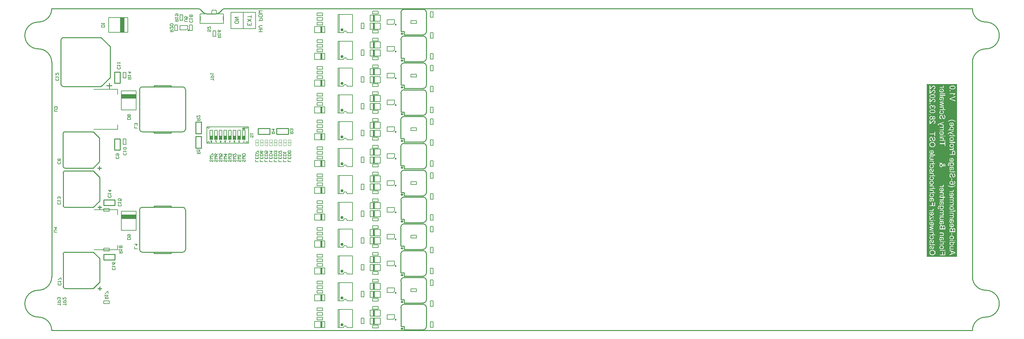
<source format=gbo>
G04*
G04 #@! TF.GenerationSoftware,Altium Limited,Altium Designer,22.2.1 (43)*
G04*
G04 Layer_Color=32896*
%FSLAX44Y44*%
%MOMM*%
G71*
G04*
G04 #@! TF.SameCoordinates,C2D7B67D-8841-428D-B263-7EF30795714A*
G04*
G04*
G04 #@! TF.FilePolarity,Positive*
G04*
G01*
G75*
%ADD10C,0.2540*%
%ADD12C,0.1524*%
%ADD104C,0.2032*%
%ADD105C,0.4064*%
%ADD106C,0.3700*%
%ADD107C,0.4000*%
%ADD108C,0.2000*%
%ADD109C,0.1270*%
%ADD110C,0.1000*%
%ADD111R,0.2000X1.2000*%
%ADD112R,0.7620X1.0160*%
%ADD113R,1.3000X4.0500*%
%ADD114R,4.0500X1.3000*%
%ADD115R,0.6250X1.7750*%
G36*
X2427500Y235000D02*
X2455000D01*
Y235000D01*
X2482500D01*
Y150000D01*
X2482500D01*
Y-240000D01*
X2426240D01*
D01*
X2400000D01*
Y120000D01*
D01*
Y235022D01*
X2427500D01*
Y235000D01*
D02*
G37*
%LPC*%
G36*
X2446431Y230682D02*
D01*
Y228839D01*
X2446420Y228906D01*
X2446409Y228995D01*
X2446398Y229095D01*
X2446375Y229206D01*
X2446353Y229339D01*
X2446320Y229483D01*
X2446286Y229639D01*
X2446176Y229961D01*
X2446109Y230138D01*
X2446020Y230316D01*
X2445931Y230493D01*
X2445820Y230682D01*
X2444078Y230016D01*
Y230005D01*
X2444100Y229983D01*
X2444111Y229949D01*
X2444144Y229894D01*
X2444166Y229839D01*
X2444200Y229761D01*
X2444277Y229583D01*
X2444355Y229383D01*
X2444411Y229150D01*
X2444455Y228895D01*
X2444477Y228640D01*
Y228540D01*
X2444455Y228418D01*
X2444433Y228273D01*
X2444388Y228107D01*
X2444322Y227918D01*
X2444222Y227729D01*
X2444100Y227541D01*
X2444078Y227519D01*
X2444033Y227463D01*
X2443944Y227374D01*
X2443833Y227274D01*
X2443689Y227152D01*
X2443512Y227041D01*
X2443301Y226930D01*
X2443067Y226842D01*
X2443056D01*
X2443023Y226830D01*
X2442968Y226808D01*
X2442890Y226797D01*
X2442801Y226775D01*
X2442690Y226742D01*
X2442557Y226719D01*
X2442424Y226686D01*
X2442257Y226653D01*
X2442091Y226631D01*
X2441913Y226608D01*
X2441725Y226575D01*
X2441314Y226542D01*
X2440870Y226531D01*
X2435054D01*
Y224644D01*
X2446187D01*
Y226342D01*
X2444477D01*
X2444488Y226353D01*
X2444533Y226375D01*
X2444588Y226409D01*
X2444666Y226453D01*
X2444766Y226509D01*
X2444877Y226575D01*
X2445121Y226730D01*
X2445376Y226919D01*
X2445643Y227119D01*
X2445754Y227219D01*
X2445865Y227319D01*
X2445965Y227430D01*
X2446042Y227530D01*
Y227541D01*
X2446064Y227552D01*
X2446076Y227585D01*
X2446109Y227630D01*
X2446164Y227741D01*
X2446242Y227885D01*
X2446309Y228074D01*
X2446375Y228273D01*
X2446420Y228495D01*
X2446431Y228740D01*
Y230682D01*
D02*
G37*
G36*
X2470756Y230671D02*
X2470079D01*
X2469990Y230660D01*
X2469890D01*
X2469657Y230649D01*
X2469391Y230637D01*
X2469102Y230626D01*
X2468781Y230604D01*
X2468436Y230571D01*
X2468081Y230538D01*
X2467360Y230438D01*
X2466993Y230371D01*
X2466638Y230293D01*
X2466294Y230205D01*
X2465972Y230105D01*
X2465950Y230094D01*
X2465894Y230082D01*
X2465817Y230049D01*
X2465695Y230005D01*
X2465562Y229938D01*
X2465395Y229872D01*
X2465217Y229783D01*
X2465029Y229694D01*
X2464829Y229583D01*
X2464618Y229450D01*
X2464407Y229317D01*
X2464185Y229172D01*
X2463974Y229006D01*
X2463774Y228828D01*
X2463586Y228640D01*
X2463408Y228440D01*
X2463397Y228429D01*
X2463375Y228384D01*
X2463331Y228329D01*
X2463264Y228240D01*
X2463197Y228129D01*
X2463120Y228007D01*
X2463042Y227852D01*
X2462964Y227685D01*
X2462875Y227485D01*
X2462798Y227274D01*
X2462720Y227052D01*
X2462653Y226808D01*
X2462598Y226542D01*
X2462554Y226264D01*
X2462520Y225976D01*
X2462509Y225665D01*
Y230671D01*
D01*
Y220659D01*
D01*
Y225565D01*
X2462520Y225454D01*
X2462531Y225299D01*
X2462554Y225110D01*
X2462598Y224888D01*
X2462642Y224655D01*
X2462709Y224388D01*
X2462787Y224111D01*
X2462898Y223833D01*
X2463020Y223545D01*
X2463175Y223245D01*
X2463353Y222957D01*
X2463564Y222679D01*
X2463808Y222413D01*
X2464085Y222168D01*
X2464096D01*
X2464107Y222157D01*
X2464141Y222135D01*
X2464174Y222102D01*
X2464229Y222069D01*
X2464296Y222024D01*
X2464363Y221980D01*
X2464451Y221935D01*
X2464551Y221880D01*
X2464662Y221813D01*
X2464785Y221758D01*
X2464918Y221691D01*
X2465073Y221625D01*
X2465228Y221558D01*
X2465406Y221480D01*
X2465584Y221414D01*
X2465784Y221347D01*
X2465994Y221269D01*
X2466216Y221203D01*
X2466461Y221136D01*
X2466705Y221070D01*
X2466971Y221014D01*
X2467238Y220947D01*
X2467537Y220892D01*
X2467837Y220847D01*
X2468148Y220803D01*
X2468481Y220759D01*
X2468825Y220725D01*
X2469180Y220692D01*
X2469546Y220681D01*
X2469935Y220659D01*
X2462509D01*
X2478182D01*
D01*
X2470601D01*
X2470690Y220670D01*
X2470789D01*
X2471012Y220681D01*
X2471278Y220692D01*
X2471578Y220703D01*
X2471900Y220725D01*
X2472244Y220759D01*
X2472599Y220792D01*
X2473331Y220892D01*
X2473698Y220958D01*
X2474053Y221036D01*
X2474397Y221114D01*
X2474719Y221214D01*
X2474741Y221225D01*
X2474796Y221236D01*
X2474874Y221269D01*
X2474996Y221314D01*
X2475130Y221380D01*
X2475296Y221447D01*
X2475474Y221536D01*
X2475662Y221636D01*
X2475862Y221735D01*
X2476073Y221869D01*
X2476295Y222002D01*
X2476506Y222146D01*
X2476717Y222313D01*
X2476917Y222490D01*
X2477105Y222679D01*
X2477283Y222879D01*
X2477294Y222890D01*
X2477327Y222934D01*
X2477372Y222990D01*
X2477427Y223078D01*
X2477494Y223190D01*
X2477572Y223323D01*
X2477649Y223467D01*
X2477738Y223645D01*
X2477816Y223833D01*
X2477893Y224044D01*
X2477971Y224277D01*
X2478038Y224522D01*
X2478104Y224788D01*
X2478149Y225065D01*
X2478171Y225354D01*
X2478182Y225665D01*
Y225787D01*
X2478171Y225876D01*
Y225976D01*
X2478160Y226109D01*
X2478138Y226242D01*
X2478115Y226397D01*
X2478060Y226730D01*
X2477971Y227097D01*
X2477849Y227474D01*
X2477771Y227652D01*
X2477682Y227829D01*
Y227840D01*
X2477660Y227874D01*
X2477627Y227918D01*
X2477594Y227985D01*
X2477538Y228062D01*
X2477472Y228151D01*
X2477405Y228262D01*
X2477316Y228373D01*
X2477116Y228617D01*
X2476861Y228873D01*
X2476573Y229128D01*
X2476239Y229361D01*
X2476228Y229372D01*
X2476195Y229383D01*
X2476140Y229417D01*
X2476073Y229461D01*
X2475984Y229516D01*
X2475873Y229572D01*
X2475751Y229639D01*
X2475607Y229705D01*
X2475451Y229783D01*
X2475274Y229860D01*
X2475085Y229938D01*
X2474885Y230027D01*
X2474675Y230105D01*
X2474453Y230171D01*
X2474208Y230249D01*
X2473964Y230316D01*
X2473953D01*
X2473898Y230327D01*
X2473831Y230349D01*
X2473720Y230371D01*
X2473587Y230393D01*
X2473420Y230427D01*
X2473232Y230460D01*
X2473009Y230493D01*
X2472765Y230527D01*
X2472488Y230560D01*
X2472188Y230593D01*
X2471866Y230615D01*
X2471522Y230637D01*
X2471145Y230660D01*
X2470756Y230671D01*
D02*
G37*
G36*
X2423182Y230704D02*
X2407764D01*
Y220559D01*
X2407942D01*
X2408009Y220570D01*
X2408186Y220581D01*
X2408375Y220603D01*
X2408597Y220637D01*
X2408830Y220692D01*
X2409063Y220770D01*
X2409074D01*
X2409107Y220792D01*
X2409163Y220814D01*
X2409241Y220847D01*
X2409341Y220881D01*
X2409451Y220936D01*
X2409574Y221003D01*
X2409707Y221070D01*
X2409862Y221147D01*
X2410018Y221247D01*
X2410362Y221458D01*
X2410728Y221713D01*
X2411105Y222013D01*
X2411116Y222024D01*
X2411150Y222057D01*
X2411205Y222102D01*
X2411283Y222168D01*
X2411383Y222257D01*
X2411494Y222368D01*
X2411627Y222490D01*
X2411771Y222646D01*
X2411938Y222812D01*
X2412115Y222990D01*
X2412304Y223190D01*
X2412515Y223412D01*
X2412726Y223656D01*
X2412948Y223911D01*
X2413181Y224189D01*
X2413425Y224477D01*
X2413436Y224488D01*
X2413448Y224510D01*
X2413481Y224544D01*
X2413514Y224588D01*
X2413570Y224644D01*
X2413625Y224710D01*
X2413769Y224877D01*
X2413936Y225088D01*
X2414147Y225310D01*
X2414369Y225565D01*
X2414613Y225831D01*
X2414868Y226120D01*
X2415135Y226397D01*
X2415401Y226686D01*
X2415679Y226952D01*
X2415945Y227219D01*
X2416200Y227452D01*
X2416456Y227674D01*
X2416689Y227852D01*
X2416700Y227863D01*
X2416744Y227885D01*
X2416811Y227929D01*
X2416888Y227996D01*
X2416999Y228062D01*
X2417121Y228129D01*
X2417266Y228218D01*
X2417421Y228295D01*
X2417588Y228373D01*
X2417765Y228462D01*
X2418154Y228606D01*
X2418354Y228662D01*
X2418553Y228706D01*
X2418753Y228728D01*
X2418953Y228739D01*
X2418964D01*
X2419008D01*
X2419064D01*
X2419142Y228728D01*
X2419242Y228717D01*
X2419353Y228695D01*
X2419475Y228673D01*
X2419608Y228640D01*
X2419752Y228595D01*
X2419908Y228540D01*
X2420063Y228473D01*
X2420218Y228395D01*
X2420385Y228307D01*
X2420540Y228196D01*
X2420696Y228074D01*
X2420840Y227929D01*
X2420851Y227918D01*
X2420873Y227896D01*
X2420907Y227852D01*
X2420962Y227785D01*
X2421017Y227707D01*
X2421084Y227607D01*
X2421162Y227496D01*
X2421228Y227374D01*
X2421306Y227230D01*
X2421373Y227075D01*
X2421439Y226897D01*
X2421495Y226719D01*
X2421550Y226520D01*
X2421584Y226309D01*
X2421606Y226087D01*
X2421617Y225854D01*
Y225720D01*
X2421606Y225632D01*
X2421595Y225509D01*
X2421573Y225376D01*
X2421550Y225232D01*
X2421517Y225065D01*
X2421473Y224899D01*
X2421417Y224721D01*
X2421351Y224544D01*
X2421273Y224355D01*
X2421173Y224177D01*
X2421062Y224000D01*
X2420940Y223822D01*
X2420795Y223667D01*
X2420784Y223656D01*
X2420762Y223634D01*
X2420707Y223589D01*
X2420651Y223545D01*
X2420562Y223478D01*
X2420462Y223412D01*
X2420340Y223334D01*
X2420207Y223267D01*
X2420063Y223190D01*
X2419885Y223112D01*
X2419708Y223045D01*
X2419508Y222979D01*
X2419286Y222934D01*
X2419053Y222890D01*
X2418809Y222868D01*
X2418542Y222857D01*
X2418742Y220914D01*
X2418753D01*
X2418764D01*
X2418798Y220925D01*
X2418842D01*
X2418953Y220936D01*
X2419097Y220970D01*
X2419275Y221003D01*
X2419486Y221047D01*
X2419719Y221103D01*
X2419963Y221169D01*
X2420229Y221258D01*
X2420496Y221358D01*
X2420773Y221480D01*
X2421051Y221625D01*
X2421317Y221780D01*
X2421573Y221969D01*
X2421817Y222168D01*
X2422039Y222402D01*
X2422050Y222413D01*
X2422083Y222457D01*
X2422150Y222535D01*
X2422216Y222635D01*
X2422305Y222768D01*
X2422405Y222923D01*
X2422505Y223112D01*
X2422616Y223323D01*
X2422716Y223567D01*
X2422816Y223822D01*
X2422916Y224111D01*
X2423004Y224422D01*
X2423082Y224755D01*
X2423138Y225110D01*
X2423171Y225487D01*
X2423182Y225887D01*
Y225987D01*
X2423171Y226098D01*
X2423160Y226253D01*
X2423149Y226442D01*
X2423115Y226653D01*
X2423082Y226897D01*
X2423027Y227152D01*
X2422960Y227430D01*
X2422882Y227707D01*
X2422782Y228007D01*
X2422660Y228295D01*
X2422516Y228584D01*
X2422361Y228862D01*
X2422172Y229128D01*
X2421950Y229383D01*
X2421939Y229394D01*
X2421894Y229439D01*
X2421828Y229505D01*
X2421728Y229583D01*
X2421617Y229683D01*
X2421473Y229794D01*
X2421306Y229916D01*
X2421117Y230038D01*
X2420907Y230149D01*
X2420673Y230271D01*
X2420418Y230382D01*
X2420152Y230482D01*
X2419863Y230560D01*
X2419563Y230627D01*
X2419242Y230671D01*
X2418909Y230682D01*
X2418898D01*
X2418864D01*
X2418820D01*
X2418753D01*
X2418664Y230671D01*
X2418576Y230660D01*
X2418465Y230649D01*
X2418342Y230638D01*
X2418065Y230593D01*
X2417754Y230527D01*
X2417432Y230427D01*
X2417099Y230305D01*
X2417088D01*
X2417055Y230282D01*
X2417010Y230260D01*
X2416944Y230227D01*
X2416866Y230194D01*
X2416766Y230138D01*
X2416655Y230083D01*
X2416533Y230005D01*
X2416400Y229927D01*
X2416256Y229838D01*
X2415934Y229616D01*
X2415767Y229494D01*
X2415590Y229361D01*
X2415412Y229206D01*
X2415223Y229050D01*
X2415212Y229039D01*
X2415179Y229006D01*
X2415123Y228962D01*
X2415046Y228884D01*
X2414946Y228784D01*
X2414824Y228662D01*
X2414680Y228529D01*
X2414513Y228362D01*
X2414335Y228173D01*
X2414136Y227951D01*
X2413914Y227718D01*
X2413669Y227452D01*
X2413414Y227163D01*
X2413137Y226852D01*
X2412837Y226508D01*
X2412526Y226142D01*
X2412515Y226120D01*
X2412460Y226064D01*
X2412393Y225987D01*
X2412293Y225876D01*
X2412182Y225732D01*
X2412049Y225587D01*
X2411905Y225421D01*
X2411749Y225243D01*
X2411427Y224866D01*
X2411261Y224688D01*
X2411105Y224510D01*
X2410950Y224344D01*
X2410817Y224200D01*
X2410695Y224067D01*
X2410584Y223967D01*
X2410562Y223944D01*
X2410495Y223889D01*
X2410395Y223800D01*
X2410273Y223689D01*
X2410117Y223567D01*
X2409951Y223434D01*
X2409762Y223301D01*
X2409574Y223179D01*
Y230704D01*
X2423182D01*
D01*
D02*
G37*
G36*
X2464907Y217906D02*
X2462764D01*
Y215764D01*
X2464907D01*
Y217906D01*
D02*
G37*
G36*
X2423182Y218772D02*
X2407764D01*
Y208627D01*
X2407942D01*
X2408009Y208638D01*
X2408186Y208649D01*
X2408375Y208671D01*
X2408597Y208704D01*
X2408830Y208760D01*
X2409063Y208838D01*
X2409074D01*
X2409107Y208860D01*
X2409163Y208882D01*
X2409241Y208915D01*
X2409341Y208949D01*
X2409451Y209004D01*
X2409574Y209071D01*
X2409707Y209137D01*
X2409862Y209215D01*
X2410018Y209315D01*
X2410362Y209526D01*
X2410728Y209781D01*
X2411105Y210081D01*
X2411116Y210092D01*
X2411150Y210125D01*
X2411205Y210170D01*
X2411283Y210236D01*
X2411383Y210325D01*
X2411494Y210436D01*
X2411627Y210558D01*
X2411771Y210713D01*
X2411938Y210880D01*
X2412115Y211057D01*
X2412304Y211257D01*
X2412515Y211479D01*
X2412726Y211723D01*
X2412948Y211979D01*
X2413181Y212256D01*
X2413425Y212545D01*
X2413436Y212556D01*
X2413448Y212578D01*
X2413481Y212612D01*
X2413514Y212656D01*
X2413570Y212711D01*
X2413625Y212778D01*
X2413769Y212945D01*
X2413936Y213155D01*
X2414147Y213377D01*
X2414369Y213633D01*
X2414613Y213899D01*
X2414868Y214188D01*
X2415135Y214465D01*
X2415401Y214754D01*
X2415679Y215020D01*
X2415945Y215287D01*
X2416200Y215520D01*
X2416456Y215742D01*
X2416689Y215919D01*
X2416700Y215930D01*
X2416744Y215952D01*
X2416811Y215997D01*
X2416888Y216063D01*
X2416999Y216130D01*
X2417121Y216197D01*
X2417266Y216285D01*
X2417421Y216363D01*
X2417588Y216441D01*
X2417765Y216530D01*
X2418154Y216674D01*
X2418354Y216730D01*
X2418553Y216774D01*
X2418753Y216796D01*
X2418953Y216807D01*
X2418964D01*
X2419008D01*
X2419064D01*
X2419142Y216796D01*
X2419242Y216785D01*
X2419353Y216763D01*
X2419475Y216741D01*
X2419608Y216707D01*
X2419752Y216663D01*
X2419908Y216607D01*
X2420063Y216541D01*
X2420218Y216463D01*
X2420385Y216374D01*
X2420540Y216263D01*
X2420696Y216141D01*
X2420840Y215997D01*
X2420851Y215986D01*
X2420873Y215964D01*
X2420907Y215919D01*
X2420962Y215853D01*
X2421017Y215775D01*
X2421084Y215675D01*
X2421162Y215564D01*
X2421228Y215442D01*
X2421306Y215298D01*
X2421373Y215142D01*
X2421439Y214965D01*
X2421495Y214787D01*
X2421550Y214587D01*
X2421584Y214376D01*
X2421606Y214154D01*
X2421617Y213921D01*
Y213788D01*
X2421606Y213699D01*
X2421595Y213577D01*
X2421573Y213444D01*
X2421550Y213300D01*
X2421517Y213133D01*
X2421473Y212967D01*
X2421417Y212789D01*
X2421351Y212612D01*
X2421273Y212423D01*
X2421173Y212245D01*
X2421062Y212068D01*
X2420940Y211890D01*
X2420795Y211735D01*
X2420784Y211723D01*
X2420762Y211701D01*
X2420707Y211657D01*
X2420651Y211612D01*
X2420562Y211546D01*
X2420462Y211479D01*
X2420340Y211402D01*
X2420207Y211335D01*
X2420063Y211257D01*
X2419885Y211180D01*
X2419708Y211113D01*
X2419508Y211046D01*
X2419286Y211002D01*
X2419053Y210958D01*
X2418809Y210935D01*
X2418542Y210924D01*
X2418742Y208982D01*
X2418753D01*
X2418764D01*
X2418798Y208993D01*
X2418842D01*
X2418953Y209004D01*
X2419097Y209037D01*
X2419275Y209071D01*
X2419486Y209115D01*
X2419719Y209170D01*
X2419963Y209237D01*
X2420229Y209326D01*
X2420496Y209426D01*
X2420773Y209548D01*
X2421051Y209692D01*
X2421317Y209848D01*
X2421573Y210036D01*
X2421817Y210236D01*
X2422039Y210469D01*
X2422050Y210480D01*
X2422083Y210525D01*
X2422150Y210602D01*
X2422216Y210702D01*
X2422305Y210835D01*
X2422405Y210991D01*
X2422505Y211180D01*
X2422616Y211390D01*
X2422716Y211635D01*
X2422816Y211890D01*
X2422916Y212179D01*
X2423004Y212489D01*
X2423082Y212822D01*
X2423138Y213178D01*
X2423171Y213555D01*
X2423182Y213955D01*
Y213655D01*
Y214055D01*
X2423171Y214165D01*
X2423160Y214321D01*
X2423149Y214510D01*
X2423115Y214720D01*
X2423082Y214965D01*
X2423027Y215220D01*
X2422960Y215497D01*
X2422882Y215775D01*
X2422782Y216075D01*
X2422660Y216363D01*
X2422516Y216652D01*
X2422361Y216929D01*
X2422172Y217196D01*
X2421950Y217451D01*
X2421939Y217462D01*
X2421894Y217507D01*
X2421828Y217573D01*
X2421728Y217651D01*
X2421617Y217751D01*
X2421473Y217862D01*
X2421306Y217984D01*
X2421117Y218106D01*
X2420907Y218217D01*
X2420673Y218339D01*
X2420418Y218450D01*
X2420152Y218550D01*
X2419863Y218628D01*
X2419563Y218694D01*
X2419242Y218739D01*
X2418909Y218750D01*
X2418898D01*
X2418864D01*
X2418820D01*
X2418753D01*
X2418664Y218739D01*
X2418576Y218727D01*
X2418465Y218716D01*
X2418342Y218705D01*
X2418065Y218661D01*
X2417754Y218594D01*
X2417432Y218494D01*
X2417099Y218372D01*
X2417088D01*
X2417055Y218350D01*
X2417010Y218328D01*
X2416944Y218295D01*
X2416866Y218261D01*
X2416766Y218206D01*
X2416655Y218150D01*
X2416533Y218073D01*
X2416400Y217995D01*
X2416256Y217906D01*
X2415934Y217684D01*
X2415767Y217562D01*
X2415590Y217429D01*
X2415412Y217273D01*
X2415223Y217118D01*
X2415212Y217107D01*
X2415179Y217074D01*
X2415123Y217029D01*
X2415046Y216952D01*
X2414946Y216852D01*
X2414824Y216730D01*
X2414680Y216596D01*
X2414513Y216430D01*
X2414335Y216241D01*
X2414136Y216019D01*
X2413914Y215786D01*
X2413669Y215520D01*
X2413414Y215231D01*
X2413137Y214920D01*
X2412837Y214576D01*
X2412526Y214210D01*
X2412515Y214188D01*
X2412460Y214132D01*
X2412393Y214055D01*
X2412293Y213944D01*
X2412182Y213799D01*
X2412049Y213655D01*
X2411905Y213488D01*
X2411749Y213311D01*
X2411427Y212933D01*
X2411261Y212756D01*
X2411105Y212578D01*
X2410950Y212412D01*
X2410817Y212267D01*
X2410695Y212134D01*
X2410584Y212034D01*
X2410562Y212012D01*
X2410495Y211957D01*
X2410395Y211868D01*
X2410273Y211757D01*
X2410117Y211635D01*
X2409951Y211502D01*
X2409762Y211368D01*
X2409574Y211246D01*
Y218772D01*
X2423182D01*
D01*
D02*
G37*
G36*
X2446431Y222357D02*
X2434809D01*
Y212101D01*
Y217285D01*
X2434820Y217229D01*
Y217162D01*
X2434832Y216996D01*
X2434854Y216785D01*
X2434887Y216552D01*
X2434931Y216286D01*
X2434998Y215997D01*
X2435076Y215697D01*
X2435176Y215375D01*
X2435298Y215054D01*
X2435442Y214732D01*
X2435609Y214410D01*
X2435808Y214099D01*
X2436041Y213799D01*
X2436308Y213522D01*
X2436330Y213511D01*
X2436374Y213466D01*
X2436463Y213389D01*
X2436585Y213300D01*
X2436741Y213189D01*
X2436929Y213078D01*
X2437140Y212945D01*
X2437395Y212811D01*
X2437684Y212678D01*
X2437995Y212556D01*
X2438339Y212434D01*
X2438716Y212323D01*
X2439127Y212234D01*
X2439560Y212168D01*
X2440026Y212112D01*
X2440526Y212101D01*
X2440648D01*
X2440714Y212112D01*
X2440792D01*
X2440881D01*
X2440992Y212123D01*
X2441225Y212145D01*
X2441491Y212179D01*
X2441791Y212223D01*
X2442124Y212279D01*
X2442457Y212356D01*
X2442812Y212456D01*
X2443179Y212567D01*
X2443545Y212712D01*
X2443900Y212878D01*
X2444244Y213067D01*
X2444577Y213289D01*
X2444877Y213544D01*
X2444899Y213566D01*
X2444943Y213610D01*
X2445021Y213688D01*
X2445121Y213810D01*
X2445243Y213955D01*
X2445365Y214121D01*
X2445509Y214321D01*
X2445654Y214554D01*
X2445798Y214809D01*
X2445942Y215098D01*
X2446076Y215398D01*
X2446187Y215731D01*
X2446286Y216097D01*
X2446364Y216474D01*
X2446409Y216874D01*
X2446431Y217296D01*
Y217396D01*
X2446420Y217507D01*
X2446409Y217662D01*
X2446386Y217862D01*
X2446353Y218073D01*
X2446309Y218317D01*
X2446242Y218583D01*
X2446164Y218872D01*
X2446064Y219160D01*
X2445942Y219471D01*
X2445787Y219771D01*
X2445621Y220082D01*
X2445410Y220370D01*
X2445177Y220659D01*
X2444910Y220936D01*
X2444888Y220947D01*
X2444843Y221003D01*
X2444755Y221070D01*
X2444633Y221158D01*
X2444477Y221269D01*
X2444288Y221392D01*
X2444066Y221514D01*
X2443811Y221647D01*
X2443523Y221780D01*
X2443201Y221913D01*
X2442845Y222024D01*
X2442468Y222135D01*
X2442057Y222224D01*
X2441613Y222302D01*
X2441136Y222346D01*
X2440637Y222357D01*
X2446431D01*
D02*
G37*
G36*
X2450416Y209814D02*
X2435054D01*
Y207927D01*
X2450416D01*
Y209814D01*
D02*
G37*
G36*
X2478182Y209870D02*
X2462764D01*
Y204209D01*
D01*
Y207983D01*
X2474774D01*
X2474763Y207972D01*
X2474741Y207950D01*
X2474708Y207916D01*
X2474663Y207861D01*
X2474608Y207794D01*
X2474530Y207705D01*
X2474453Y207605D01*
X2474364Y207505D01*
X2474275Y207372D01*
X2474164Y207239D01*
X2474064Y207095D01*
X2473942Y206939D01*
X2473831Y206762D01*
X2473709Y206584D01*
X2473465Y206185D01*
X2473454Y206174D01*
X2473431Y206140D01*
X2473398Y206074D01*
X2473365Y205996D01*
X2473309Y205907D01*
X2473243Y205796D01*
X2473176Y205663D01*
X2473098Y205530D01*
X2472943Y205219D01*
X2472787Y204886D01*
X2472632Y204542D01*
X2472499Y204209D01*
X2462764D01*
X2478182D01*
D01*
X2474319D01*
X2474330Y204231D01*
X2474353Y204275D01*
X2474397Y204364D01*
X2474453Y204475D01*
X2474519Y204608D01*
X2474608Y204775D01*
X2474708Y204953D01*
X2474819Y205141D01*
X2474952Y205352D01*
X2475085Y205574D01*
X2475396Y206040D01*
X2475740Y206518D01*
X2476117Y206973D01*
X2476129Y206984D01*
X2476162Y207028D01*
X2476217Y207084D01*
X2476295Y207161D01*
X2476395Y207261D01*
X2476506Y207372D01*
X2476639Y207494D01*
X2476772Y207628D01*
X2476928Y207761D01*
X2477094Y207905D01*
X2477438Y208183D01*
X2477805Y208438D01*
X2477993Y208549D01*
X2478182Y208649D01*
Y209870D01*
D02*
G37*
G36*
X2450416Y205053D02*
X2435054D01*
Y203166D01*
X2450416D01*
Y205053D01*
D02*
G37*
G36*
X2423182Y206940D02*
X2407509D01*
D01*
X2415079D01*
X2414990Y206928D01*
X2414890D01*
X2414657Y206917D01*
X2414391Y206906D01*
X2414102Y206895D01*
X2413781Y206873D01*
X2413436Y206840D01*
X2413081Y206806D01*
X2412360Y206706D01*
X2411993Y206640D01*
X2411638Y206562D01*
X2411294Y206473D01*
X2410972Y206373D01*
X2410950Y206362D01*
X2410894Y206351D01*
X2410817Y206318D01*
X2410695Y206273D01*
X2410562Y206207D01*
X2410395Y206140D01*
X2410217Y206052D01*
X2410029Y205963D01*
X2409829Y205852D01*
X2409618Y205718D01*
X2409407Y205585D01*
X2409185Y205441D01*
X2408974Y205275D01*
X2408775Y205097D01*
X2408586Y204908D01*
X2408408Y204708D01*
X2408397Y204697D01*
X2408375Y204653D01*
X2408331Y204597D01*
X2408264Y204509D01*
X2408197Y204398D01*
X2408120Y204275D01*
X2408042Y204120D01*
X2407964Y203954D01*
X2407875Y203754D01*
X2407798Y203543D01*
X2407720Y203321D01*
X2407653Y203077D01*
X2407598Y202810D01*
X2407554Y202533D01*
X2407520Y202244D01*
X2407509Y201933D01*
Y201834D01*
X2407520Y201723D01*
X2407531Y201567D01*
X2407554Y201378D01*
X2407598Y201157D01*
X2407642Y200923D01*
X2407709Y200657D01*
X2407787Y200380D01*
X2407898Y200102D01*
X2408020Y199813D01*
X2408175Y199514D01*
X2408353Y199225D01*
X2408564Y198948D01*
X2408808Y198681D01*
X2409085Y198437D01*
X2409096D01*
X2409107Y198426D01*
X2409141Y198404D01*
X2409174Y198370D01*
X2409229Y198337D01*
X2409296Y198293D01*
X2409363Y198248D01*
X2409451Y198204D01*
X2409551Y198148D01*
X2409662Y198082D01*
X2409785Y198026D01*
X2409918Y197960D01*
X2410073Y197893D01*
X2410228Y197827D01*
X2410406Y197749D01*
X2410584Y197682D01*
X2410784Y197616D01*
X2410994Y197538D01*
X2411216Y197471D01*
X2411461Y197405D01*
X2411705Y197338D01*
X2411971Y197283D01*
X2412238Y197216D01*
X2412537Y197161D01*
X2412837Y197116D01*
X2413148Y197072D01*
X2413481Y197027D01*
X2413825Y196994D01*
X2414180Y196961D01*
X2414546Y196950D01*
X2414935Y196928D01*
X2415601D01*
X2415690Y196939D01*
X2415789D01*
X2416012Y196950D01*
X2416278Y196961D01*
X2416578Y196972D01*
X2416900Y196994D01*
X2417244Y197027D01*
X2417599Y197061D01*
X2418331Y197161D01*
X2418698Y197227D01*
X2419053Y197305D01*
X2419397Y197383D01*
X2419719Y197482D01*
X2419741Y197494D01*
X2419797Y197505D01*
X2419874Y197538D01*
X2419996Y197582D01*
X2420130Y197649D01*
X2420296Y197716D01*
X2420474Y197804D01*
X2420662Y197904D01*
X2420862Y198004D01*
X2421073Y198137D01*
X2421295Y198270D01*
X2421506Y198415D01*
X2421717Y198581D01*
X2421917Y198759D01*
X2422105Y198948D01*
X2422283Y199147D01*
X2422294Y199158D01*
X2422327Y199203D01*
X2422372Y199258D01*
X2422427Y199347D01*
X2422494Y199458D01*
X2422572Y199591D01*
X2422649Y199736D01*
X2422738Y199913D01*
X2422816Y200102D01*
X2422893Y200313D01*
X2422971Y200546D01*
X2423038Y200790D01*
X2423104Y201057D01*
X2423149Y201334D01*
X2423171Y201623D01*
X2423182Y201933D01*
Y202056D01*
X2423171Y202144D01*
Y202244D01*
X2423160Y202377D01*
X2423138Y202511D01*
X2423115Y202666D01*
X2423060Y202999D01*
X2422971Y203365D01*
X2422849Y203743D01*
X2422771Y203920D01*
X2422682Y204098D01*
Y204109D01*
X2422660Y204142D01*
X2422627Y204187D01*
X2422594Y204253D01*
X2422538Y204331D01*
X2422472Y204420D01*
X2422405Y204531D01*
X2422316Y204642D01*
X2422116Y204886D01*
X2421861Y205141D01*
X2421573Y205397D01*
X2421239Y205630D01*
X2421228Y205641D01*
X2421195Y205652D01*
X2421140Y205685D01*
X2421073Y205730D01*
X2420984Y205785D01*
X2420873Y205841D01*
X2420751Y205907D01*
X2420607Y205974D01*
X2420451Y206052D01*
X2420274Y206129D01*
X2420085Y206207D01*
X2419885Y206296D01*
X2419675Y206373D01*
X2419453Y206440D01*
X2419208Y206518D01*
X2418964Y206584D01*
X2418953D01*
X2418898Y206595D01*
X2418831Y206618D01*
X2418720Y206640D01*
X2418587Y206662D01*
X2418420Y206695D01*
X2418232Y206729D01*
X2418009Y206762D01*
X2417765Y206795D01*
X2417488Y206828D01*
X2417188Y206862D01*
X2416866Y206884D01*
X2416522Y206906D01*
X2416145Y206928D01*
X2415756Y206940D01*
X2423182D01*
D01*
D02*
G37*
G36*
X2446431Y200879D02*
X2434809D01*
Y190634D01*
D01*
Y194352D01*
X2434820Y194252D01*
Y194130D01*
X2434832Y193975D01*
X2434854Y193797D01*
X2434887Y193598D01*
X2434920Y193387D01*
X2434965Y193165D01*
X2435031Y192943D01*
X2435098Y192698D01*
X2435187Y192465D01*
X2435287Y192243D01*
X2435409Y192010D01*
X2435542Y191810D01*
X2435697Y191611D01*
X2435708Y191600D01*
X2435742Y191566D01*
X2435786Y191522D01*
X2435864Y191455D01*
X2435953Y191389D01*
X2436053Y191300D01*
X2436175Y191211D01*
X2436319Y191122D01*
X2436474Y191034D01*
X2436652Y190945D01*
X2436841Y190856D01*
X2437040Y190789D01*
X2437262Y190723D01*
X2437484Y190678D01*
X2437728Y190645D01*
X2437984Y190634D01*
X2438062D01*
X2438128Y190645D01*
X2438195D01*
X2438284Y190656D01*
X2438483Y190678D01*
X2438705Y190723D01*
X2438961Y190789D01*
X2439216Y190878D01*
X2439471Y191000D01*
X2439482D01*
X2439505Y191022D01*
X2439538Y191034D01*
X2439582Y191067D01*
X2439704Y191145D01*
X2439860Y191255D01*
X2440037Y191400D01*
X2440215Y191566D01*
X2440392Y191755D01*
X2440559Y191966D01*
Y191977D01*
X2440581Y191999D01*
X2440603Y192033D01*
X2440626Y192077D01*
X2440659Y192132D01*
X2440703Y192199D01*
X2440792Y192365D01*
X2440892Y192565D01*
X2440992Y192798D01*
X2441092Y193054D01*
X2441181Y193331D01*
Y193342D01*
X2441192Y193353D01*
Y193387D01*
X2441203Y193431D01*
X2441214Y193498D01*
X2441236Y193564D01*
X2441247Y193653D01*
X2441269Y193753D01*
X2441292Y193864D01*
X2441314Y193986D01*
X2441336Y194119D01*
X2441358Y194275D01*
X2441380Y194441D01*
X2441414Y194619D01*
X2441436Y194807D01*
X2441458Y195007D01*
Y195030D01*
X2441469Y195063D01*
Y195107D01*
X2441491Y195229D01*
X2441503Y195385D01*
X2441536Y195573D01*
X2441569Y195784D01*
X2441602Y196028D01*
X2441647Y196284D01*
X2441691Y196550D01*
X2441736Y196828D01*
X2441847Y197383D01*
X2441913Y197660D01*
X2441980Y197915D01*
X2442046Y198148D01*
X2442113Y198370D01*
X2442135D01*
X2442180D01*
X2442235D01*
X2442313Y198382D01*
X2442479D01*
X2442546D01*
X2442601D01*
X2442612D01*
X2442657D01*
X2442712D01*
X2442790Y198370D01*
X2442879D01*
X2442990Y198348D01*
X2443234Y198315D01*
X2443500Y198248D01*
X2443778Y198148D01*
X2443900Y198093D01*
X2444022Y198015D01*
X2444122Y197938D01*
X2444222Y197838D01*
X2444233Y197827D01*
X2444255Y197804D01*
X2444277Y197760D01*
X2444322Y197705D01*
X2444366Y197627D01*
X2444422Y197538D01*
X2444488Y197427D01*
X2444544Y197305D01*
X2444599Y197161D01*
X2444666Y196994D01*
X2444721Y196828D01*
X2444766Y196628D01*
X2444810Y196417D01*
X2444843Y196195D01*
X2444855Y195951D01*
X2444866Y195695D01*
Y195573D01*
X2444855Y195473D01*
Y195362D01*
X2444843Y195240D01*
X2444821Y195096D01*
X2444810Y194952D01*
X2444755Y194630D01*
X2444666Y194308D01*
X2444544Y193997D01*
X2444477Y193853D01*
X2444388Y193731D01*
Y193720D01*
X2444366Y193709D01*
X2444333Y193675D01*
X2444300Y193631D01*
X2444244Y193575D01*
X2444178Y193520D01*
X2444100Y193453D01*
X2444011Y193376D01*
X2443900Y193298D01*
X2443778Y193220D01*
X2443645Y193143D01*
X2443500Y193076D01*
X2443334Y192998D01*
X2443156Y192920D01*
X2442957Y192854D01*
X2442746Y192798D01*
X2443001Y190956D01*
X2443012D01*
X2443056Y190967D01*
X2443112Y190978D01*
X2443201Y191000D01*
X2443301Y191034D01*
X2443412Y191067D01*
X2443545Y191100D01*
X2443678Y191156D01*
X2443989Y191267D01*
X2444300Y191411D01*
X2444621Y191577D01*
X2444910Y191777D01*
X2444921Y191788D01*
X2444943Y191799D01*
X2444977Y191833D01*
X2445032Y191888D01*
X2445088Y191944D01*
X2445165Y192021D01*
X2445243Y192099D01*
X2445321Y192199D01*
X2445410Y192310D01*
X2445509Y192443D01*
X2445598Y192576D01*
X2445687Y192721D01*
X2445787Y192887D01*
X2445876Y193054D01*
X2445954Y193242D01*
X2446031Y193442D01*
Y193453D01*
X2446053Y193487D01*
X2446064Y193553D01*
X2446098Y193631D01*
X2446120Y193742D01*
X2446153Y193864D01*
X2446198Y194008D01*
X2446231Y194164D01*
X2446264Y194341D01*
X2446309Y194541D01*
X2446342Y194752D01*
X2446364Y194974D01*
X2446398Y195207D01*
X2446409Y195451D01*
X2446431Y195973D01*
Y196206D01*
X2446420Y196328D01*
X2446409Y196472D01*
X2446398Y196628D01*
X2446386Y196794D01*
X2446342Y197161D01*
X2446286Y197549D01*
X2446198Y197927D01*
X2446142Y198115D01*
X2446087Y198282D01*
Y198293D01*
X2446076Y198326D01*
X2446053Y198370D01*
X2446031Y198426D01*
X2445998Y198504D01*
X2445954Y198581D01*
X2445854Y198781D01*
X2445732Y198992D01*
X2445587Y199214D01*
X2445432Y199414D01*
X2445243Y199592D01*
X2445232D01*
X2445221Y199614D01*
X2445188Y199636D01*
X2445154Y199658D01*
X2445043Y199736D01*
X2444888Y199825D01*
X2444699Y199925D01*
X2444488Y200013D01*
X2444233Y200102D01*
X2443956Y200180D01*
X2443933D01*
X2443900Y200191D01*
X2443867D01*
X2443811Y200202D01*
X2443734Y200213D01*
X2443656Y200224D01*
X2443556Y200235D01*
X2443445D01*
X2443323Y200246D01*
X2443179Y200257D01*
X2443023Y200269D01*
X2442845D01*
X2442657Y200280D01*
X2442446D01*
X2442224D01*
X2439715D01*
X2439704D01*
X2439682D01*
X2439649D01*
X2439604D01*
X2439538D01*
X2439471D01*
X2439294D01*
X2439083D01*
X2438850Y200291D01*
X2438583D01*
X2438317D01*
X2437751Y200302D01*
X2437473Y200313D01*
X2437196Y200324D01*
X2436951Y200335D01*
X2436729Y200357D01*
X2436541Y200368D01*
X2436452Y200380D01*
X2436385Y200391D01*
X2436374D01*
X2436352Y200402D01*
X2436319D01*
X2436263Y200413D01*
X2436208Y200435D01*
X2436130Y200446D01*
X2435953Y200502D01*
X2435753Y200568D01*
X2435531Y200646D01*
X2435298Y200757D01*
X2435054Y200879D01*
X2446431D01*
D02*
G37*
G36*
X2478127Y201711D02*
D01*
X2462764Y195695D01*
Y193598D01*
X2478127Y187648D01*
X2462764D01*
X2478127D01*
Y189857D01*
X2466960Y193842D01*
X2466949Y193853D01*
X2466905Y193864D01*
X2466827Y193886D01*
X2466727Y193919D01*
X2466616Y193964D01*
X2466472Y194008D01*
X2466316Y194064D01*
X2466139Y194130D01*
X2465950Y194186D01*
X2465750Y194252D01*
X2465328Y194386D01*
X2464884Y194530D01*
X2464440Y194652D01*
X2464451D01*
X2464496Y194663D01*
X2464563Y194685D01*
X2464651Y194719D01*
X2464773Y194752D01*
X2464907Y194785D01*
X2465062Y194841D01*
X2465228Y194885D01*
X2465406Y194952D01*
X2465606Y195007D01*
X2465817Y195085D01*
X2466028Y195152D01*
X2466494Y195307D01*
X2466960Y195484D01*
X2478127Y199636D01*
Y201711D01*
D02*
G37*
G36*
X2423182Y194907D02*
X2407764D01*
Y184762D01*
X2407942D01*
X2408009Y184773D01*
X2408186Y184784D01*
X2408375Y184806D01*
X2408597Y184840D01*
X2408830Y184895D01*
X2409063Y184973D01*
X2409074D01*
X2409107Y184995D01*
X2409163Y185017D01*
X2409241Y185051D01*
X2409341Y185084D01*
X2409451Y185140D01*
X2409574Y185206D01*
X2409707Y185273D01*
X2409862Y185350D01*
X2410018Y185450D01*
X2410362Y185661D01*
X2410728Y185917D01*
X2411105Y186216D01*
X2411116Y186227D01*
X2411150Y186261D01*
X2411205Y186305D01*
X2411283Y186372D01*
X2411383Y186460D01*
X2411494Y186571D01*
X2411627Y186693D01*
X2411771Y186849D01*
X2411938Y187015D01*
X2412115Y187193D01*
X2412304Y187393D01*
X2412515Y187615D01*
X2412726Y187859D01*
X2412948Y188114D01*
X2413181Y188392D01*
X2413425Y188680D01*
X2413436Y188691D01*
X2413448Y188714D01*
X2413481Y188747D01*
X2413514Y188791D01*
X2413570Y188847D01*
X2413625Y188913D01*
X2413769Y189080D01*
X2413936Y189291D01*
X2414147Y189513D01*
X2414369Y189768D01*
X2414613Y190035D01*
X2414868Y190323D01*
X2415135Y190601D01*
X2415401Y190889D01*
X2415679Y191156D01*
X2415945Y191422D01*
X2416200Y191655D01*
X2416456Y191877D01*
X2416689Y192055D01*
X2416700Y192066D01*
X2416744Y192088D01*
X2416811Y192132D01*
X2416888Y192199D01*
X2416999Y192266D01*
X2417121Y192332D01*
X2417266Y192421D01*
X2417421Y192499D01*
X2417588Y192576D01*
X2417765Y192665D01*
X2418154Y192809D01*
X2418354Y192865D01*
X2418553Y192909D01*
X2418753Y192931D01*
X2418953Y192943D01*
X2418964D01*
X2419008D01*
X2419064D01*
X2419142Y192931D01*
X2419242Y192920D01*
X2419353Y192898D01*
X2419475Y192876D01*
X2419608Y192843D01*
X2419752Y192798D01*
X2419908Y192743D01*
X2420063Y192676D01*
X2420218Y192598D01*
X2420385Y192510D01*
X2420540Y192399D01*
X2420696Y192277D01*
X2420840Y192132D01*
X2420851Y192121D01*
X2420873Y192099D01*
X2420907Y192055D01*
X2420962Y191988D01*
X2421017Y191910D01*
X2421084Y191810D01*
X2421162Y191700D01*
X2421228Y191577D01*
X2421306Y191433D01*
X2421373Y191278D01*
X2421439Y191100D01*
X2421495Y190923D01*
X2421550Y190723D01*
X2421584Y190512D01*
X2421606Y190290D01*
X2421617Y190057D01*
Y189923D01*
X2421606Y189835D01*
X2421595Y189713D01*
X2421573Y189579D01*
X2421550Y189435D01*
X2421517Y189269D01*
X2421473Y189102D01*
X2421417Y188925D01*
X2421351Y188747D01*
X2421273Y188558D01*
X2421173Y188381D01*
X2421062Y188203D01*
X2420940Y188025D01*
X2420795Y187870D01*
X2420784Y187859D01*
X2420762Y187837D01*
X2420707Y187792D01*
X2420651Y187748D01*
X2420562Y187681D01*
X2420462Y187615D01*
X2420340Y187537D01*
X2420207Y187470D01*
X2420063Y187393D01*
X2419885Y187315D01*
X2419708Y187248D01*
X2419508Y187182D01*
X2419286Y187137D01*
X2419053Y187093D01*
X2418809Y187071D01*
X2418542Y187060D01*
X2418742Y185117D01*
X2418753D01*
X2418764D01*
X2418798Y185128D01*
X2418842D01*
X2418953Y185140D01*
X2419097Y185173D01*
X2419275Y185206D01*
X2419486Y185250D01*
X2419719Y185306D01*
X2419963Y185373D01*
X2420229Y185461D01*
X2420496Y185561D01*
X2420773Y185683D01*
X2421051Y185828D01*
X2421317Y185983D01*
X2421573Y186172D01*
X2421817Y186372D01*
X2422039Y186605D01*
X2422050Y186616D01*
X2422083Y186660D01*
X2422150Y186738D01*
X2422216Y186838D01*
X2422305Y186971D01*
X2422405Y187126D01*
X2422505Y187315D01*
X2422616Y187526D01*
X2422716Y187770D01*
X2422816Y188025D01*
X2422916Y188314D01*
X2423004Y188625D01*
X2423082Y188958D01*
X2423138Y189313D01*
X2423171Y189690D01*
X2423182Y190090D01*
Y185140D01*
Y194907D01*
D02*
G37*
G36*
X2409907Y182242D02*
X2407764D01*
Y180100D01*
X2409907D01*
Y182242D01*
D02*
G37*
G36*
X2446187Y189690D02*
X2435054Y186205D01*
Y177814D01*
X2446187Y174417D01*
Y176371D01*
X2439749Y178147D01*
X2437362Y178790D01*
X2437373D01*
X2437395Y178802D01*
X2437429D01*
X2437473Y178813D01*
X2437529Y178835D01*
X2437617Y178857D01*
X2437717Y178879D01*
X2437851Y178913D01*
X2438006Y178957D01*
X2438184Y179001D01*
X2438406Y179057D01*
X2438661Y179123D01*
X2438949Y179201D01*
X2439283Y179279D01*
X2439471Y179334D01*
X2439660Y179379D01*
X2446187Y181155D01*
Y183086D01*
X2439727Y184762D01*
X2437595Y185306D01*
X2439738Y185939D01*
X2446187Y187859D01*
Y189690D01*
D02*
G37*
G36*
X2423182Y177170D02*
X2407487D01*
D01*
X2412204D01*
X2412093Y177159D01*
X2411960Y177148D01*
X2411783Y177125D01*
X2411583Y177092D01*
X2411361Y177048D01*
X2411116Y176981D01*
X2410850Y176903D01*
X2410584Y176815D01*
X2410295Y176693D01*
X2410007Y176548D01*
X2409718Y176382D01*
X2409429Y176182D01*
X2409152Y175949D01*
X2408885Y175694D01*
X2408874Y175671D01*
X2408830Y175627D01*
X2408752Y175549D01*
X2408663Y175427D01*
X2408564Y175283D01*
X2408441Y175116D01*
X2408319Y174905D01*
X2408186Y174683D01*
X2408053Y174428D01*
X2407931Y174140D01*
X2407809Y173840D01*
X2407709Y173507D01*
X2407620Y173163D01*
X2407542Y172785D01*
X2407498Y172397D01*
X2407487Y171986D01*
Y171897D01*
X2407498Y171786D01*
X2407509Y171653D01*
X2407520Y171476D01*
X2407554Y171276D01*
X2407587Y171054D01*
X2407642Y170810D01*
X2407698Y170554D01*
X2407776Y170277D01*
X2407875Y169999D01*
X2407997Y169711D01*
X2408131Y169433D01*
X2408286Y169156D01*
X2408475Y168878D01*
X2408686Y168623D01*
X2408697Y168612D01*
X2408741Y168568D01*
X2408808Y168501D01*
X2408908Y168412D01*
X2409030Y168312D01*
X2409174Y168190D01*
X2409341Y168068D01*
X2409529Y167935D01*
X2409740Y167802D01*
X2409984Y167668D01*
X2410240Y167546D01*
X2410517Y167424D01*
X2410817Y167324D01*
X2411128Y167224D01*
X2411461Y167158D01*
X2411816Y167113D01*
D01*
X2412071Y169000D01*
X2412049D01*
X2412005Y169011D01*
X2411916Y169034D01*
X2411805Y169067D01*
X2411671Y169100D01*
X2411527Y169145D01*
X2411361Y169200D01*
X2411183Y169256D01*
X2410795Y169411D01*
X2410417Y169600D01*
X2410228Y169711D01*
X2410051Y169833D01*
X2409895Y169955D01*
X2409751Y170099D01*
X2409740Y170110D01*
X2409718Y170133D01*
X2409685Y170177D01*
X2409640Y170244D01*
X2409585Y170310D01*
X2409529Y170410D01*
X2409463Y170510D01*
X2409407Y170632D01*
X2409341Y170765D01*
X2409274Y170910D01*
X2409218Y171065D01*
X2409163Y171231D01*
X2409118Y171409D01*
X2409085Y171598D01*
X2409063Y171786D01*
X2409052Y171997D01*
Y172053D01*
X2409063Y172131D01*
Y172219D01*
X2409085Y172341D01*
X2409096Y172475D01*
X2409130Y172619D01*
X2409163Y172785D01*
X2409218Y172952D01*
X2409274Y173141D01*
X2409352Y173329D01*
X2409440Y173518D01*
X2409551Y173707D01*
X2409673Y173895D01*
X2409807Y174073D01*
X2409973Y174251D01*
X2409984Y174262D01*
X2410018Y174295D01*
X2410062Y174339D01*
X2410140Y174395D01*
X2410228Y174461D01*
X2410340Y174539D01*
X2410462Y174628D01*
X2410606Y174717D01*
X2410761Y174795D01*
X2410939Y174883D01*
X2411116Y174961D01*
X2411327Y175028D01*
X2411538Y175083D01*
X2411760Y175128D01*
X2412005Y175161D01*
X2412249Y175172D01*
X2412260D01*
X2412304D01*
X2412371D01*
X2412471Y175161D01*
X2412571Y175150D01*
X2412704Y175128D01*
X2412848Y175105D01*
X2413004Y175061D01*
X2413170Y175016D01*
X2413348Y174961D01*
X2413525Y174894D01*
X2413703Y174817D01*
X2413880Y174717D01*
X2414058Y174595D01*
X2414225Y174473D01*
X2414391Y174317D01*
X2414402Y174306D01*
X2414424Y174284D01*
X2414469Y174228D01*
X2414524Y174162D01*
X2414591Y174084D01*
X2414657Y173984D01*
X2414735Y173862D01*
X2414813Y173729D01*
X2414890Y173585D01*
X2414968Y173418D01*
X2415035Y173241D01*
X2415101Y173052D01*
X2415157Y172852D01*
X2415201Y172630D01*
X2415223Y172408D01*
X2415235Y172164D01*
Y172064D01*
X2415223Y171953D01*
X2415212Y171798D01*
X2415190Y171598D01*
X2415146Y171376D01*
X2415101Y171120D01*
X2415035Y170832D01*
X2416689Y171043D01*
Y171076D01*
X2416678Y171109D01*
Y171154D01*
X2416666Y171254D01*
Y171465D01*
X2416678Y171542D01*
X2416689Y171653D01*
X2416700Y171775D01*
X2416722Y171908D01*
X2416744Y172064D01*
X2416777Y172230D01*
X2416822Y172397D01*
X2416933Y172763D01*
X2416999Y172952D01*
X2417088Y173141D01*
X2417177Y173329D01*
X2417288Y173507D01*
X2417299Y173518D01*
X2417321Y173551D01*
X2417355Y173596D01*
X2417410Y173662D01*
X2417477Y173729D01*
X2417554Y173818D01*
X2417654Y173895D01*
X2417765Y173995D01*
X2417899Y174084D01*
X2418043Y174173D01*
X2418198Y174251D01*
X2418376Y174317D01*
X2418564Y174384D01*
X2418775Y174428D01*
X2418997Y174461D01*
X2419230Y174473D01*
X2419242D01*
X2419275D01*
X2419330D01*
X2419408Y174461D01*
X2419486Y174450D01*
X2419597Y174439D01*
X2419708Y174417D01*
X2419830Y174384D01*
X2420096Y174295D01*
X2420240Y174240D01*
X2420385Y174173D01*
X2420529Y174095D01*
X2420673Y173995D01*
X2420807Y173884D01*
X2420940Y173762D01*
X2420951Y173751D01*
X2420973Y173729D01*
X2421006Y173696D01*
X2421051Y173640D01*
X2421095Y173562D01*
X2421162Y173485D01*
X2421217Y173385D01*
X2421284Y173274D01*
X2421351Y173152D01*
X2421406Y173018D01*
X2421473Y172863D01*
X2421517Y172708D01*
X2421561Y172530D01*
X2421595Y172353D01*
X2421617Y172153D01*
X2421628Y171953D01*
Y171842D01*
X2421617Y171775D01*
X2421606Y171675D01*
X2421595Y171564D01*
X2421573Y171442D01*
X2421539Y171309D01*
X2421461Y171021D01*
X2421406Y170876D01*
X2421328Y170721D01*
X2421251Y170565D01*
X2421162Y170410D01*
X2421051Y170266D01*
X2420929Y170121D01*
X2420918Y170110D01*
X2420895Y170088D01*
X2420851Y170055D01*
X2420795Y169999D01*
X2420729Y169944D01*
X2420640Y169877D01*
X2420529Y169811D01*
X2420418Y169733D01*
X2420274Y169655D01*
X2420119Y169578D01*
X2419952Y169489D01*
X2419763Y169422D01*
X2419563Y169345D01*
X2419353Y169289D01*
X2419120Y169233D01*
X2418864Y169189D01*
X2419197Y167302D01*
X2419208D01*
X2419219D01*
X2419286Y167324D01*
X2419375Y167346D01*
X2419508Y167380D01*
X2419675Y167424D01*
X2419852Y167480D01*
X2420052Y167546D01*
X2420274Y167624D01*
X2420507Y167724D01*
X2420751Y167835D01*
X2420995Y167968D01*
X2421239Y168112D01*
X2421484Y168268D01*
X2421717Y168445D01*
X2421939Y168645D01*
X2422139Y168867D01*
X2422150Y168878D01*
X2422183Y168923D01*
X2422238Y168989D01*
X2422305Y169089D01*
X2422383Y169211D01*
X2422472Y169356D01*
X2422560Y169522D01*
X2422660Y169711D01*
X2422760Y169922D01*
X2422849Y170155D01*
X2422938Y170399D01*
X2423015Y170665D01*
X2423082Y170954D01*
X2423138Y171265D01*
X2423171Y171587D01*
X2423182Y171920D01*
Y167802D01*
Y177170D01*
D02*
G37*
G36*
X2450416Y172908D02*
Y165726D01*
X2444899D01*
X2444921Y165737D01*
X2444966Y165781D01*
X2445043Y165859D01*
X2445143Y165959D01*
X2445254Y166092D01*
X2445387Y166248D01*
X2445521Y166436D01*
X2445665Y166636D01*
X2445809Y166869D01*
X2445942Y167125D01*
X2446076Y167391D01*
X2446187Y167691D01*
X2446286Y168001D01*
X2446364Y168335D01*
X2446409Y168690D01*
X2446431Y169056D01*
Y169178D01*
X2446420Y169267D01*
Y169367D01*
X2446409Y169489D01*
X2446386Y169633D01*
X2446375Y169788D01*
X2446309Y170121D01*
X2446220Y170477D01*
X2446109Y170843D01*
X2446031Y171021D01*
X2445942Y171198D01*
Y171209D01*
X2445920Y171243D01*
X2445887Y171287D01*
X2445854Y171354D01*
X2445798Y171420D01*
X2445743Y171509D01*
X2445587Y171709D01*
X2445399Y171920D01*
X2445165Y172142D01*
X2444899Y172341D01*
X2444744Y172430D01*
X2444588Y172508D01*
X2444577D01*
X2444544Y172530D01*
X2444499Y172541D01*
X2444433Y172575D01*
X2444344Y172597D01*
X2444233Y172630D01*
X2444100Y172675D01*
X2443956Y172708D01*
X2443789Y172741D01*
X2443611Y172785D01*
X2443401Y172819D01*
X2443179Y172841D01*
X2442934Y172874D01*
X2442679Y172885D01*
X2442401Y172908D01*
X2450416D01*
X2435054D01*
Y168867D01*
Y171021D01*
X2442102D01*
X2442113D01*
X2442168D01*
X2442235D01*
X2442335Y171010D01*
X2442446Y170998D01*
X2442579Y170987D01*
X2442735Y170965D01*
X2442890Y170943D01*
X2443223Y170865D01*
X2443567Y170754D01*
X2443722Y170688D01*
X2443878Y170610D01*
X2444022Y170510D01*
X2444155Y170399D01*
X2444166Y170388D01*
X2444189Y170366D01*
X2444211Y170332D01*
X2444255Y170288D01*
X2444311Y170221D01*
X2444366Y170144D01*
X2444422Y170055D01*
X2444488Y169955D01*
X2444544Y169833D01*
X2444599Y169711D01*
X2444655Y169566D01*
X2444710Y169411D01*
X2444755Y169245D01*
X2444777Y169067D01*
X2444799Y168867D01*
X2444810Y168668D01*
Y168590D01*
X2444799Y168523D01*
Y168445D01*
X2444788Y168357D01*
X2444777Y168268D01*
X2444755Y168157D01*
X2444699Y167913D01*
X2444621Y167646D01*
X2444510Y167358D01*
X2444366Y167080D01*
Y167069D01*
X2444344Y167047D01*
X2444322Y167014D01*
X2444288Y166958D01*
X2444189Y166836D01*
X2444055Y166681D01*
X2443889Y166503D01*
X2443689Y166336D01*
X2443456Y166170D01*
X2443190Y166037D01*
X2443179D01*
X2443156Y166026D01*
X2443112Y166003D01*
X2443056Y165992D01*
X2442979Y165970D01*
X2442890Y165937D01*
X2442779Y165915D01*
X2442657Y165881D01*
X2442513Y165848D01*
X2442357Y165826D01*
X2442191Y165804D01*
X2442013Y165770D01*
X2441813Y165759D01*
X2441602Y165737D01*
X2441380Y165726D01*
X2441136D01*
X2435054D01*
D01*
Y163839D01*
X2450416D01*
Y172908D01*
D02*
G37*
G36*
X2423182Y160387D02*
Y160298D01*
D01*
Y160387D01*
D02*
G37*
G36*
Y165182D02*
X2407509D01*
D01*
X2415079D01*
X2414990Y165171D01*
X2414890D01*
X2414657Y165160D01*
X2414391Y165149D01*
X2414102Y165138D01*
X2413781Y165115D01*
X2413436Y165082D01*
X2413081Y165049D01*
X2412360Y164949D01*
X2411993Y164882D01*
X2411638Y164805D01*
X2411294Y164716D01*
X2410972Y164616D01*
X2410950Y164605D01*
X2410894Y164594D01*
X2410817Y164561D01*
X2410695Y164516D01*
X2410562Y164450D01*
X2410395Y164383D01*
X2410217Y164294D01*
X2410029Y164205D01*
X2409829Y164094D01*
X2409618Y163961D01*
X2409407Y163828D01*
X2409185Y163684D01*
X2408974Y163517D01*
X2408775Y163340D01*
X2408586Y163151D01*
X2408408Y162951D01*
X2408397Y162940D01*
X2408375Y162896D01*
X2408331Y162840D01*
X2408264Y162751D01*
X2408197Y162640D01*
X2408120Y162518D01*
X2408042Y162363D01*
X2407964Y162196D01*
X2407875Y161996D01*
X2407798Y161786D01*
X2407720Y161563D01*
X2407653Y161319D01*
X2407598Y161053D01*
X2407554Y160775D01*
X2407520Y160487D01*
X2407509Y160176D01*
Y160076D01*
X2407520Y159965D01*
X2407531Y159810D01*
X2407554Y159621D01*
X2407598Y159399D01*
X2407642Y159166D01*
X2407709Y158900D01*
X2407787Y158622D01*
X2407898Y158345D01*
X2408020Y158056D01*
X2408175Y157756D01*
X2408353Y157468D01*
X2408564Y157190D01*
X2408808Y156924D01*
X2409085Y156680D01*
X2409096D01*
X2409107Y156669D01*
X2409141Y156646D01*
X2409174Y156613D01*
X2409229Y156580D01*
X2409296Y156535D01*
X2409363Y156491D01*
X2409451Y156447D01*
X2409551Y156391D01*
X2409662Y156324D01*
X2409785Y156269D01*
X2409918Y156202D01*
X2410073Y156136D01*
X2410228Y156069D01*
X2410406Y155991D01*
X2410584Y155925D01*
X2410784Y155858D01*
X2410994Y155780D01*
X2411216Y155714D01*
X2411461Y155647D01*
X2411705Y155581D01*
X2411971Y155525D01*
X2412238Y155459D01*
X2412537Y155403D01*
X2412837Y155359D01*
X2413148Y155314D01*
X2413481Y155270D01*
X2413825Y155237D01*
X2414180Y155203D01*
X2414546Y155192D01*
X2414935Y155170D01*
X2415601D01*
X2415690Y155181D01*
X2415789D01*
X2416012Y155192D01*
X2416278Y155203D01*
X2416578Y155214D01*
X2416900Y155237D01*
X2417244Y155270D01*
X2417599Y155303D01*
X2418331Y155403D01*
X2418698Y155470D01*
X2419053Y155547D01*
X2419397Y155625D01*
X2419719Y155725D01*
X2419741Y155736D01*
X2419797Y155747D01*
X2419874Y155780D01*
X2419996Y155825D01*
X2420130Y155892D01*
X2420296Y155958D01*
X2420474Y156047D01*
X2420662Y156147D01*
X2420862Y156247D01*
X2421073Y156380D01*
X2421295Y156513D01*
X2421506Y156657D01*
X2421717Y156824D01*
X2421917Y157001D01*
X2422105Y157190D01*
X2422283Y157390D01*
X2422294Y157401D01*
X2422327Y157445D01*
X2422372Y157501D01*
X2422427Y157590D01*
X2422494Y157701D01*
X2422572Y157834D01*
X2422649Y157978D01*
X2422738Y158156D01*
X2422816Y158345D01*
X2422893Y158555D01*
X2422971Y158789D01*
X2423038Y159033D01*
X2423104Y159299D01*
X2423149Y159577D01*
X2423171Y159865D01*
X2423182Y160176D01*
Y160298D01*
X2423171Y160387D01*
Y160487D01*
X2423160Y160620D01*
X2423138Y160753D01*
X2423115Y160909D01*
X2423060Y161242D01*
X2422971Y161608D01*
X2422849Y161985D01*
X2422771Y162163D01*
X2422682Y162341D01*
Y162352D01*
X2422660Y162385D01*
X2422627Y162429D01*
X2422594Y162496D01*
X2422538Y162574D01*
X2422472Y162662D01*
X2422405Y162773D01*
X2422316Y162884D01*
X2422116Y163129D01*
X2421861Y163384D01*
X2421573Y163639D01*
X2421239Y163872D01*
X2421228Y163883D01*
X2421195Y163895D01*
X2421140Y163928D01*
X2421073Y163972D01*
X2420984Y164028D01*
X2420873Y164083D01*
X2420751Y164150D01*
X2420607Y164216D01*
X2420451Y164294D01*
X2420274Y164372D01*
X2420085Y164450D01*
X2419885Y164538D01*
X2419675Y164616D01*
X2419453Y164683D01*
X2419208Y164760D01*
X2418964Y164827D01*
X2418953D01*
X2418898Y164838D01*
X2418831Y164860D01*
X2418720Y164882D01*
X2418587Y164904D01*
X2418420Y164938D01*
X2418232Y164971D01*
X2418009Y165004D01*
X2417765Y165038D01*
X2417488Y165071D01*
X2417188Y165104D01*
X2416866Y165126D01*
X2416522Y165149D01*
X2416145Y165171D01*
X2415756Y165182D01*
X2423182D01*
D02*
G37*
G36*
X2407509Y158988D02*
Y155170D01*
D01*
Y158988D01*
D02*
G37*
G36*
X2446431Y162230D02*
X2434809D01*
Y152539D01*
D01*
Y157490D01*
X2434820Y157368D01*
X2434832Y157212D01*
X2434854Y157024D01*
X2434887Y156802D01*
X2434931Y156546D01*
X2434998Y156280D01*
X2435076Y155991D01*
X2435176Y155692D01*
X2435298Y155392D01*
X2435442Y155081D01*
X2435609Y154782D01*
X2435808Y154482D01*
X2436030Y154193D01*
X2436297Y153927D01*
X2436319Y153916D01*
X2436363Y153871D01*
X2436452Y153794D01*
X2436574Y153716D01*
X2436729Y153605D01*
X2436918Y153483D01*
X2437140Y153361D01*
X2437384Y153239D01*
X2437673Y153105D01*
X2437995Y152983D01*
X2438350Y152861D01*
X2438728Y152761D01*
X2439138Y152673D01*
X2439582Y152595D01*
X2440060Y152550D01*
X2440570Y152539D01*
X2446431D01*
X2440748D01*
X2440870Y152550D01*
X2441025Y152562D01*
X2441214Y152573D01*
X2441414Y152584D01*
X2441636Y152617D01*
X2441880Y152639D01*
X2442135Y152684D01*
X2442657Y152784D01*
X2442934Y152850D01*
X2443201Y152939D01*
X2443467Y153028D01*
X2443722Y153128D01*
X2443734Y153139D01*
X2443778Y153161D01*
X2443856Y153194D01*
X2443944Y153239D01*
X2444055Y153305D01*
X2444189Y153383D01*
X2444333Y153472D01*
X2444488Y153583D01*
X2444644Y153705D01*
X2444810Y153838D01*
X2444988Y153982D01*
X2445154Y154149D01*
X2445310Y154326D01*
X2445476Y154515D01*
X2445621Y154726D01*
X2445754Y154948D01*
X2445765Y154959D01*
X2445787Y155004D01*
X2445820Y155070D01*
X2445865Y155159D01*
X2445909Y155270D01*
X2445965Y155414D01*
X2446031Y155570D01*
X2446098Y155736D01*
X2446153Y155925D01*
X2446220Y156136D01*
X2446275Y156347D01*
X2446331Y156580D01*
X2446364Y156824D01*
X2446398Y157079D01*
X2446420Y157335D01*
X2446431Y157601D01*
Y157679D01*
X2446420Y157779D01*
Y157901D01*
X2446398Y158056D01*
X2446386Y158234D01*
X2446353Y158433D01*
X2446320Y158655D01*
X2446264Y158889D01*
X2446209Y159122D01*
X2446131Y159366D01*
X2446042Y159621D01*
X2445942Y159865D01*
X2445809Y160110D01*
X2445676Y160343D01*
X2445509Y160565D01*
X2445498Y160576D01*
X2445465Y160620D01*
X2445410Y160676D01*
X2445343Y160753D01*
X2445243Y160842D01*
X2445132Y160953D01*
X2444999Y161064D01*
X2444843Y161186D01*
X2444666Y161308D01*
X2444466Y161430D01*
X2444255Y161564D01*
X2444022Y161675D01*
X2443778Y161797D01*
X2443500Y161897D01*
X2443223Y161985D01*
X2442912Y162052D01*
X2442635Y160221D01*
X2442646D01*
X2442679Y160209D01*
X2442746Y160187D01*
X2442812Y160165D01*
X2442912Y160143D01*
X2443012Y160098D01*
X2443134Y160054D01*
X2443256Y160010D01*
X2443534Y159876D01*
X2443811Y159710D01*
X2444078Y159521D01*
X2444200Y159410D01*
X2444311Y159288D01*
X2444322Y159277D01*
X2444333Y159255D01*
X2444366Y159221D01*
X2444400Y159166D01*
X2444444Y159110D01*
X2444488Y159033D01*
X2444544Y158944D01*
X2444599Y158833D01*
X2444699Y158600D01*
X2444788Y158334D01*
X2444855Y158023D01*
X2444866Y157856D01*
X2444877Y157679D01*
Y157612D01*
X2444866Y157545D01*
Y157446D01*
X2444843Y157324D01*
X2444821Y157179D01*
X2444788Y157024D01*
X2444755Y156857D01*
X2444699Y156680D01*
X2444633Y156491D01*
X2444544Y156302D01*
X2444444Y156103D01*
X2444333Y155914D01*
X2444189Y155725D01*
X2444033Y155548D01*
X2443856Y155370D01*
X2443844Y155359D01*
X2443811Y155337D01*
X2443745Y155292D01*
X2443667Y155237D01*
X2443556Y155159D01*
X2443412Y155092D01*
X2443256Y155004D01*
X2443067Y154926D01*
X2442857Y154848D01*
X2442623Y154759D01*
X2442357Y154693D01*
X2442057Y154626D01*
X2441747Y154560D01*
X2441403Y154515D01*
X2441025Y154493D01*
X2440626Y154482D01*
X2440614D01*
X2440603D01*
X2440570D01*
X2440526D01*
X2440415Y154493D01*
X2440259D01*
X2440071Y154504D01*
X2439860Y154526D01*
X2439627Y154549D01*
X2439382Y154593D01*
X2439116Y154637D01*
X2438850Y154693D01*
X2438572Y154759D01*
X2438306Y154848D01*
X2438050Y154937D01*
X2437806Y155059D01*
X2437573Y155181D01*
X2437373Y155337D01*
X2437362Y155348D01*
X2437329Y155381D01*
X2437285Y155425D01*
X2437218Y155492D01*
X2437140Y155581D01*
X2437051Y155681D01*
X2436963Y155803D01*
X2436874Y155936D01*
X2436774Y156091D01*
X2436685Y156258D01*
X2436596Y156447D01*
X2436519Y156646D01*
X2436452Y156857D01*
X2436408Y157079D01*
X2436374Y157324D01*
X2436363Y157579D01*
Y157690D01*
X2436374Y157767D01*
X2436385Y157856D01*
X2436396Y157967D01*
X2436419Y158089D01*
X2436452Y158223D01*
X2436530Y158522D01*
X2436585Y158678D01*
X2436652Y158833D01*
X2436729Y158988D01*
X2436818Y159144D01*
X2436918Y159288D01*
X2437040Y159432D01*
X2437051Y159444D01*
X2437074Y159466D01*
X2437118Y159499D01*
X2437173Y159555D01*
X2437240Y159610D01*
X2437329Y159677D01*
X2437440Y159754D01*
X2437562Y159832D01*
X2437695Y159910D01*
X2437851Y159987D01*
X2438017Y160065D01*
X2438217Y160143D01*
X2438417Y160221D01*
X2438639Y160276D01*
X2438883Y160331D01*
X2439138Y160376D01*
X2438883Y162230D01*
X2446431D01*
D02*
G37*
G36*
X2409907Y152417D02*
X2407764D01*
Y150275D01*
X2409907D01*
Y152417D01*
D02*
G37*
G36*
X2439393Y150575D02*
X2434798D01*
Y138365D01*
Y144703D01*
X2434809Y144559D01*
X2434820Y144381D01*
X2434832Y144170D01*
X2434854Y143937D01*
X2434876Y143682D01*
X2434909Y143415D01*
X2434942Y143138D01*
X2435054Y142550D01*
X2435120Y142250D01*
X2435198Y141961D01*
X2435298Y141673D01*
X2435398Y141406D01*
X2435409Y141395D01*
X2435431Y141340D01*
X2435464Y141273D01*
X2435509Y141173D01*
X2435575Y141051D01*
X2435653Y140918D01*
X2435753Y140763D01*
X2435853Y140607D01*
X2435975Y140430D01*
X2436108Y140252D01*
X2436263Y140063D01*
X2436430Y139886D01*
X2436607Y139697D01*
X2436796Y139519D01*
X2437007Y139353D01*
X2437229Y139198D01*
X2437240Y139186D01*
X2437285Y139164D01*
X2437351Y139120D01*
X2437440Y139075D01*
X2437562Y139009D01*
X2437695Y138942D01*
X2437851Y138864D01*
X2438028Y138798D01*
X2438228Y138720D01*
X2438439Y138643D01*
X2438672Y138576D01*
X2438905Y138509D01*
X2439160Y138454D01*
X2439427Y138409D01*
X2439704Y138376D01*
X2439993Y138365D01*
D01*
X2440159Y140285D01*
X2440148D01*
X2440104Y140296D01*
X2440048D01*
X2439971Y140319D01*
X2439871Y140330D01*
X2439749Y140352D01*
X2439627Y140385D01*
X2439482Y140419D01*
X2439183Y140496D01*
X2438861Y140607D01*
X2438550Y140740D01*
X2438250Y140907D01*
X2438239Y140918D01*
X2438217Y140929D01*
X2438184Y140962D01*
X2438128Y141007D01*
X2438062Y141051D01*
X2437995Y141118D01*
X2437917Y141195D01*
X2437828Y141284D01*
X2437740Y141384D01*
X2437640Y141506D01*
X2437540Y141628D01*
X2437440Y141773D01*
X2437340Y141917D01*
X2437240Y142083D01*
X2437151Y142261D01*
X2437063Y142450D01*
Y142461D01*
X2437040Y142494D01*
X2437018Y142561D01*
X2436996Y142638D01*
X2436963Y142738D01*
X2436918Y142849D01*
X2436874Y142994D01*
X2436841Y143138D01*
X2436796Y143304D01*
X2436752Y143493D01*
X2436718Y143682D01*
X2436674Y143893D01*
X2436630Y144337D01*
X2436607Y144814D01*
Y144925D01*
X2436618Y145014D01*
Y145114D01*
X2436630Y145225D01*
X2436641Y145358D01*
X2436652Y145502D01*
X2436696Y145824D01*
X2436752Y146168D01*
X2436841Y146512D01*
X2436951Y146856D01*
Y146867D01*
X2436963Y146901D01*
X2436985Y146945D01*
X2437018Y147001D01*
X2437051Y147078D01*
X2437096Y147156D01*
X2437196Y147356D01*
X2437329Y147567D01*
X2437495Y147789D01*
X2437684Y148000D01*
X2437895Y148177D01*
X2437906D01*
X2437928Y148199D01*
X2437962Y148222D01*
X2438006Y148244D01*
X2438062Y148277D01*
X2438128Y148322D01*
X2438295Y148399D01*
X2438483Y148477D01*
X2438705Y148555D01*
X2438961Y148599D01*
X2439216Y148621D01*
X2439227D01*
X2439249D01*
X2439283D01*
X2439338Y148610D01*
X2439405D01*
X2439471Y148599D01*
X2439649Y148566D01*
X2439837Y148521D01*
X2440048Y148444D01*
X2440259Y148333D01*
X2440470Y148188D01*
X2440481D01*
X2440492Y148166D01*
X2440559Y148111D01*
X2440659Y148000D01*
X2440726Y147933D01*
X2440792Y147855D01*
X2440859Y147767D01*
X2440936Y147667D01*
X2441014Y147556D01*
X2441092Y147422D01*
X2441169Y147289D01*
X2441247Y147134D01*
X2441314Y146978D01*
X2441391Y146801D01*
Y146790D01*
X2441403Y146768D01*
X2441414Y146734D01*
X2441436Y146668D01*
X2441458Y146590D01*
X2441491Y146501D01*
X2441525Y146379D01*
X2441569Y146235D01*
X2441625Y146057D01*
X2441680Y145869D01*
X2441736Y145646D01*
X2441802Y145391D01*
X2441880Y145114D01*
X2441958Y144792D01*
X2442046Y144448D01*
X2442135Y144070D01*
Y144059D01*
X2442146Y144048D01*
Y144015D01*
X2442157Y143982D01*
X2442191Y143870D01*
X2442224Y143726D01*
X2442268Y143560D01*
X2442324Y143360D01*
X2442379Y143138D01*
X2442446Y142916D01*
X2442590Y142428D01*
X2442757Y141939D01*
X2442845Y141706D01*
X2442934Y141484D01*
X2443012Y141295D01*
X2443101Y141118D01*
X2443112Y141107D01*
X2443123Y141073D01*
X2443156Y141018D01*
X2443201Y140940D01*
X2443256Y140851D01*
X2443334Y140740D01*
X2443412Y140629D01*
X2443500Y140496D01*
X2443700Y140230D01*
X2443944Y139963D01*
X2444222Y139697D01*
X2444377Y139586D01*
X2444533Y139475D01*
X2444544Y139464D01*
X2444577Y139453D01*
X2444621Y139431D01*
X2444688Y139397D01*
X2444766Y139353D01*
X2444855Y139309D01*
X2444966Y139264D01*
X2445088Y139209D01*
X2445232Y139164D01*
X2445376Y139109D01*
X2445698Y139031D01*
X2446053Y138964D01*
X2446242Y138953D01*
X2446442Y138942D01*
X2446453D01*
X2446497D01*
X2446553D01*
X2446642Y138953D01*
X2446742Y138964D01*
X2446864Y138975D01*
X2446997Y138998D01*
X2447152Y139020D01*
X2447319Y139064D01*
X2447485Y139098D01*
X2447663Y139153D01*
X2447852Y139220D01*
X2448040Y139297D01*
X2448229Y139386D01*
X2448429Y139486D01*
X2448617Y139597D01*
X2448629Y139608D01*
X2448662Y139630D01*
X2448717Y139664D01*
X2448784Y139719D01*
X2448873Y139786D01*
X2448961Y139875D01*
X2449073Y139974D01*
X2449184Y140085D01*
X2449306Y140208D01*
X2449439Y140352D01*
X2449561Y140507D01*
X2449694Y140685D01*
X2449816Y140874D01*
X2449938Y141073D01*
X2450049Y141284D01*
X2450149Y141517D01*
X2450160Y141528D01*
X2450171Y141573D01*
X2450194Y141639D01*
X2450238Y141739D01*
X2450271Y141861D01*
X2450316Y141995D01*
X2450371Y142161D01*
X2450416Y142350D01*
X2450471Y142550D01*
X2450515Y142760D01*
X2450560Y142994D01*
X2450604Y143238D01*
X2450638Y143504D01*
X2450660Y143771D01*
X2450671Y144048D01*
X2450682Y144337D01*
Y144503D01*
X2450671Y144625D01*
Y144770D01*
X2450649Y144947D01*
X2450638Y145136D01*
X2450615Y145358D01*
X2450582Y145580D01*
X2450549Y145824D01*
X2450449Y146324D01*
X2450382Y146590D01*
X2450316Y146845D01*
X2450227Y147100D01*
X2450127Y147345D01*
X2450116Y147356D01*
X2450105Y147400D01*
X2450072Y147467D01*
X2450027Y147556D01*
X2449972Y147667D01*
X2449894Y147789D01*
X2449816Y147933D01*
X2449716Y148077D01*
X2449616Y148244D01*
X2449494Y148399D01*
X2449361Y148566D01*
X2449217Y148732D01*
X2449061Y148899D01*
X2448884Y149054D01*
X2448706Y149209D01*
X2448506Y149343D01*
X2448495Y149354D01*
X2448462Y149376D01*
X2448395Y149409D01*
X2448318Y149454D01*
X2448218Y149509D01*
X2448096Y149576D01*
X2447962Y149631D01*
X2447807Y149709D01*
X2447641Y149776D01*
X2447452Y149842D01*
X2447252Y149909D01*
X2447041Y149964D01*
X2446819Y150020D01*
X2446586Y150064D01*
X2446342Y150086D01*
X2446098Y150109D01*
X2445954Y148155D01*
X2445976D01*
X2446020Y148144D01*
X2446098Y148133D01*
X2446198Y148111D01*
X2446309Y148088D01*
X2446453Y148055D01*
X2446608Y148011D01*
X2446775Y147955D01*
X2446953Y147900D01*
X2447130Y147822D01*
X2447308Y147733D01*
X2447496Y147633D01*
X2447674Y147522D01*
X2447840Y147389D01*
X2448007Y147245D01*
X2448151Y147089D01*
X2448162Y147078D01*
X2448185Y147045D01*
X2448218Y147001D01*
X2448273Y146923D01*
X2448329Y146823D01*
X2448384Y146712D01*
X2448451Y146579D01*
X2448529Y146424D01*
X2448595Y146246D01*
X2448662Y146046D01*
X2448717Y145824D01*
X2448784Y145591D01*
X2448828Y145325D01*
X2448862Y145047D01*
X2448884Y144747D01*
X2448895Y144425D01*
Y144248D01*
X2448884Y144126D01*
X2448873Y143970D01*
X2448862Y143804D01*
X2448839Y143604D01*
X2448806Y143404D01*
X2448728Y142960D01*
X2448673Y142738D01*
X2448606Y142516D01*
X2448529Y142305D01*
X2448440Y142094D01*
X2448340Y141906D01*
X2448218Y141739D01*
X2448207Y141728D01*
X2448185Y141706D01*
X2448151Y141662D01*
X2448096Y141606D01*
X2448029Y141551D01*
X2447951Y141473D01*
X2447863Y141406D01*
X2447763Y141329D01*
X2447652Y141251D01*
X2447518Y141173D01*
X2447241Y141040D01*
X2447097Y140985D01*
X2446930Y140940D01*
X2446764Y140918D01*
X2446586Y140907D01*
X2446575D01*
X2446553D01*
X2446508D01*
X2446453Y140918D01*
X2446375Y140929D01*
X2446298Y140940D01*
X2446109Y140985D01*
X2445887Y141051D01*
X2445665Y141151D01*
X2445543Y141218D01*
X2445432Y141306D01*
X2445321Y141395D01*
X2445221Y141495D01*
X2445210Y141506D01*
X2445199Y141528D01*
X2445165Y141562D01*
X2445132Y141628D01*
X2445077Y141706D01*
X2445021Y141817D01*
X2444955Y141939D01*
X2444877Y142094D01*
X2444799Y142283D01*
X2444710Y142494D01*
X2444621Y142749D01*
X2444522Y143027D01*
X2444422Y143349D01*
X2444322Y143704D01*
X2444222Y144104D01*
X2444111Y144548D01*
Y144559D01*
X2444100Y144581D01*
Y144614D01*
X2444089Y144659D01*
X2444078Y144714D01*
X2444055Y144781D01*
X2444022Y144947D01*
X2443967Y145147D01*
X2443911Y145380D01*
X2443856Y145635D01*
X2443778Y145902D01*
X2443634Y146468D01*
X2443556Y146745D01*
X2443467Y147023D01*
X2443389Y147289D01*
X2443301Y147533D01*
X2443223Y147755D01*
X2443145Y147944D01*
X2443134Y147955D01*
X2443112Y148000D01*
X2443079Y148077D01*
X2443034Y148166D01*
X2442968Y148277D01*
X2442901Y148399D01*
X2442812Y148544D01*
X2442712Y148699D01*
X2442612Y148854D01*
X2442490Y149021D01*
X2442224Y149354D01*
X2441913Y149665D01*
X2441747Y149798D01*
X2441569Y149931D01*
X2441558Y149942D01*
X2441525Y149964D01*
X2441469Y149986D01*
X2441403Y150031D01*
X2441314Y150075D01*
X2441203Y150131D01*
X2441081Y150197D01*
X2440948Y150253D01*
X2440792Y150308D01*
X2440626Y150375D01*
X2440448Y150430D01*
X2440248Y150475D01*
X2440048Y150519D01*
X2439837Y150553D01*
X2439627Y150564D01*
X2439393Y150575D01*
D02*
G37*
G36*
X2423182Y147378D02*
X2407509D01*
D01*
X2412060D01*
X2411960Y147367D01*
X2411816Y147356D01*
X2411649Y147334D01*
X2411461Y147300D01*
X2411239Y147256D01*
X2410994Y147200D01*
X2410739Y147134D01*
X2410473Y147034D01*
X2410206Y146923D01*
X2409929Y146790D01*
X2409640Y146623D01*
X2409374Y146446D01*
X2409096Y146224D01*
X2408841Y145979D01*
X2408830Y145968D01*
X2408786Y145913D01*
X2408719Y145835D01*
X2408630Y145724D01*
X2408530Y145591D01*
X2408419Y145413D01*
X2408297Y145225D01*
X2408175Y145003D01*
X2408053Y144747D01*
X2407931Y144470D01*
X2407820Y144170D01*
X2407720Y143848D01*
X2407631Y143493D01*
X2407565Y143127D01*
X2407520Y142727D01*
X2407509Y142317D01*
Y142217D01*
X2407520Y142094D01*
X2407531Y141939D01*
X2407554Y141750D01*
X2407576Y141528D01*
X2407620Y141273D01*
X2407676Y141007D01*
X2407753Y140718D01*
X2407842Y140418D01*
X2407942Y140119D01*
X2408075Y139808D01*
X2408231Y139497D01*
X2408408Y139197D01*
X2408619Y138920D01*
X2408852Y138642D01*
X2408863Y138631D01*
X2408919Y138587D01*
X2408985Y138509D01*
X2409096Y138432D01*
X2409229Y138321D01*
X2409385Y138198D01*
X2409563Y138076D01*
X2409773Y137954D01*
X2410007Y137821D01*
X2410262Y137699D01*
X2410539Y137577D01*
X2410828Y137477D01*
X2411150Y137388D01*
X2411483Y137310D01*
X2411838Y137266D01*
X2412204Y137255D01*
X2412349D01*
X2412460Y137266D01*
X2412582Y137277D01*
X2412737Y137299D01*
X2412904Y137322D01*
X2413081Y137355D01*
X2413270Y137388D01*
X2413481Y137444D01*
X2413681Y137499D01*
X2413891Y137577D01*
X2414102Y137666D01*
X2414313Y137766D01*
X2414513Y137877D01*
X2414713Y138010D01*
X2414724Y138021D01*
X2414757Y138043D01*
X2414813Y138087D01*
X2414879Y138154D01*
X2414957Y138232D01*
X2415057Y138332D01*
X2415157Y138443D01*
X2415268Y138565D01*
X2415379Y138720D01*
X2415490Y138876D01*
X2415612Y139053D01*
X2415723Y139253D01*
X2415823Y139464D01*
X2415923Y139686D01*
X2416012Y139930D01*
X2416089Y140185D01*
Y140174D01*
X2416111Y140130D01*
X2416134Y140074D01*
X2416167Y139997D01*
X2416211Y139897D01*
X2416267Y139786D01*
X2416333Y139664D01*
X2416400Y139530D01*
X2416578Y139242D01*
X2416788Y138953D01*
X2417033Y138676D01*
X2417166Y138554D01*
X2417310Y138443D01*
X2417321Y138432D01*
X2417343Y138420D01*
X2417388Y138387D01*
X2417455Y138354D01*
X2417532Y138309D01*
X2417621Y138265D01*
X2417732Y138209D01*
X2417854Y138165D01*
X2417987Y138110D01*
X2418132Y138054D01*
X2418287Y138010D01*
X2418454Y137965D01*
X2418820Y137899D01*
X2419020Y137888D01*
X2419219Y137877D01*
X2419242D01*
X2419297D01*
X2419386Y137888D01*
X2419497Y137899D01*
X2419641Y137910D01*
X2419808Y137943D01*
X2419996Y137976D01*
X2420196Y138032D01*
X2420418Y138087D01*
X2420640Y138165D01*
X2420873Y138265D01*
X2421117Y138387D01*
X2421351Y138520D01*
X2421595Y138676D01*
X2421817Y138864D01*
X2422039Y139075D01*
X2422050Y139086D01*
X2422083Y139131D01*
X2422150Y139197D01*
X2422216Y139297D01*
X2422305Y139419D01*
X2422405Y139564D01*
X2422505Y139730D01*
X2422616Y139930D01*
X2422716Y140141D01*
X2422816Y140385D01*
X2422916Y140652D01*
X2423004Y140940D01*
X2423082Y141240D01*
X2423138Y141573D01*
X2423171Y141917D01*
X2423182Y142283D01*
Y142461D01*
Y142372D01*
X2423171Y142472D01*
X2423160Y142616D01*
X2423149Y142783D01*
X2423115Y142982D01*
X2423082Y143204D01*
X2423038Y143438D01*
X2422971Y143693D01*
X2422893Y143959D01*
X2422805Y144226D01*
X2422682Y144492D01*
X2422549Y144758D01*
X2422394Y145025D01*
X2422216Y145280D01*
X2422005Y145513D01*
X2421994Y145524D01*
X2421950Y145569D01*
X2421883Y145624D01*
X2421794Y145702D01*
X2421684Y145802D01*
X2421550Y145902D01*
X2421395Y146013D01*
X2421217Y146135D01*
X2421017Y146246D01*
X2420795Y146357D01*
X2420562Y146457D01*
X2420318Y146557D01*
X2420052Y146634D01*
X2419763Y146690D01*
X2419475Y146734D01*
X2419164Y146745D01*
X2419153D01*
X2419120D01*
X2419064D01*
X2418986Y146734D01*
X2418898Y146723D01*
X2418786Y146712D01*
X2418664Y146701D01*
X2418531Y146679D01*
X2418243Y146612D01*
X2417932Y146512D01*
X2417776Y146446D01*
X2417621Y146368D01*
X2417466Y146279D01*
X2417310Y146179D01*
X2417299Y146168D01*
X2417277Y146157D01*
X2417233Y146124D01*
X2417177Y146068D01*
X2417110Y146013D01*
X2417044Y145935D01*
X2416955Y145857D01*
X2416866Y145757D01*
X2416766Y145635D01*
X2416666Y145513D01*
X2416566Y145369D01*
X2416467Y145225D01*
X2416367Y145047D01*
X2416267Y144869D01*
X2416178Y144681D01*
X2416089Y144470D01*
Y144481D01*
X2416067Y144536D01*
X2416045Y144603D01*
X2416000Y144703D01*
X2415956Y144825D01*
X2415889Y144958D01*
X2415823Y145114D01*
X2415734Y145269D01*
X2415634Y145447D01*
X2415523Y145624D01*
X2415401Y145802D01*
X2415268Y145979D01*
X2415123Y146157D01*
X2414957Y146323D01*
X2414790Y146490D01*
X2414602Y146634D01*
X2414591Y146645D01*
X2414557Y146668D01*
X2414502Y146701D01*
X2414424Y146756D01*
X2414324Y146812D01*
X2414202Y146867D01*
X2414069Y146934D01*
X2413914Y147012D01*
X2413736Y147078D01*
X2413559Y147145D01*
X2413348Y147200D01*
X2413137Y147267D01*
X2412904Y147311D01*
X2412670Y147345D01*
X2412415Y147367D01*
X2412149Y147378D01*
X2423182D01*
D02*
G37*
G36*
X2478171Y136816D02*
X2458036D01*
D01*
X2467904D01*
X2467826Y136805D01*
X2467726D01*
X2467626D01*
X2467504Y136794D01*
X2467371Y136783D01*
X2467071Y136761D01*
X2466738Y136727D01*
X2466361Y136683D01*
X2465961Y136628D01*
X2465528Y136550D01*
X2465084Y136461D01*
X2464607Y136361D01*
X2464130Y136228D01*
X2463641Y136084D01*
X2463142Y135917D01*
X2462642Y135728D01*
X2462631D01*
X2462609Y135717D01*
X2462576Y135695D01*
X2462531Y135684D01*
X2462465Y135651D01*
X2462387Y135617D01*
X2462298Y135584D01*
X2462198Y135540D01*
X2461976Y135429D01*
X2461710Y135307D01*
X2461410Y135162D01*
X2461077Y134996D01*
X2460733Y134807D01*
X2460367Y134607D01*
X2459978Y134396D01*
X2459590Y134163D01*
X2459190Y133919D01*
X2458802Y133653D01*
X2458413Y133386D01*
X2458036Y133098D01*
D01*
Y131744D01*
X2458047Y131755D01*
X2458091Y131777D01*
X2458169Y131821D01*
X2458258Y131877D01*
X2458380Y131954D01*
X2458535Y132032D01*
X2458702Y132132D01*
X2458902Y132232D01*
X2459113Y132343D01*
X2459357Y132465D01*
X2459612Y132598D01*
X2459890Y132732D01*
X2460189Y132876D01*
X2460500Y133020D01*
X2460833Y133164D01*
X2461177Y133309D01*
X2461543Y133453D01*
X2461921Y133597D01*
X2462309Y133742D01*
X2462709Y133886D01*
X2463530Y134152D01*
X2464407Y134385D01*
X2464851Y134485D01*
X2465306Y134585D01*
X2465761Y134674D01*
X2466228Y134740D01*
X2466694Y134796D01*
X2467160Y134840D01*
X2467626Y134863D01*
X2468103Y134874D01*
X2468114D01*
X2468126D01*
X2468192D01*
X2468303D01*
X2468436Y134863D01*
X2468614D01*
X2468825Y134852D01*
X2469069Y134840D01*
X2469324Y134818D01*
X2469613Y134796D01*
X2469924Y134763D01*
X2470246Y134729D01*
X2470579Y134685D01*
X2470934Y134629D01*
X2471289Y134574D01*
X2472010Y134419D01*
X2472033D01*
X2472077Y134408D01*
X2472166Y134385D01*
X2472277Y134352D01*
X2472421Y134319D01*
X2472588Y134274D01*
X2472765Y134219D01*
X2472976Y134163D01*
X2473198Y134097D01*
X2473431Y134019D01*
X2473687Y133941D01*
X2473942Y133853D01*
X2474475Y133653D01*
X2475018Y133420D01*
X2475030D01*
X2475063Y133397D01*
X2475118Y133375D01*
X2475196Y133342D01*
X2475307Y133286D01*
X2475429Y133231D01*
X2475585Y133153D01*
X2475762Y133064D01*
X2475973Y132954D01*
X2476206Y132831D01*
X2476461Y132698D01*
X2476750Y132543D01*
X2477061Y132376D01*
X2477405Y132188D01*
X2477771Y131977D01*
X2478171Y131744D01*
D01*
Y133098D01*
X2478160Y133109D01*
X2478138Y133120D01*
X2478104Y133142D01*
X2478049Y133187D01*
X2477993Y133231D01*
X2477916Y133286D01*
X2477816Y133353D01*
X2477716Y133420D01*
X2477605Y133497D01*
X2477483Y133586D01*
X2477194Y133775D01*
X2476883Y133975D01*
X2476528Y134197D01*
X2476140Y134430D01*
X2475729Y134674D01*
X2475285Y134918D01*
X2474830Y135151D01*
X2474364Y135384D01*
X2473875Y135606D01*
X2473387Y135817D01*
X2472887Y136006D01*
X2472876D01*
X2472865Y136017D01*
X2472832Y136028D01*
X2472787Y136039D01*
X2472732Y136061D01*
X2472665Y136084D01*
X2472577Y136106D01*
X2472488Y136128D01*
X2472277Y136195D01*
X2472033Y136261D01*
X2471744Y136339D01*
X2471433Y136417D01*
X2471089Y136483D01*
X2470712Y136561D01*
X2470323Y136628D01*
X2469901Y136694D01*
X2469469Y136739D01*
X2469025Y136783D01*
X2468570Y136805D01*
X2468103Y136816D01*
X2478171D01*
D02*
G37*
G36*
X2423182Y135257D02*
D01*
Y130540D01*
X2423171Y130651D01*
X2423160Y130806D01*
X2423149Y130995D01*
X2423115Y131206D01*
X2423082Y131450D01*
X2423027Y131705D01*
X2422960Y131982D01*
X2422882Y132260D01*
X2422782Y132560D01*
X2422660Y132848D01*
X2422516Y133137D01*
X2422361Y133414D01*
X2422172Y133681D01*
X2421950Y133936D01*
X2421939Y133947D01*
X2421894Y133992D01*
X2421828Y134058D01*
X2421728Y134136D01*
X2421617Y134236D01*
X2421473Y134347D01*
X2421306Y134469D01*
X2421117Y134591D01*
X2420907Y134702D01*
X2420673Y134824D01*
X2420418Y134935D01*
X2420152Y135035D01*
X2419863Y135113D01*
X2419563Y135179D01*
X2419242Y135224D01*
X2418909Y135235D01*
X2418898D01*
X2418864D01*
X2418820D01*
X2418753D01*
X2418664Y135224D01*
X2418576Y135213D01*
X2418465Y135202D01*
X2418342Y135190D01*
X2418065Y135146D01*
X2417754Y135079D01*
X2417432Y134979D01*
X2417099Y134857D01*
X2417088D01*
X2417055Y134835D01*
X2417010Y134813D01*
X2416944Y134780D01*
X2416866Y134746D01*
X2416766Y134691D01*
X2416655Y134635D01*
X2416533Y134558D01*
X2416400Y134480D01*
X2416256Y134391D01*
X2415934Y134169D01*
X2415767Y134047D01*
X2415590Y133914D01*
X2415412Y133758D01*
X2415223Y133603D01*
X2415212Y133592D01*
X2415179Y133559D01*
X2415123Y133514D01*
X2415046Y133437D01*
X2414946Y133337D01*
X2414824Y133215D01*
X2414680Y133081D01*
X2414513Y132915D01*
X2414335Y132726D01*
X2414136Y132504D01*
X2413914Y132271D01*
X2413669Y132005D01*
X2413414Y131716D01*
X2413137Y131405D01*
X2412837Y131061D01*
X2412526Y130695D01*
X2412515Y130673D01*
X2412460Y130617D01*
X2412393Y130540D01*
X2412293Y130429D01*
X2412182Y130284D01*
X2412049Y130140D01*
X2411905Y129973D01*
X2411749Y129796D01*
X2411427Y129418D01*
X2411261Y129241D01*
X2411105Y129063D01*
X2410950Y128897D01*
X2410817Y128752D01*
X2410695Y128619D01*
X2410584Y128519D01*
X2410562Y128497D01*
X2410495Y128442D01*
X2410395Y128353D01*
X2410273Y128242D01*
X2410117Y128120D01*
X2409951Y127987D01*
X2409762Y127853D01*
X2409574Y127731D01*
Y135257D01*
X2423182D01*
X2407764D01*
Y125112D01*
X2407942D01*
X2408009Y125123D01*
X2408186Y125134D01*
X2408375Y125156D01*
X2408597Y125190D01*
X2408830Y125245D01*
X2409063Y125323D01*
X2409074D01*
X2409107Y125345D01*
X2409163Y125367D01*
X2409241Y125400D01*
X2409341Y125434D01*
X2409451Y125489D01*
X2409574Y125556D01*
X2409707Y125622D01*
X2409862Y125700D01*
X2410018Y125800D01*
X2410362Y126011D01*
X2410728Y126266D01*
X2411105Y126566D01*
X2411116Y126577D01*
X2411150Y126610D01*
X2411205Y126655D01*
X2411283Y126721D01*
X2411383Y126810D01*
X2411494Y126921D01*
X2411627Y127043D01*
X2411771Y127198D01*
X2411938Y127365D01*
X2412115Y127543D01*
X2412304Y127742D01*
X2412515Y127964D01*
X2412726Y128209D01*
X2412948Y128464D01*
X2413181Y128741D01*
X2413425Y129030D01*
X2413436Y129041D01*
X2413448Y129063D01*
X2413481Y129097D01*
X2413514Y129141D01*
X2413570Y129197D01*
X2413625Y129263D01*
X2413769Y129430D01*
X2413936Y129641D01*
X2414147Y129862D01*
X2414369Y130118D01*
X2414613Y130384D01*
X2414868Y130673D01*
X2415135Y130950D01*
X2415401Y131239D01*
X2415679Y131505D01*
X2415945Y131772D01*
X2416200Y132005D01*
X2416456Y132227D01*
X2416689Y132404D01*
X2416700Y132415D01*
X2416744Y132438D01*
X2416811Y132482D01*
X2416888Y132549D01*
X2416999Y132615D01*
X2417121Y132682D01*
X2417266Y132771D01*
X2417421Y132848D01*
X2417588Y132926D01*
X2417765Y133015D01*
X2418154Y133159D01*
X2418354Y133215D01*
X2418553Y133259D01*
X2418753Y133281D01*
X2418953Y133292D01*
X2418964D01*
X2419008D01*
X2419064D01*
X2419142Y133281D01*
X2419242Y133270D01*
X2419353Y133248D01*
X2419475Y133226D01*
X2419608Y133192D01*
X2419752Y133148D01*
X2419908Y133092D01*
X2420063Y133026D01*
X2420218Y132948D01*
X2420385Y132859D01*
X2420540Y132748D01*
X2420696Y132626D01*
X2420840Y132482D01*
X2420851Y132471D01*
X2420873Y132449D01*
X2420907Y132404D01*
X2420962Y132338D01*
X2421017Y132260D01*
X2421084Y132160D01*
X2421162Y132049D01*
X2421228Y131927D01*
X2421306Y131783D01*
X2421373Y131627D01*
X2421439Y131450D01*
X2421495Y131272D01*
X2421550Y131072D01*
X2421584Y130862D01*
X2421606Y130639D01*
X2421617Y130406D01*
Y130273D01*
X2421606Y130184D01*
X2421595Y130062D01*
X2421573Y129929D01*
X2421550Y129785D01*
X2421517Y129618D01*
X2421473Y129452D01*
X2421417Y129274D01*
X2421351Y129097D01*
X2421273Y128908D01*
X2421173Y128730D01*
X2421062Y128553D01*
X2420940Y128375D01*
X2420795Y128220D01*
X2420784Y128209D01*
X2420762Y128186D01*
X2420707Y128142D01*
X2420651Y128098D01*
X2420562Y128031D01*
X2420462Y127964D01*
X2420340Y127887D01*
X2420207Y127820D01*
X2420063Y127742D01*
X2419885Y127665D01*
X2419708Y127598D01*
X2419508Y127531D01*
X2419286Y127487D01*
X2419053Y127443D01*
X2418809Y127421D01*
X2418542Y127409D01*
X2418742Y125467D01*
X2418753D01*
X2418764D01*
X2418798Y125478D01*
X2418842D01*
X2418953Y125489D01*
X2419097Y125522D01*
X2419275Y125556D01*
X2419486Y125600D01*
X2419719Y125656D01*
X2419963Y125722D01*
X2420229Y125811D01*
X2420496Y125911D01*
X2420773Y126033D01*
X2421051Y126177D01*
X2421317Y126333D01*
X2421573Y126521D01*
X2421817Y126721D01*
X2422039Y126954D01*
X2422050Y126965D01*
X2422083Y127010D01*
X2422150Y127087D01*
X2422216Y127187D01*
X2422305Y127321D01*
X2422405Y127476D01*
X2422505Y127665D01*
X2422616Y127876D01*
X2422716Y128120D01*
X2422816Y128375D01*
X2422916Y128664D01*
X2423004Y128975D01*
X2423082Y129307D01*
X2423138Y129663D01*
X2423171Y130040D01*
X2423182Y130440D01*
Y125489D01*
Y135257D01*
D02*
G37*
G36*
X2473931Y129557D02*
X2462309D01*
D01*
X2467859D01*
X2467759Y129546D01*
X2467637D01*
Y121243D01*
X2467615D01*
X2467560Y121254D01*
X2467460D01*
X2467337Y121277D01*
X2467182Y121299D01*
X2467005Y121321D01*
X2466816Y121365D01*
X2466605Y121410D01*
X2466372Y121465D01*
X2466150Y121543D01*
X2465917Y121621D01*
X2465684Y121721D01*
X2465450Y121832D01*
X2465228Y121965D01*
X2465018Y122109D01*
X2464829Y122275D01*
X2464818Y122287D01*
X2464785Y122320D01*
X2464740Y122375D01*
X2464673Y122442D01*
X2464607Y122531D01*
X2464529Y122642D01*
X2464440Y122775D01*
X2464352Y122919D01*
X2464252Y123075D01*
X2464174Y123252D01*
X2464085Y123441D01*
X2464019Y123652D01*
X2463952Y123874D01*
X2463908Y124107D01*
X2463874Y124351D01*
X2463863Y124606D01*
Y124706D01*
X2463874Y124784D01*
X2463885Y124873D01*
X2463896Y124973D01*
X2463908Y125095D01*
X2463930Y125217D01*
X2463996Y125494D01*
X2464096Y125794D01*
X2464152Y125949D01*
X2464229Y126094D01*
X2464307Y126238D01*
X2464407Y126382D01*
X2464418Y126393D01*
X2464429Y126416D01*
X2464463Y126449D01*
X2464507Y126504D01*
X2464574Y126571D01*
X2464640Y126638D01*
X2464729Y126715D01*
X2464829Y126804D01*
X2464951Y126893D01*
X2465073Y126993D01*
X2465217Y127082D01*
X2465373Y127182D01*
X2465550Y127282D01*
X2465739Y127370D01*
X2465939Y127459D01*
X2466161Y127548D01*
X2465906Y129490D01*
X2465883D01*
X2465828Y129468D01*
X2465739Y129435D01*
X2465628Y129402D01*
X2465484Y129346D01*
X2465317Y129279D01*
X2465129Y129202D01*
X2464929Y129102D01*
X2464729Y128991D01*
X2464507Y128869D01*
X2464285Y128724D01*
X2464063Y128569D01*
X2463852Y128403D01*
X2463641Y128214D01*
X2463441Y128003D01*
X2463253Y127781D01*
X2463242Y127770D01*
X2463208Y127725D01*
X2463164Y127659D01*
X2463109Y127559D01*
X2463031Y127437D01*
X2462953Y127282D01*
X2462864Y127115D01*
X2462787Y126915D01*
X2462698Y126693D01*
X2462609Y126460D01*
X2462531Y126194D01*
X2462454Y125916D01*
X2462398Y125617D01*
X2462354Y125295D01*
X2462320Y124951D01*
X2462309Y124595D01*
Y124484D01*
X2462320Y124429D01*
Y124362D01*
X2462332Y124196D01*
X2462354Y123985D01*
X2462387Y123752D01*
X2462431Y123485D01*
X2462498Y123197D01*
X2462576Y122897D01*
X2462676Y122575D01*
X2462798Y122253D01*
X2462942Y121931D01*
X2463109Y121609D01*
X2463308Y121299D01*
X2463541Y120999D01*
X2463808Y120722D01*
X2463830Y120710D01*
X2463874Y120666D01*
X2463963Y120588D01*
X2464085Y120499D01*
X2464241Y120388D01*
X2464429Y120278D01*
X2464640Y120144D01*
X2464895Y120011D01*
X2465184Y119878D01*
X2465495Y119756D01*
X2465839Y119634D01*
X2466216Y119523D01*
X2466627Y119434D01*
X2467060Y119367D01*
X2467526Y119312D01*
X2468026Y119301D01*
X2468148D01*
X2468214Y119312D01*
X2468292D01*
X2468381D01*
X2468492Y119323D01*
X2468725Y119345D01*
X2468991Y119378D01*
X2469291Y119423D01*
X2469624Y119478D01*
X2469957Y119556D01*
X2470312Y119656D01*
X2470679Y119767D01*
X2471045Y119911D01*
X2471400Y120078D01*
X2471744Y120266D01*
X2472077Y120488D01*
X2472377Y120744D01*
X2472399Y120766D01*
X2472443Y120810D01*
X2472521Y120888D01*
X2472621Y121010D01*
X2472743Y121154D01*
X2472865Y121321D01*
X2473009Y121521D01*
X2473154Y121754D01*
X2473298Y122009D01*
X2473442Y122298D01*
X2473576Y122597D01*
X2473687Y122930D01*
X2473786Y123297D01*
X2473864Y123674D01*
X2473909Y124074D01*
X2473931Y124495D01*
Y120888D01*
Y124595D01*
X2473920Y124706D01*
X2473909Y124862D01*
X2473886Y125062D01*
X2473853Y125272D01*
X2473809Y125517D01*
X2473742Y125783D01*
X2473664Y126072D01*
X2473564Y126360D01*
X2473442Y126671D01*
X2473287Y126971D01*
X2473121Y127282D01*
X2472910Y127570D01*
X2472677Y127859D01*
X2472410Y128136D01*
X2472388Y128147D01*
X2472343Y128203D01*
X2472255Y128269D01*
X2472133Y128358D01*
X2471977Y128469D01*
X2471788Y128591D01*
X2471566Y128713D01*
X2471311Y128847D01*
X2471023Y128980D01*
X2470701Y129113D01*
X2470345Y129224D01*
X2469968Y129335D01*
X2469557Y129424D01*
X2469113Y129501D01*
X2468636Y129546D01*
X2468137Y129557D01*
X2473931D01*
D02*
G37*
G36*
X2446187Y131228D02*
X2430547D01*
Y121038D01*
D01*
Y123136D01*
X2430558Y123025D01*
X2430580Y122881D01*
X2430603Y122703D01*
X2430647Y122492D01*
X2430702Y122270D01*
X2430780Y122026D01*
X2432556Y121815D01*
Y121826D01*
X2432545Y121837D01*
Y121871D01*
X2432534Y121915D01*
X2432500Y122037D01*
X2432467Y122182D01*
X2432434Y122348D01*
X2432412Y122526D01*
X2432390Y122714D01*
X2432378Y122892D01*
Y122992D01*
X2432390Y123114D01*
X2432401Y123247D01*
X2432434Y123414D01*
X2432467Y123580D01*
X2432523Y123736D01*
X2432589Y123891D01*
X2432600Y123913D01*
X2432634Y123958D01*
X2432678Y124024D01*
X2432745Y124113D01*
X2432822Y124213D01*
X2432922Y124313D01*
X2433044Y124413D01*
X2433178Y124513D01*
X2433189Y124524D01*
X2433244Y124546D01*
X2433277Y124568D01*
X2433333Y124590D01*
X2433389Y124612D01*
X2433466Y124646D01*
X2433544Y124690D01*
X2433644Y124734D01*
X2433766Y124779D01*
X2433899Y124823D01*
X2434043Y124879D01*
X2434210Y124945D01*
X2434388Y125012D01*
X2434587Y125078D01*
X2434598D01*
X2434621Y125090D01*
X2434654Y125101D01*
X2434698Y125123D01*
X2434765Y125145D01*
X2434843Y125178D01*
X2434942Y125212D01*
X2435042Y125256D01*
X2446187Y121038D01*
Y123047D01*
X2439738Y125367D01*
X2439727D01*
X2439682Y125389D01*
X2439615Y125412D01*
X2439527Y125445D01*
X2439416Y125489D01*
X2439283Y125534D01*
X2439127Y125578D01*
X2438961Y125645D01*
X2438772Y125700D01*
X2438572Y125767D01*
X2438361Y125833D01*
X2438139Y125900D01*
X2437662Y126044D01*
X2437162Y126177D01*
X2437173D01*
X2437218Y126188D01*
X2437285Y126211D01*
X2437384Y126233D01*
X2437495Y126266D01*
X2437640Y126311D01*
X2437795Y126355D01*
X2437962Y126399D01*
X2438150Y126455D01*
X2438350Y126522D01*
X2438772Y126655D01*
X2439227Y126799D01*
X2439693Y126966D01*
X2446187Y129352D01*
Y131228D01*
X2434865Y126999D01*
X2434843Y126988D01*
X2434787Y126966D01*
X2434687Y126932D01*
X2434565Y126888D01*
X2434421Y126832D01*
X2434254Y126766D01*
X2434066Y126688D01*
X2433866Y126610D01*
X2433444Y126444D01*
X2433033Y126266D01*
X2432834Y126177D01*
X2432656Y126100D01*
X2432489Y126022D01*
X2432345Y125944D01*
X2432334D01*
X2432301Y125922D01*
X2432256Y125889D01*
X2432190Y125856D01*
X2432123Y125811D01*
X2432034Y125756D01*
X2431835Y125611D01*
X2431613Y125445D01*
X2431391Y125245D01*
X2431169Y125023D01*
X2431080Y124912D01*
X2430991Y124790D01*
Y124779D01*
X2430969Y124757D01*
X2430947Y124723D01*
X2430924Y124679D01*
X2430891Y124612D01*
X2430847Y124535D01*
X2430813Y124446D01*
X2430769Y124346D01*
X2430691Y124124D01*
X2430614Y123858D01*
X2430569Y123558D01*
X2430547Y123236D01*
Y131228D01*
X2446187D01*
D02*
G37*
G36*
X2446431Y120983D02*
D01*
Y119140D01*
X2446420Y119207D01*
X2446409Y119296D01*
X2446398Y119395D01*
X2446375Y119506D01*
X2446353Y119640D01*
X2446320Y119784D01*
X2446286Y119939D01*
X2446176Y120261D01*
X2446109Y120439D01*
X2446020Y120616D01*
X2445931Y120794D01*
X2445820Y120983D01*
X2444078Y120317D01*
Y120306D01*
X2444100Y120283D01*
X2444111Y120250D01*
X2444144Y120195D01*
X2444166Y120139D01*
X2444200Y120061D01*
X2444277Y119884D01*
X2444355Y119684D01*
X2444411Y119451D01*
X2444455Y119196D01*
X2444477Y118940D01*
Y118841D01*
X2444455Y118718D01*
X2444433Y118574D01*
X2444388Y118408D01*
X2444322Y118219D01*
X2444222Y118030D01*
X2444100Y117842D01*
X2444078Y117819D01*
X2444033Y117764D01*
X2443944Y117675D01*
X2443833Y117575D01*
X2443689Y117453D01*
X2443512Y117342D01*
X2443301Y117231D01*
X2443067Y117142D01*
X2443056D01*
X2443023Y117131D01*
X2442968Y117109D01*
X2442890Y117098D01*
X2442801Y117076D01*
X2442690Y117042D01*
X2442557Y117020D01*
X2442424Y116987D01*
X2442257Y116953D01*
X2442091Y116931D01*
X2441913Y116909D01*
X2441725Y116876D01*
X2441314Y116842D01*
X2440870Y116831D01*
X2435054D01*
Y114944D01*
X2446187D01*
Y116643D01*
X2444477D01*
X2444488Y116654D01*
X2444533Y116676D01*
X2444588Y116709D01*
X2444666Y116754D01*
X2444766Y116809D01*
X2444877Y116876D01*
X2445121Y117031D01*
X2445376Y117220D01*
X2445643Y117420D01*
X2445754Y117520D01*
X2445865Y117619D01*
X2445965Y117731D01*
X2446042Y117830D01*
Y117842D01*
X2446064Y117853D01*
X2446076Y117886D01*
X2446109Y117930D01*
X2446164Y118041D01*
X2446242Y118186D01*
X2446309Y118374D01*
X2446375Y118574D01*
X2446420Y118796D01*
X2446431Y119040D01*
Y120983D01*
D02*
G37*
G36*
X2468203Y117647D02*
X2458291D01*
X2468037D01*
X2467915Y117636D01*
X2467770Y117625D01*
X2467593Y117613D01*
X2467393Y117591D01*
X2467182Y117569D01*
X2466949Y117536D01*
X2466705Y117491D01*
X2466183Y117380D01*
X2465917Y117314D01*
X2465650Y117236D01*
X2465384Y117136D01*
X2465129Y117025D01*
X2465117Y117014D01*
X2465073Y116992D01*
X2464995Y116959D01*
X2464907Y116914D01*
X2464785Y116848D01*
X2464662Y116770D01*
X2464507Y116681D01*
X2464352Y116570D01*
X2464185Y116459D01*
X2464019Y116326D01*
X2463841Y116182D01*
X2463663Y116015D01*
X2463497Y115849D01*
X2463331Y115660D01*
X2463175Y115460D01*
X2463031Y115249D01*
X2463020Y115238D01*
X2462997Y115194D01*
X2462964Y115138D01*
X2462920Y115049D01*
X2462864Y114938D01*
X2462798Y114816D01*
X2462742Y114672D01*
X2462676Y114506D01*
X2462598Y114328D01*
X2462542Y114139D01*
X2462476Y113940D01*
X2462420Y113729D01*
X2462376Y113507D01*
X2462343Y113273D01*
X2462320Y113040D01*
X2462309Y112796D01*
Y112707D01*
X2462320Y112641D01*
Y112552D01*
X2462332Y112463D01*
X2462343Y112352D01*
X2462354Y112230D01*
X2462409Y111964D01*
X2462476Y111686D01*
X2462565Y111386D01*
X2462698Y111098D01*
Y111087D01*
X2462720Y111065D01*
X2462742Y111031D01*
X2462776Y110976D01*
X2462809Y110909D01*
X2462853Y110843D01*
X2462975Y110665D01*
X2463120Y110476D01*
X2463297Y110266D01*
X2463486Y110066D01*
X2463708Y109877D01*
X2458291D01*
Y110110D01*
Y107990D01*
X2473687D01*
Y109711D01*
X2472233D01*
X2472244Y109722D01*
X2472266Y109733D01*
X2472310Y109766D01*
X2472377Y109822D01*
X2472443Y109877D01*
X2472521Y109944D01*
X2472710Y110110D01*
X2472910Y110310D01*
X2473121Y110543D01*
X2473320Y110798D01*
X2473498Y111076D01*
Y111087D01*
X2473520Y111109D01*
X2473542Y111153D01*
X2473564Y111209D01*
X2473598Y111287D01*
X2473631Y111375D01*
X2473676Y111475D01*
X2473720Y111597D01*
X2473753Y111720D01*
X2473798Y111864D01*
X2473831Y112019D01*
X2473864Y112186D01*
X2473909Y112541D01*
X2473931Y112929D01*
Y113063D01*
X2473920Y113174D01*
X2473909Y113296D01*
X2473886Y113440D01*
X2473864Y113595D01*
X2473842Y113773D01*
X2473798Y113962D01*
X2473753Y114162D01*
X2473687Y114372D01*
X2473620Y114583D01*
X2473531Y114805D01*
X2473431Y115016D01*
X2473320Y115227D01*
X2473187Y115438D01*
X2473176Y115449D01*
X2473154Y115482D01*
X2473109Y115538D01*
X2473054Y115616D01*
X2472976Y115716D01*
X2472887Y115815D01*
X2472776Y115926D01*
X2472654Y116060D01*
X2472521Y116193D01*
X2472366Y116326D01*
X2472188Y116459D01*
X2472010Y116603D01*
X2471811Y116737D01*
X2471589Y116859D01*
X2471367Y116981D01*
X2471122Y117092D01*
X2471111Y117103D01*
X2471067Y117114D01*
X2470989Y117147D01*
X2470889Y117181D01*
X2470767Y117225D01*
X2470623Y117269D01*
X2470445Y117314D01*
X2470257Y117369D01*
X2470046Y117425D01*
X2469824Y117469D01*
X2469580Y117514D01*
X2469324Y117558D01*
X2469058Y117591D01*
X2468781Y117625D01*
X2468503Y117636D01*
X2468203Y117647D01*
D02*
G37*
G36*
X2445820Y113834D02*
X2444078Y113168D01*
Y113157D01*
X2444100Y113135D01*
X2444111Y113102D01*
X2444144Y113046D01*
X2444166Y112991D01*
X2444200Y112913D01*
X2444277Y112736D01*
X2444355Y112536D01*
X2444411Y112303D01*
X2444455Y112047D01*
X2444477Y111792D01*
Y111692D01*
X2444455Y111570D01*
X2444433Y111426D01*
X2444388Y111259D01*
X2444322Y111071D01*
X2444222Y110882D01*
X2444100Y110693D01*
X2444078Y110671D01*
X2444033Y110616D01*
X2443944Y110527D01*
X2443833Y110427D01*
X2443689Y110305D01*
X2443512Y110194D01*
X2443301Y110083D01*
X2443067Y109994D01*
X2443056D01*
X2443023Y109983D01*
X2442968Y109961D01*
X2442890Y109950D01*
X2442801Y109927D01*
X2442690Y109894D01*
X2442557Y109872D01*
X2442424Y109838D01*
X2442257Y109805D01*
X2442091Y109783D01*
X2441913Y109761D01*
X2441725Y109727D01*
X2441314Y109694D01*
X2440870Y109683D01*
X2435054D01*
Y113834D01*
Y107796D01*
X2446187D01*
Y109494D01*
X2444477D01*
X2444488Y109506D01*
X2444533Y109528D01*
X2444588Y109561D01*
X2444666Y109605D01*
X2444766Y109661D01*
X2444877Y109727D01*
X2445121Y109883D01*
X2445376Y110072D01*
X2445643Y110271D01*
X2445754Y110371D01*
X2445865Y110471D01*
X2445965Y110582D01*
X2446042Y110682D01*
Y110693D01*
X2446064Y110704D01*
X2446076Y110738D01*
X2446109Y110782D01*
X2446164Y110893D01*
X2446242Y111037D01*
X2446309Y111226D01*
X2446375Y111426D01*
X2446420Y111648D01*
X2446431Y111892D01*
Y111992D01*
X2446420Y112058D01*
X2446409Y112147D01*
X2446398Y112247D01*
X2446375Y112358D01*
X2446353Y112491D01*
X2446320Y112636D01*
X2446286Y112791D01*
X2446176Y113113D01*
X2446109Y113291D01*
X2446020Y113468D01*
X2445931Y113646D01*
X2445820Y113834D01*
D02*
G37*
G36*
X2446431Y105510D02*
X2434809D01*
D01*
X2440359D01*
X2440259Y105499D01*
X2440137D01*
Y97196D01*
X2440115D01*
X2440060Y97207D01*
X2439960D01*
X2439837Y97229D01*
X2439682Y97251D01*
X2439505Y97274D01*
X2439316Y97318D01*
X2439105Y97362D01*
X2438872Y97418D01*
X2438650Y97495D01*
X2438417Y97573D01*
X2438184Y97673D01*
X2437950Y97784D01*
X2437728Y97917D01*
X2437518Y98062D01*
X2437329Y98228D01*
X2437318Y98239D01*
X2437285Y98272D01*
X2437240Y98328D01*
X2437173Y98395D01*
X2437107Y98483D01*
X2437029Y98594D01*
X2436940Y98728D01*
X2436852Y98872D01*
X2436752Y99027D01*
X2436674Y99205D01*
X2436585Y99394D01*
X2436519Y99605D01*
X2436452Y99826D01*
X2436408Y100060D01*
X2436374Y100304D01*
X2436363Y100559D01*
Y100659D01*
X2436374Y100737D01*
X2436385Y100826D01*
X2436396Y100925D01*
X2436408Y101047D01*
X2436430Y101170D01*
X2436496Y101447D01*
X2436596Y101747D01*
X2436652Y101902D01*
X2436729Y102046D01*
X2436807Y102191D01*
X2436907Y102335D01*
X2436918Y102346D01*
X2436929Y102368D01*
X2436963Y102402D01*
X2437007Y102457D01*
X2437074Y102524D01*
X2437140Y102590D01*
X2437229Y102668D01*
X2437329Y102757D01*
X2437451Y102846D01*
X2437573Y102945D01*
X2437717Y103034D01*
X2437873Y103134D01*
X2438050Y103234D01*
X2438239Y103323D01*
X2438439Y103412D01*
X2438661Y103500D01*
X2438406Y105443D01*
X2438383D01*
X2438328Y105421D01*
X2438239Y105387D01*
X2438128Y105354D01*
X2437984Y105299D01*
X2437817Y105232D01*
X2437629Y105154D01*
X2437429Y105055D01*
X2437229Y104944D01*
X2437007Y104821D01*
X2436785Y104677D01*
X2436563Y104522D01*
X2436352Y104355D01*
X2436141Y104166D01*
X2435941Y103956D01*
X2435753Y103734D01*
X2435742Y103722D01*
X2435708Y103678D01*
X2435664Y103611D01*
X2435609Y103512D01*
X2435531Y103390D01*
X2435453Y103234D01*
X2435364Y103068D01*
X2435287Y102868D01*
X2435198Y102646D01*
X2435109Y102413D01*
X2435031Y102146D01*
X2434954Y101869D01*
X2434898Y101569D01*
X2434854Y101247D01*
X2434820Y100903D01*
X2434809Y100548D01*
Y100437D01*
X2434820Y100381D01*
Y100315D01*
X2434832Y100148D01*
X2434854Y99937D01*
X2434887Y99704D01*
X2434931Y99438D01*
X2434998Y99149D01*
X2435076Y98850D01*
X2435176Y98528D01*
X2435298Y98206D01*
X2435442Y97884D01*
X2435609Y97562D01*
X2435808Y97251D01*
X2436041Y96952D01*
X2436308Y96674D01*
X2436330Y96663D01*
X2436374Y96619D01*
X2436463Y96541D01*
X2436585Y96452D01*
X2436741Y96341D01*
X2436929Y96230D01*
X2437140Y96097D01*
X2437395Y95964D01*
X2437684Y95831D01*
X2437995Y95709D01*
X2438339Y95586D01*
X2438716Y95475D01*
X2439127Y95387D01*
X2439560Y95320D01*
X2440026Y95265D01*
X2440526Y95253D01*
X2440648D01*
X2440714Y95265D01*
X2440792D01*
X2440881D01*
X2440992Y95276D01*
X2441225Y95298D01*
X2441491Y95331D01*
X2441791Y95375D01*
X2442124Y95431D01*
X2442457Y95509D01*
X2442812Y95609D01*
X2443179Y95720D01*
X2443545Y95864D01*
X2443900Y96030D01*
X2444244Y96219D01*
X2444577Y96441D01*
X2444877Y96696D01*
X2444899Y96719D01*
X2444943Y96763D01*
X2445021Y96841D01*
X2445121Y96963D01*
X2445243Y97107D01*
X2445365Y97274D01*
X2445509Y97473D01*
X2445654Y97706D01*
X2445798Y97962D01*
X2445942Y98250D01*
X2446076Y98550D01*
X2446187Y98883D01*
X2446286Y99249D01*
X2446364Y99627D01*
X2446409Y100026D01*
X2446431Y100448D01*
Y96841D01*
Y100548D01*
X2446420Y100659D01*
X2446409Y100814D01*
X2446386Y101014D01*
X2446353Y101225D01*
X2446309Y101469D01*
X2446242Y101736D01*
X2446164Y102024D01*
X2446064Y102313D01*
X2445942Y102624D01*
X2445787Y102923D01*
X2445621Y103234D01*
X2445410Y103523D01*
X2445177Y103811D01*
X2444910Y104089D01*
X2444888Y104100D01*
X2444843Y104155D01*
X2444755Y104222D01*
X2444633Y104311D01*
X2444477Y104422D01*
X2444288Y104544D01*
X2444066Y104666D01*
X2443811Y104799D01*
X2443523Y104932D01*
X2443201Y105066D01*
X2442845Y105177D01*
X2442468Y105288D01*
X2442057Y105376D01*
X2441613Y105454D01*
X2441136Y105499D01*
X2440637Y105510D01*
X2446431D01*
D02*
G37*
G36*
X2473687Y106381D02*
X2458047D01*
Y96191D01*
Y98289D01*
X2458058Y98178D01*
X2458080Y98034D01*
X2458102Y97856D01*
X2458147Y97645D01*
X2458202Y97423D01*
X2458280Y97179D01*
X2460056Y96968D01*
Y96979D01*
X2460045Y96990D01*
Y97023D01*
X2460034Y97068D01*
X2460000Y97190D01*
X2459967Y97334D01*
X2459934Y97501D01*
X2459912Y97678D01*
X2459890Y97867D01*
X2459878Y98045D01*
Y98145D01*
X2459890Y98267D01*
X2459901Y98400D01*
X2459934Y98566D01*
X2459967Y98733D01*
X2460023Y98888D01*
X2460089Y99044D01*
X2460100Y99066D01*
X2460134Y99110D01*
X2460178Y99177D01*
X2460245Y99266D01*
X2460322Y99366D01*
X2460422Y99465D01*
X2460544Y99565D01*
X2460678Y99665D01*
X2460689Y99676D01*
X2460744Y99698D01*
X2460777Y99721D01*
X2460833Y99743D01*
X2460889Y99765D01*
X2460966Y99798D01*
X2461044Y99843D01*
X2461144Y99887D01*
X2461266Y99932D01*
X2461399Y99976D01*
X2461543Y100031D01*
X2461710Y100098D01*
X2461888Y100165D01*
X2462087Y100231D01*
X2462098D01*
X2462121Y100242D01*
X2462154Y100253D01*
X2462198Y100276D01*
X2462265Y100298D01*
X2462343Y100331D01*
X2462442Y100364D01*
X2462542Y100409D01*
X2473687Y96191D01*
Y98200D01*
X2467238Y100520D01*
X2467227D01*
X2467182Y100542D01*
X2467115Y100564D01*
X2467027Y100597D01*
X2466916Y100642D01*
X2466783Y100686D01*
X2466627Y100731D01*
X2466461Y100797D01*
X2466272Y100853D01*
X2466072Y100919D01*
X2465861Y100986D01*
X2465639Y101053D01*
X2465162Y101197D01*
X2464662Y101330D01*
X2464673D01*
X2464718Y101341D01*
X2464785Y101363D01*
X2464884Y101386D01*
X2464995Y101419D01*
X2465140Y101463D01*
X2465295Y101508D01*
X2465462Y101552D01*
X2465650Y101608D01*
X2465850Y101674D01*
X2466272Y101807D01*
X2466727Y101952D01*
X2467193Y102118D01*
X2473687Y104505D01*
Y106381D01*
X2462365Y102151D01*
X2462343Y102140D01*
X2462287Y102118D01*
X2462187Y102085D01*
X2462065Y102041D01*
X2461921Y101985D01*
X2461754Y101918D01*
X2461566Y101841D01*
X2461366Y101763D01*
X2460944Y101596D01*
X2460533Y101419D01*
X2460334Y101330D01*
X2460156Y101252D01*
X2459989Y101175D01*
X2459845Y101097D01*
X2459834D01*
X2459801Y101075D01*
X2459756Y101041D01*
X2459690Y101008D01*
X2459623Y100964D01*
X2459534Y100908D01*
X2459335Y100764D01*
X2459113Y100597D01*
X2458891Y100398D01*
X2458669Y100176D01*
X2458580Y100065D01*
X2458491Y99943D01*
Y99932D01*
X2458469Y99909D01*
X2458447Y99876D01*
X2458424Y99832D01*
X2458391Y99765D01*
X2458347Y99687D01*
X2458313Y99599D01*
X2458269Y99499D01*
X2458191Y99277D01*
X2458114Y99010D01*
X2458069Y98711D01*
X2458047Y98389D01*
Y106381D01*
X2473687D01*
D02*
G37*
G36*
X2477572Y95691D02*
X2462409D01*
D01*
X2462576D01*
D01*
D01*
X2477572D01*
D02*
G37*
G36*
D02*
Y93538D01*
X2473687D01*
Y95414D01*
X2472221D01*
Y93538D01*
X2465706D01*
X2465695D01*
X2465672D01*
X2465628D01*
X2465573D01*
X2465439D01*
X2465273Y93549D01*
X2465106Y93560D01*
X2464929Y93571D01*
X2464785Y93594D01*
X2464729Y93616D01*
X2464673Y93627D01*
X2464662D01*
X2464640Y93649D01*
X2464596Y93671D01*
X2464540Y93705D01*
X2464418Y93805D01*
X2464363Y93871D01*
X2464307Y93949D01*
Y93960D01*
X2464285Y93993D01*
X2464263Y94038D01*
X2464241Y94115D01*
X2464218Y94204D01*
X2464196Y94315D01*
X2464185Y94448D01*
X2464174Y94593D01*
Y94715D01*
X2464185Y94815D01*
Y94925D01*
X2464207Y95070D01*
X2464218Y95236D01*
X2464241Y95414D01*
X2462576Y95691D01*
D01*
Y95680D01*
X2462565Y95658D01*
Y95614D01*
X2462554Y95558D01*
X2462542Y95492D01*
X2462520Y95403D01*
X2462498Y95214D01*
X2462465Y94992D01*
X2462431Y94748D01*
X2462420Y94504D01*
X2462409Y94260D01*
Y94093D01*
X2462420Y94004D01*
X2462431Y93904D01*
X2462454Y93682D01*
X2462487Y93427D01*
X2462542Y93161D01*
X2462620Y92905D01*
X2462731Y92672D01*
Y92661D01*
X2462742Y92650D01*
X2462787Y92584D01*
X2462864Y92484D01*
X2462953Y92361D01*
X2463075Y92228D01*
X2463219Y92095D01*
X2463386Y91973D01*
X2463575Y91873D01*
X2463586D01*
X2463597Y91862D01*
X2463630Y91851D01*
X2463686Y91840D01*
X2463752Y91818D01*
X2463830Y91806D01*
X2463930Y91784D01*
X2464052Y91762D01*
X2464196Y91740D01*
X2464352Y91718D01*
X2464540Y91707D01*
X2464740Y91684D01*
X2464973Y91673D01*
X2465217Y91662D01*
X2465506Y91651D01*
X2465806D01*
X2472221D01*
Y90253D01*
X2473687D01*
Y91651D01*
X2476439D01*
X2477572Y93538D01*
Y90253D01*
D01*
Y95691D01*
D02*
G37*
G36*
X2422916Y103939D02*
X2407554D01*
X2421106D01*
Y98855D01*
X2407554D01*
Y96824D01*
X2421106D01*
Y91762D01*
X2422916D01*
Y103939D01*
D02*
G37*
G36*
X2450416Y93011D02*
X2435054D01*
Y91124D01*
X2446187D01*
Y93011D01*
X2448251D01*
Y91124D01*
X2450416D01*
Y93011D01*
D02*
G37*
G36*
X2473931Y89087D02*
X2462309D01*
D01*
X2468059D01*
X2467915Y89076D01*
X2467737Y89065D01*
X2467526Y89054D01*
X2467293Y89031D01*
X2467049Y89009D01*
X2466783Y88976D01*
X2466505Y88932D01*
X2466228Y88876D01*
X2465939Y88810D01*
X2465661Y88732D01*
X2465395Y88654D01*
X2465140Y88543D01*
X2464895Y88432D01*
X2464884Y88421D01*
X2464840Y88399D01*
X2464773Y88366D01*
X2464696Y88310D01*
X2464585Y88244D01*
X2464474Y88166D01*
X2464341Y88066D01*
X2464196Y87955D01*
X2464041Y87833D01*
X2463885Y87689D01*
X2463730Y87533D01*
X2463575Y87367D01*
X2463419Y87189D01*
X2463264Y86989D01*
X2463120Y86778D01*
X2462986Y86556D01*
X2462975Y86545D01*
X2462953Y86501D01*
X2462920Y86434D01*
X2462887Y86345D01*
X2462831Y86223D01*
X2462776Y86090D01*
X2462709Y85935D01*
X2462653Y85768D01*
X2462587Y85568D01*
X2462520Y85369D01*
X2462465Y85147D01*
X2462420Y84914D01*
X2462376Y84658D01*
X2462343Y84403D01*
X2462320Y84148D01*
X2462309Y83870D01*
Y83937D01*
Y78664D01*
Y83770D01*
X2462320Y83715D01*
Y83648D01*
X2462332Y83482D01*
X2462354Y83282D01*
X2462387Y83060D01*
X2462431Y82805D01*
X2462498Y82527D01*
X2462576Y82227D01*
X2462676Y81928D01*
X2462798Y81606D01*
X2462942Y81295D01*
X2463109Y80984D01*
X2463308Y80673D01*
X2463530Y80374D01*
X2463797Y80096D01*
X2463819Y80085D01*
X2463863Y80030D01*
X2463952Y79963D01*
X2464074Y79874D01*
X2464229Y79763D01*
X2464418Y79641D01*
X2464640Y79519D01*
X2464895Y79386D01*
X2465184Y79253D01*
X2465506Y79119D01*
X2465861Y78997D01*
X2466250Y78886D01*
X2466671Y78797D01*
X2467115Y78731D01*
X2467604Y78675D01*
X2468114Y78664D01*
X2468248D01*
X2468325Y78675D01*
X2468414D01*
X2468514Y78686D01*
X2468625D01*
X2468747Y78698D01*
X2468880Y78720D01*
X2469169Y78753D01*
X2469491Y78809D01*
X2469846Y78875D01*
X2470212Y78964D01*
X2470590Y79086D01*
X2470967Y79219D01*
X2471344Y79386D01*
X2471711Y79586D01*
X2472066Y79808D01*
X2472388Y80074D01*
X2472688Y80374D01*
X2472699Y80396D01*
X2472743Y80440D01*
X2472799Y80518D01*
X2472887Y80629D01*
X2472976Y80773D01*
X2473076Y80940D01*
X2473198Y81129D01*
X2473309Y81350D01*
X2473420Y81595D01*
X2473542Y81861D01*
X2473642Y82150D01*
X2473742Y82460D01*
X2473820Y82782D01*
X2473875Y83126D01*
X2473920Y83493D01*
X2473931Y83870D01*
Y82805D01*
Y84025D01*
X2473920Y84092D01*
X2473909Y84248D01*
X2473886Y84447D01*
X2473853Y84669D01*
X2473809Y84925D01*
X2473742Y85202D01*
X2473664Y85491D01*
X2473564Y85801D01*
X2473442Y86112D01*
X2473298Y86423D01*
X2473121Y86734D01*
X2472921Y87045D01*
X2472688Y87344D01*
X2472421Y87622D01*
X2472399Y87644D01*
X2472355Y87689D01*
X2472266Y87755D01*
X2472144Y87855D01*
X2471988Y87966D01*
X2471811Y88088D01*
X2471589Y88221D01*
X2471344Y88355D01*
X2471056Y88488D01*
X2470745Y88621D01*
X2470412Y88743D01*
X2470035Y88854D01*
X2469635Y88954D01*
X2469213Y89020D01*
X2468758Y89076D01*
X2468270Y89087D01*
X2473931D01*
D02*
G37*
G36*
X2450416Y88249D02*
Y81068D01*
X2444899D01*
X2444921Y81079D01*
X2444966Y81123D01*
X2445043Y81201D01*
X2445143Y81301D01*
X2445254Y81434D01*
X2445387Y81589D01*
X2445521Y81778D01*
X2445665Y81978D01*
X2445809Y82211D01*
X2445942Y82466D01*
X2446076Y82733D01*
X2446187Y83033D01*
X2446286Y83343D01*
X2446364Y83676D01*
X2446409Y84031D01*
X2446431Y84398D01*
Y84520D01*
X2446420Y84609D01*
Y84709D01*
X2446409Y84831D01*
X2446386Y84975D01*
X2446375Y85130D01*
X2446309Y85463D01*
X2446220Y85819D01*
X2446109Y86185D01*
X2446031Y86362D01*
X2445942Y86540D01*
Y86551D01*
X2445920Y86584D01*
X2445887Y86629D01*
X2445854Y86695D01*
X2445798Y86762D01*
X2445743Y86851D01*
X2445587Y87051D01*
X2445399Y87261D01*
X2445165Y87484D01*
X2444899Y87683D01*
X2444744Y87772D01*
X2444588Y87850D01*
X2444577D01*
X2444544Y87872D01*
X2444499Y87883D01*
X2444433Y87916D01*
X2444344Y87939D01*
X2444233Y87972D01*
X2444100Y88016D01*
X2443956Y88050D01*
X2443789Y88083D01*
X2443611Y88127D01*
X2443401Y88161D01*
X2443179Y88183D01*
X2442934Y88216D01*
X2442679Y88227D01*
X2442401Y88249D01*
X2450416D01*
X2435054D01*
Y84209D01*
Y86362D01*
X2442102D01*
X2442113D01*
X2442168D01*
X2442235D01*
X2442335Y86351D01*
X2442446Y86340D01*
X2442579Y86329D01*
X2442735Y86307D01*
X2442890Y86285D01*
X2443223Y86207D01*
X2443567Y86096D01*
X2443722Y86029D01*
X2443878Y85952D01*
X2444022Y85852D01*
X2444155Y85741D01*
X2444166Y85730D01*
X2444189Y85708D01*
X2444211Y85674D01*
X2444255Y85630D01*
X2444311Y85563D01*
X2444366Y85486D01*
X2444422Y85397D01*
X2444488Y85297D01*
X2444544Y85175D01*
X2444599Y85053D01*
X2444655Y84908D01*
X2444710Y84753D01*
X2444755Y84586D01*
X2444777Y84409D01*
X2444799Y84209D01*
X2444810Y84009D01*
Y83932D01*
X2444799Y83865D01*
Y83787D01*
X2444788Y83699D01*
X2444777Y83610D01*
X2444755Y83499D01*
X2444699Y83254D01*
X2444621Y82988D01*
X2444510Y82699D01*
X2444366Y82422D01*
Y82411D01*
X2444344Y82389D01*
X2444322Y82355D01*
X2444288Y82300D01*
X2444189Y82178D01*
X2444055Y82022D01*
X2443889Y81845D01*
X2443689Y81678D01*
X2443456Y81512D01*
X2443190Y81379D01*
X2443179D01*
X2443156Y81368D01*
X2443112Y81345D01*
X2443056Y81334D01*
X2442979Y81312D01*
X2442890Y81279D01*
X2442779Y81257D01*
X2442657Y81223D01*
X2442513Y81190D01*
X2442357Y81168D01*
X2442191Y81145D01*
X2442013Y81112D01*
X2441813Y81101D01*
X2441602Y81079D01*
X2441380Y81068D01*
X2441136D01*
X2435054D01*
D01*
Y79181D01*
X2450416D01*
Y88249D01*
D02*
G37*
G36*
X2423182Y90141D02*
X2407298D01*
D01*
X2411771D01*
X2411683Y90130D01*
X2411572Y90119D01*
X2411449Y90108D01*
X2411305Y90086D01*
X2411139Y90053D01*
X2410972Y90019D01*
X2410784Y89964D01*
X2410595Y89908D01*
X2410395Y89842D01*
X2410195Y89764D01*
X2409984Y89664D01*
X2409785Y89553D01*
X2409574Y89431D01*
X2409563Y89420D01*
X2409529Y89398D01*
X2409474Y89353D01*
X2409396Y89298D01*
X2409307Y89231D01*
X2409196Y89143D01*
X2409085Y89043D01*
X2408963Y88920D01*
X2408830Y88787D01*
X2408697Y88632D01*
X2408553Y88465D01*
X2408408Y88288D01*
X2408275Y88099D01*
X2408142Y87888D01*
X2408020Y87666D01*
X2407898Y87422D01*
X2407887Y87411D01*
X2407875Y87367D01*
X2407842Y87289D01*
X2407809Y87189D01*
X2407764Y87067D01*
X2407709Y86923D01*
X2407653Y86756D01*
X2407598Y86567D01*
X2407542Y86356D01*
X2407487Y86123D01*
X2407442Y85879D01*
X2407387Y85624D01*
X2407354Y85358D01*
X2407320Y85069D01*
X2407309Y84769D01*
X2407298Y84469D01*
Y84270D01*
X2407309Y84125D01*
X2407320Y83948D01*
X2407332Y83737D01*
X2407354Y83504D01*
X2407376Y83249D01*
X2407409Y82982D01*
X2407442Y82705D01*
X2407554Y82116D01*
X2407620Y81817D01*
X2407698Y81528D01*
X2407798Y81240D01*
X2407898Y80973D01*
X2407909Y80962D01*
X2407931Y80906D01*
X2407964Y80840D01*
X2408009Y80740D01*
X2408075Y80618D01*
X2408153Y80485D01*
X2408253Y80329D01*
X2408353Y80174D01*
X2408475Y79996D01*
X2408608Y79819D01*
X2408763Y79630D01*
X2408930Y79452D01*
X2409107Y79264D01*
X2409296Y79086D01*
X2409507Y78920D01*
X2409729Y78764D01*
X2409740Y78753D01*
X2409785Y78731D01*
X2409851Y78686D01*
X2409940Y78642D01*
X2410062Y78576D01*
X2410195Y78509D01*
X2410351Y78431D01*
X2410528Y78365D01*
X2410728Y78287D01*
X2410939Y78209D01*
X2411172Y78143D01*
X2411405Y78076D01*
X2411660Y78021D01*
X2411927Y77976D01*
X2412204Y77943D01*
X2412493Y77932D01*
D01*
X2412659Y79852D01*
X2412648D01*
X2412604Y79863D01*
X2412548D01*
X2412471Y79885D01*
X2412371Y79896D01*
X2412249Y79919D01*
X2412127Y79952D01*
X2411982Y79985D01*
X2411683Y80063D01*
X2411361Y80174D01*
X2411050Y80307D01*
X2410750Y80474D01*
X2410739Y80485D01*
X2410717Y80496D01*
X2410684Y80529D01*
X2410628Y80574D01*
X2410562Y80618D01*
X2410495Y80684D01*
X2410417Y80762D01*
X2410328Y80851D01*
X2410240Y80951D01*
X2410140Y81073D01*
X2410040Y81195D01*
X2409940Y81339D01*
X2409840Y81484D01*
X2409740Y81650D01*
X2409651Y81828D01*
X2409563Y82016D01*
Y82028D01*
X2409540Y82061D01*
X2409518Y82128D01*
X2409496Y82205D01*
X2409463Y82305D01*
X2409418Y82416D01*
X2409374Y82560D01*
X2409341Y82705D01*
X2409296Y82871D01*
X2409252Y83060D01*
X2409218Y83249D01*
X2409174Y83459D01*
X2409130Y83903D01*
X2409107Y84381D01*
Y84492D01*
X2409118Y84580D01*
Y84680D01*
X2409130Y84791D01*
X2409141Y84925D01*
X2409152Y85069D01*
X2409196Y85391D01*
X2409252Y85735D01*
X2409341Y86079D01*
X2409451Y86423D01*
Y86434D01*
X2409463Y86468D01*
X2409485Y86512D01*
X2409518Y86567D01*
X2409551Y86645D01*
X2409596Y86723D01*
X2409696Y86923D01*
X2409829Y87134D01*
X2409995Y87355D01*
X2410184Y87566D01*
X2410395Y87744D01*
X2410406D01*
X2410428Y87766D01*
X2410462Y87788D01*
X2410506Y87811D01*
X2410562Y87844D01*
X2410628Y87888D01*
X2410795Y87966D01*
X2410983Y88044D01*
X2411205Y88121D01*
X2411461Y88166D01*
X2411716Y88188D01*
X2411727D01*
X2411749D01*
X2411783D01*
X2411838Y88177D01*
X2411905D01*
X2411971Y88166D01*
X2412149Y88132D01*
X2412337Y88088D01*
X2412548Y88010D01*
X2412759Y87899D01*
X2412970Y87755D01*
X2412981D01*
X2412992Y87733D01*
X2413059Y87677D01*
X2413159Y87566D01*
X2413226Y87500D01*
X2413292Y87422D01*
X2413359Y87333D01*
X2413436Y87233D01*
X2413514Y87122D01*
X2413592Y86989D01*
X2413669Y86856D01*
X2413747Y86701D01*
X2413814Y86545D01*
X2413891Y86368D01*
Y86356D01*
X2413903Y86334D01*
X2413914Y86301D01*
X2413936Y86234D01*
X2413958Y86157D01*
X2413991Y86068D01*
X2414025Y85946D01*
X2414069Y85801D01*
X2414125Y85624D01*
X2414180Y85435D01*
X2414236Y85213D01*
X2414302Y84958D01*
X2414380Y84680D01*
X2414458Y84359D01*
X2414546Y84014D01*
X2414635Y83637D01*
Y83626D01*
X2414646Y83615D01*
Y83581D01*
X2414657Y83548D01*
X2414691Y83437D01*
X2414724Y83293D01*
X2414768Y83126D01*
X2414824Y82927D01*
X2414879Y82705D01*
X2414946Y82483D01*
X2415090Y81994D01*
X2415257Y81506D01*
X2415345Y81273D01*
X2415434Y81051D01*
X2415512Y80862D01*
X2415601Y80684D01*
X2415612Y80673D01*
X2415623Y80640D01*
X2415656Y80585D01*
X2415701Y80507D01*
X2415756Y80418D01*
X2415834Y80307D01*
X2415912Y80196D01*
X2416000Y80063D01*
X2416200Y79797D01*
X2416444Y79530D01*
X2416722Y79264D01*
X2416877Y79153D01*
X2417033Y79042D01*
X2417044Y79031D01*
X2417077Y79019D01*
X2417121Y78997D01*
X2417188Y78964D01*
X2417266Y78920D01*
X2417355Y78875D01*
X2417466Y78831D01*
X2417588Y78775D01*
X2417732Y78731D01*
X2417876Y78675D01*
X2418198Y78598D01*
X2418553Y78531D01*
X2418742Y78520D01*
X2418942Y78509D01*
X2418953D01*
X2418997D01*
X2419053D01*
X2419142Y78520D01*
X2419242Y78531D01*
X2419364Y78542D01*
X2419497Y78564D01*
X2419652Y78587D01*
X2419819Y78631D01*
X2419985Y78664D01*
X2420163Y78720D01*
X2420352Y78786D01*
X2420540Y78864D01*
X2420729Y78953D01*
X2420929Y79053D01*
X2421117Y79164D01*
X2421129Y79175D01*
X2421162Y79197D01*
X2421217Y79230D01*
X2421284Y79286D01*
X2421373Y79352D01*
X2421461Y79441D01*
X2421573Y79541D01*
X2421684Y79652D01*
X2421806Y79774D01*
X2421939Y79919D01*
X2422061Y80074D01*
X2422194Y80252D01*
X2422316Y80440D01*
X2422438Y80640D01*
X2422549Y80851D01*
X2422649Y81084D01*
X2422660Y81095D01*
X2422671Y81140D01*
X2422694Y81206D01*
X2422738Y81306D01*
X2422771Y81428D01*
X2422816Y81561D01*
X2422871Y81728D01*
X2422916Y81917D01*
X2422971Y82116D01*
X2423015Y82327D01*
X2423060Y82560D01*
X2423104Y82805D01*
X2423138Y83071D01*
X2423160Y83337D01*
X2423171Y83615D01*
X2423182Y83903D01*
Y84070D01*
X2423171Y84192D01*
Y84336D01*
X2423149Y84514D01*
X2423138Y84703D01*
X2423115Y84925D01*
X2423082Y85147D01*
X2423049Y85391D01*
X2422949Y85890D01*
X2422882Y86157D01*
X2422816Y86412D01*
X2422727Y86667D01*
X2422627Y86911D01*
X2422616Y86923D01*
X2422605Y86967D01*
X2422572Y87034D01*
X2422527Y87122D01*
X2422472Y87233D01*
X2422394Y87355D01*
X2422316Y87500D01*
X2422216Y87644D01*
X2422116Y87811D01*
X2421994Y87966D01*
X2421861Y88132D01*
X2421717Y88299D01*
X2421561Y88465D01*
X2421384Y88621D01*
X2421206Y88776D01*
X2421006Y88909D01*
X2420995Y88920D01*
X2420962Y88943D01*
X2420895Y88976D01*
X2420818Y89020D01*
X2420718Y89076D01*
X2420596Y89143D01*
X2420462Y89198D01*
X2420307Y89276D01*
X2420141Y89342D01*
X2419952Y89409D01*
X2419752Y89475D01*
X2419541Y89531D01*
X2419319Y89586D01*
X2419086Y89631D01*
X2418842Y89653D01*
X2418598Y89675D01*
X2418454Y87722D01*
X2418476D01*
X2418520Y87711D01*
X2418598Y87700D01*
X2418698Y87677D01*
X2418809Y87655D01*
X2418953Y87622D01*
X2419108Y87577D01*
X2419275Y87522D01*
X2419453Y87466D01*
X2419630Y87389D01*
X2419808Y87300D01*
X2419996Y87200D01*
X2420174Y87089D01*
X2420340Y86956D01*
X2420507Y86812D01*
X2420651Y86656D01*
X2420662Y86645D01*
X2420685Y86612D01*
X2420718Y86567D01*
X2420773Y86490D01*
X2420829Y86390D01*
X2420884Y86279D01*
X2420951Y86146D01*
X2421029Y85990D01*
X2421095Y85813D01*
X2421162Y85613D01*
X2421217Y85391D01*
X2421284Y85158D01*
X2421328Y84891D01*
X2421362Y84614D01*
X2421384Y84314D01*
X2421395Y83992D01*
Y83815D01*
X2421384Y83693D01*
X2421373Y83537D01*
X2421362Y83371D01*
X2421339Y83171D01*
X2421306Y82971D01*
X2421228Y82527D01*
X2421173Y82305D01*
X2421106Y82083D01*
X2421029Y81872D01*
X2420940Y81661D01*
X2420840Y81473D01*
X2420718Y81306D01*
X2420707Y81295D01*
X2420685Y81273D01*
X2420651Y81228D01*
X2420596Y81173D01*
X2420529Y81117D01*
X2420451Y81040D01*
X2420363Y80973D01*
X2420263Y80895D01*
X2420152Y80818D01*
X2420019Y80740D01*
X2419741Y80607D01*
X2419597Y80551D01*
X2419430Y80507D01*
X2419264Y80485D01*
X2419086Y80474D01*
X2419075D01*
X2419053D01*
X2419008D01*
X2418953Y80485D01*
X2418875Y80496D01*
X2418798Y80507D01*
X2418609Y80551D01*
X2418387Y80618D01*
X2418165Y80718D01*
X2418043Y80784D01*
X2417932Y80873D01*
X2417821Y80962D01*
X2417721Y81062D01*
X2417710Y81073D01*
X2417699Y81095D01*
X2417665Y81129D01*
X2417632Y81195D01*
X2417577Y81273D01*
X2417521Y81384D01*
X2417455Y81506D01*
X2417377Y81661D01*
X2417299Y81850D01*
X2417210Y82061D01*
X2417121Y82316D01*
X2417022Y82594D01*
X2416922Y82916D01*
X2416822Y83271D01*
X2416722Y83670D01*
X2416611Y84114D01*
Y84125D01*
X2416600Y84148D01*
Y84181D01*
X2416589Y84225D01*
X2416578Y84281D01*
X2416555Y84347D01*
X2416522Y84514D01*
X2416467Y84714D01*
X2416411Y84947D01*
X2416356Y85202D01*
X2416278Y85469D01*
X2416134Y86035D01*
X2416056Y86312D01*
X2415967Y86590D01*
X2415889Y86856D01*
X2415801Y87100D01*
X2415723Y87322D01*
X2415645Y87511D01*
X2415634Y87522D01*
X2415612Y87566D01*
X2415579Y87644D01*
X2415534Y87733D01*
X2415468Y87844D01*
X2415401Y87966D01*
X2415312Y88110D01*
X2415212Y88266D01*
X2415112Y88421D01*
X2414990Y88588D01*
X2414724Y88920D01*
X2414413Y89231D01*
X2414247Y89365D01*
X2414069Y89498D01*
X2414058Y89509D01*
X2414025Y89531D01*
X2413969Y89553D01*
X2413903Y89598D01*
X2413814Y89642D01*
X2413703Y89698D01*
X2413581Y89764D01*
X2413448Y89820D01*
X2413292Y89875D01*
X2413126Y89942D01*
X2412948Y89997D01*
X2412748Y90042D01*
X2412548Y90086D01*
X2412337Y90119D01*
X2412127Y90130D01*
X2411893Y90141D01*
X2423182D01*
D02*
G37*
G36*
X2477572Y77799D02*
X2462409D01*
D01*
X2462576D01*
D01*
D01*
X2477572D01*
D02*
G37*
G36*
D02*
Y75645D01*
X2473687D01*
Y77521D01*
X2472221D01*
Y75645D01*
X2465706D01*
X2465695D01*
X2465672D01*
X2465628D01*
X2465573D01*
X2465439D01*
X2465273Y75656D01*
X2465106Y75667D01*
X2464929Y75679D01*
X2464785Y75701D01*
X2464729Y75723D01*
X2464673Y75734D01*
X2464662D01*
X2464640Y75756D01*
X2464596Y75778D01*
X2464540Y75812D01*
X2464418Y75912D01*
X2464363Y75978D01*
X2464307Y76056D01*
Y76067D01*
X2464285Y76100D01*
X2464263Y76145D01*
X2464241Y76222D01*
X2464218Y76311D01*
X2464196Y76422D01*
X2464185Y76555D01*
X2464174Y76700D01*
Y76822D01*
X2464185Y76922D01*
Y77033D01*
X2464207Y77177D01*
X2464218Y77344D01*
X2464241Y77521D01*
X2462576Y77799D01*
D01*
Y77787D01*
X2462565Y77765D01*
Y77721D01*
X2462554Y77665D01*
X2462542Y77599D01*
X2462520Y77510D01*
X2462498Y77321D01*
X2462465Y77099D01*
X2462431Y76855D01*
X2462420Y76611D01*
X2462409Y76367D01*
Y76200D01*
X2462420Y76111D01*
X2462431Y76012D01*
X2462454Y75789D01*
X2462487Y75534D01*
X2462542Y75268D01*
X2462620Y75012D01*
X2462731Y74779D01*
Y74768D01*
X2462742Y74757D01*
X2462787Y74691D01*
X2462864Y74591D01*
X2462953Y74469D01*
X2463075Y74335D01*
X2463219Y74202D01*
X2463386Y74080D01*
X2463575Y73980D01*
X2463586D01*
X2463597Y73969D01*
X2463630Y73958D01*
X2463686Y73947D01*
X2463752Y73925D01*
X2463830Y73914D01*
X2463930Y73891D01*
X2464052Y73869D01*
X2464196Y73847D01*
X2464352Y73825D01*
X2464540Y73814D01*
X2464740Y73791D01*
X2464973Y73780D01*
X2465217Y73769D01*
X2465506Y73758D01*
X2465806D01*
X2472221D01*
Y72360D01*
X2473687D01*
Y73758D01*
X2476439D01*
X2477572Y75645D01*
Y72360D01*
D01*
Y77799D01*
D02*
G37*
G36*
X2473931Y71194D02*
X2462309D01*
D01*
X2468059D01*
X2467915Y71183D01*
X2467737Y71172D01*
X2467526Y71161D01*
X2467293Y71139D01*
X2467049Y71116D01*
X2466783Y71083D01*
X2466505Y71039D01*
X2466228Y70983D01*
X2465939Y70917D01*
X2465661Y70839D01*
X2465395Y70761D01*
X2465140Y70650D01*
X2464895Y70539D01*
X2464884Y70528D01*
X2464840Y70506D01*
X2464773Y70473D01*
X2464696Y70417D01*
X2464585Y70351D01*
X2464474Y70273D01*
X2464341Y70173D01*
X2464196Y70062D01*
X2464041Y69940D01*
X2463885Y69796D01*
X2463730Y69640D01*
X2463575Y69474D01*
X2463419Y69296D01*
X2463264Y69096D01*
X2463120Y68885D01*
X2462986Y68663D01*
X2462975Y68652D01*
X2462953Y68608D01*
X2462920Y68541D01*
X2462887Y68453D01*
X2462831Y68330D01*
X2462776Y68197D01*
X2462709Y68042D01*
X2462653Y67875D01*
X2462587Y67675D01*
X2462520Y67476D01*
X2462465Y67254D01*
X2462420Y67021D01*
X2462376Y66765D01*
X2462343Y66510D01*
X2462320Y66255D01*
X2462309Y65977D01*
Y66044D01*
Y60771D01*
Y65877D01*
X2462320Y65822D01*
Y65755D01*
X2462332Y65589D01*
X2462354Y65389D01*
X2462387Y65167D01*
X2462431Y64912D01*
X2462498Y64634D01*
X2462576Y64335D01*
X2462676Y64035D01*
X2462798Y63713D01*
X2462942Y63402D01*
X2463109Y63091D01*
X2463308Y62780D01*
X2463530Y62481D01*
X2463797Y62203D01*
X2463819Y62192D01*
X2463863Y62137D01*
X2463952Y62070D01*
X2464074Y61981D01*
X2464229Y61870D01*
X2464418Y61748D01*
X2464640Y61626D01*
X2464895Y61493D01*
X2465184Y61360D01*
X2465506Y61227D01*
X2465861Y61104D01*
X2466250Y60993D01*
X2466671Y60905D01*
X2467115Y60838D01*
X2467604Y60783D01*
X2468114Y60771D01*
X2468248D01*
X2468325Y60783D01*
X2468414D01*
X2468514Y60794D01*
X2468625D01*
X2468747Y60805D01*
X2468880Y60827D01*
X2469169Y60860D01*
X2469491Y60916D01*
X2469846Y60982D01*
X2470212Y61071D01*
X2470590Y61193D01*
X2470967Y61326D01*
X2471344Y61493D01*
X2471711Y61693D01*
X2472066Y61915D01*
X2472388Y62181D01*
X2472688Y62481D01*
X2472699Y62503D01*
X2472743Y62547D01*
X2472799Y62625D01*
X2472887Y62736D01*
X2472976Y62880D01*
X2473076Y63047D01*
X2473198Y63236D01*
X2473309Y63458D01*
X2473420Y63702D01*
X2473542Y63968D01*
X2473642Y64257D01*
X2473742Y64568D01*
X2473820Y64889D01*
X2473875Y65234D01*
X2473920Y65600D01*
X2473931Y65977D01*
Y64912D01*
Y66133D01*
X2473920Y66199D01*
X2473909Y66355D01*
X2473886Y66554D01*
X2473853Y66776D01*
X2473809Y67032D01*
X2473742Y67309D01*
X2473664Y67598D01*
X2473564Y67909D01*
X2473442Y68219D01*
X2473298Y68530D01*
X2473121Y68841D01*
X2472921Y69152D01*
X2472688Y69451D01*
X2472421Y69729D01*
X2472399Y69751D01*
X2472355Y69796D01*
X2472266Y69862D01*
X2472144Y69962D01*
X2471988Y70073D01*
X2471811Y70195D01*
X2471589Y70328D01*
X2471344Y70462D01*
X2471056Y70595D01*
X2470745Y70728D01*
X2470412Y70850D01*
X2470035Y70961D01*
X2469635Y71061D01*
X2469213Y71128D01*
X2468758Y71183D01*
X2468270Y71194D01*
X2473931D01*
D02*
G37*
G36*
X2450416Y77338D02*
X2435054D01*
X2448606D01*
Y72255D01*
X2435054D01*
Y65162D01*
D01*
Y70223D01*
X2448606D01*
Y65162D01*
X2450416D01*
Y77338D01*
D02*
G37*
G36*
X2423182Y75989D02*
X2407298D01*
Y61293D01*
Y68541D01*
X2407309Y68430D01*
X2407320Y68275D01*
X2407332Y68086D01*
X2407354Y67864D01*
X2407387Y67609D01*
X2407431Y67343D01*
X2407487Y67043D01*
X2407554Y66732D01*
X2407642Y66410D01*
X2407742Y66088D01*
X2407853Y65755D01*
X2407997Y65411D01*
X2408153Y65078D01*
X2408342Y64756D01*
X2408353Y64734D01*
X2408386Y64679D01*
X2408453Y64590D01*
X2408530Y64479D01*
X2408641Y64335D01*
X2408763Y64168D01*
X2408919Y63990D01*
X2409085Y63791D01*
X2409285Y63591D01*
X2409496Y63369D01*
X2409729Y63158D01*
X2409984Y62947D01*
X2410262Y62736D01*
X2410550Y62536D01*
X2410861Y62348D01*
X2411194Y62170D01*
X2411216Y62159D01*
X2411272Y62137D01*
X2411372Y62092D01*
X2411516Y62037D01*
X2411683Y61970D01*
X2411882Y61892D01*
X2412104Y61815D01*
X2412360Y61737D01*
X2412637Y61648D01*
X2412937Y61571D01*
X2413248Y61493D01*
X2413581Y61426D01*
X2413936Y61371D01*
X2414291Y61326D01*
X2414657Y61304D01*
X2415035Y61293D01*
X2415201D01*
X2415290Y61304D01*
X2415401D01*
X2415523Y61315D01*
X2415667Y61326D01*
X2415823Y61337D01*
X2415989Y61360D01*
X2416167Y61382D01*
X2416356Y61404D01*
X2416766Y61471D01*
X2417210Y61548D01*
X2417688Y61659D01*
X2418176Y61793D01*
X2418676Y61959D01*
X2419175Y62159D01*
X2419663Y62392D01*
X2420141Y62670D01*
X2420374Y62825D01*
X2420596Y62980D01*
X2420807Y63158D01*
X2421017Y63347D01*
X2421029Y63358D01*
X2421040Y63369D01*
X2421073Y63402D01*
X2421106Y63446D01*
X2421162Y63491D01*
X2421217Y63558D01*
X2421362Y63724D01*
X2421517Y63924D01*
X2421706Y64168D01*
X2421894Y64457D01*
X2422105Y64778D01*
X2422305Y65145D01*
X2422494Y65544D01*
X2422682Y65977D01*
X2422849Y66444D01*
X2422982Y66954D01*
X2423093Y67487D01*
X2423127Y67764D01*
X2423160Y68053D01*
X2423171Y68341D01*
X2423182Y68641D01*
Y68741D01*
X2423171Y68852D01*
Y68996D01*
X2423149Y69185D01*
X2423127Y69407D01*
X2423093Y69651D01*
X2423060Y69918D01*
X2423004Y70206D01*
X2422938Y70517D01*
X2422849Y70839D01*
X2422749Y71161D01*
X2422638Y71494D01*
X2422494Y71827D01*
X2422338Y72160D01*
X2422161Y72482D01*
X2422150Y72504D01*
X2422116Y72559D01*
X2422061Y72648D01*
X2421972Y72759D01*
X2421872Y72903D01*
X2421750Y73070D01*
X2421595Y73248D01*
X2421428Y73447D01*
X2421239Y73658D01*
X2421029Y73869D01*
X2420795Y74091D01*
X2420540Y74302D01*
X2420263Y74513D01*
X2419974Y74724D01*
X2419663Y74913D01*
X2419330Y75090D01*
X2419308Y75101D01*
X2419253Y75135D01*
X2419153Y75179D01*
X2419008Y75234D01*
X2418842Y75301D01*
X2418631Y75379D01*
X2418398Y75457D01*
X2418132Y75545D01*
X2417843Y75623D01*
X2417521Y75701D01*
X2417188Y75778D01*
X2416822Y75845D01*
X2416444Y75912D01*
X2416045Y75956D01*
X2415634Y75978D01*
X2415212Y75989D01*
X2423182D01*
D02*
G37*
G36*
X2453718Y55000D02*
X2427500D01*
Y55000D01*
X2453718D01*
Y55000D01*
D02*
G37*
G36*
X2473320Y60350D02*
X2471578Y59684D01*
Y59673D01*
X2471600Y59650D01*
X2471611Y59617D01*
X2471644Y59562D01*
X2471666Y59506D01*
X2471700Y59428D01*
X2471777Y59251D01*
X2471855Y59051D01*
X2471911Y58818D01*
X2471955Y58563D01*
X2471977Y58307D01*
Y58207D01*
X2471955Y58085D01*
X2471933Y57941D01*
X2471888Y57775D01*
X2471822Y57586D01*
X2471722Y57397D01*
X2471600Y57208D01*
X2471578Y57186D01*
X2471533Y57131D01*
X2471444Y57042D01*
X2471333Y56942D01*
X2471189Y56820D01*
X2471012Y56709D01*
X2470801Y56598D01*
X2470567Y56509D01*
X2470556D01*
X2470523Y56498D01*
X2470468Y56476D01*
X2470390Y56465D01*
X2470301Y56442D01*
X2470190Y56409D01*
X2470057Y56387D01*
X2469924Y56354D01*
X2469757Y56320D01*
X2469591Y56298D01*
X2469413Y56276D01*
X2469224Y56243D01*
X2468814Y56209D01*
X2468370Y56198D01*
X2462554D01*
Y54311D01*
X2473687D01*
Y56010D01*
X2471977D01*
X2471988Y56021D01*
X2472033Y56043D01*
X2472088Y56076D01*
X2472166Y56121D01*
X2472266Y56176D01*
X2472377Y56243D01*
X2472621Y56398D01*
X2472876Y56587D01*
X2473143Y56787D01*
X2473254Y56887D01*
X2473365Y56986D01*
X2473465Y57097D01*
X2473542Y57197D01*
Y57208D01*
X2473564Y57220D01*
X2473576Y57253D01*
X2473609Y57297D01*
X2473664Y57408D01*
X2473742Y57552D01*
X2473809Y57741D01*
X2473875Y57941D01*
X2473920Y58163D01*
X2473931Y58407D01*
Y58507D01*
X2473920Y58574D01*
X2473909Y58663D01*
X2473898Y58762D01*
X2473875Y58873D01*
X2473853Y59007D01*
X2473820Y59151D01*
X2473786Y59306D01*
X2473676Y59628D01*
X2473609Y59806D01*
X2473520Y59983D01*
X2473431Y60161D01*
X2473320Y60350D01*
D02*
G37*
G36*
X2418931Y53412D02*
X2407309D01*
D01*
X2412859D01*
X2412759Y53401D01*
X2412637D01*
Y45099D01*
X2412615D01*
X2412560Y45110D01*
X2412460D01*
X2412337Y45132D01*
X2412182Y45154D01*
X2412005Y45176D01*
X2411816Y45221D01*
X2411605Y45265D01*
X2411372Y45321D01*
X2411150Y45398D01*
X2410917Y45476D01*
X2410684Y45576D01*
X2410450Y45687D01*
X2410228Y45820D01*
X2410018Y45964D01*
X2409829Y46131D01*
X2409818Y46142D01*
X2409785Y46175D01*
X2409740Y46231D01*
X2409673Y46297D01*
X2409607Y46386D01*
X2409529Y46497D01*
X2409440Y46630D01*
X2409352Y46775D01*
X2409252Y46930D01*
X2409174Y47108D01*
X2409085Y47296D01*
X2409019Y47507D01*
X2408952Y47729D01*
X2408908Y47962D01*
X2408874Y48207D01*
X2408863Y48462D01*
Y48562D01*
X2408874Y48639D01*
X2408885Y48728D01*
X2408897Y48828D01*
X2408908Y48950D01*
X2408930Y49072D01*
X2408996Y49350D01*
X2409096Y49650D01*
X2409152Y49805D01*
X2409229Y49949D01*
X2409307Y50093D01*
X2409407Y50238D01*
X2409418Y50249D01*
X2409429Y50271D01*
X2409463Y50304D01*
X2409507Y50360D01*
X2409574Y50426D01*
X2409640Y50493D01*
X2409729Y50571D01*
X2409829Y50659D01*
X2409951Y50748D01*
X2410073Y50848D01*
X2410217Y50937D01*
X2410373Y51037D01*
X2410550Y51137D01*
X2410739Y51226D01*
X2410939Y51314D01*
X2411161Y51403D01*
X2410906Y53346D01*
X2410883D01*
X2410828Y53323D01*
X2410739Y53290D01*
X2410628Y53257D01*
X2410484Y53201D01*
X2410317Y53135D01*
X2410129Y53057D01*
X2409929Y52957D01*
X2409729Y52846D01*
X2409507Y52724D01*
X2409285Y52580D01*
X2409063Y52424D01*
X2408852Y52258D01*
X2408641Y52069D01*
X2408441Y51858D01*
X2408253Y51636D01*
X2408242Y51625D01*
X2408208Y51581D01*
X2408164Y51514D01*
X2408109Y51414D01*
X2408031Y51292D01*
X2407953Y51137D01*
X2407864Y50970D01*
X2407787Y50771D01*
X2407698Y50549D01*
X2407609Y50315D01*
X2407531Y50049D01*
X2407454Y49772D01*
X2407398Y49472D01*
X2407354Y49150D01*
X2407320Y48806D01*
X2407309Y48451D01*
Y48340D01*
X2407320Y48284D01*
Y48218D01*
X2407332Y48051D01*
X2407354Y47840D01*
X2407387Y47607D01*
X2407431Y47341D01*
X2407498Y47052D01*
X2407576Y46752D01*
X2407676Y46431D01*
X2407798Y46109D01*
X2407942Y45787D01*
X2408109Y45465D01*
X2408308Y45154D01*
X2408541Y44854D01*
X2408808Y44577D01*
X2408830Y44566D01*
X2408874Y44521D01*
X2408963Y44444D01*
X2409085Y44355D01*
X2409241Y44244D01*
X2409429Y44133D01*
X2409640Y44000D01*
X2409895Y43867D01*
X2410184Y43733D01*
X2410495Y43611D01*
X2410839Y43489D01*
X2411216Y43378D01*
X2411627Y43289D01*
X2412060Y43223D01*
X2412526Y43167D01*
X2413026Y43156D01*
X2413148D01*
X2413214Y43167D01*
X2413292D01*
X2413381D01*
X2413492Y43178D01*
X2413725Y43200D01*
X2413991Y43234D01*
X2414291Y43278D01*
X2414624Y43334D01*
X2414957Y43411D01*
X2415312Y43511D01*
X2415679Y43622D01*
X2416045Y43767D01*
X2416400Y43933D01*
X2416744Y44122D01*
X2417077Y44344D01*
X2417377Y44599D01*
X2417399Y44621D01*
X2417443Y44666D01*
X2417521Y44743D01*
X2417621Y44865D01*
X2417743Y45010D01*
X2417865Y45176D01*
X2418009Y45376D01*
X2418154Y45609D01*
X2418298Y45864D01*
X2418442Y46153D01*
X2418576Y46453D01*
X2418687Y46786D01*
X2418786Y47152D01*
X2418864Y47529D01*
X2418909Y47929D01*
X2418931Y48351D01*
Y44743D01*
Y48451D01*
X2418920Y48562D01*
X2418909Y48717D01*
X2418886Y48917D01*
X2418853Y49128D01*
X2418809Y49372D01*
X2418742Y49638D01*
X2418664Y49927D01*
X2418564Y50216D01*
X2418442Y50526D01*
X2418287Y50826D01*
X2418121Y51137D01*
X2417910Y51425D01*
X2417677Y51714D01*
X2417410Y51992D01*
X2417388Y52003D01*
X2417343Y52058D01*
X2417255Y52125D01*
X2417133Y52214D01*
X2416977Y52325D01*
X2416788Y52447D01*
X2416566Y52569D01*
X2416311Y52702D01*
X2416023Y52835D01*
X2415701Y52968D01*
X2415345Y53079D01*
X2414968Y53190D01*
X2414557Y53279D01*
X2414113Y53357D01*
X2413636Y53401D01*
X2413137Y53412D01*
X2418931D01*
D02*
G37*
G36*
X2477916Y51980D02*
X2462554D01*
X2473376D01*
X2473276Y51969D01*
X2473143Y51958D01*
X2472965Y51947D01*
X2472776Y51914D01*
X2472554Y51880D01*
X2472321Y51825D01*
X2472066Y51758D01*
X2471800Y51670D01*
X2471522Y51570D01*
X2471245Y51448D01*
X2470967Y51303D01*
X2470690Y51137D01*
X2470412Y50948D01*
X2470157Y50726D01*
X2470146Y50715D01*
X2470101Y50671D01*
X2470035Y50593D01*
X2469946Y50482D01*
X2469846Y50338D01*
X2469724Y50160D01*
X2469602Y49949D01*
X2469480Y49694D01*
X2469358Y49405D01*
X2469236Y49083D01*
X2469113Y48706D01*
X2469014Y48306D01*
X2468925Y47851D01*
X2468891Y47607D01*
X2468858Y47352D01*
X2468836Y47085D01*
X2468814Y46808D01*
X2468803Y46519D01*
Y42290D01*
X2462554D01*
Y40259D01*
X2477916D01*
Y46419D01*
X2477905Y46575D01*
Y46730D01*
X2477893Y46908D01*
X2477882Y47285D01*
X2477849Y47674D01*
X2477816Y48051D01*
X2477782Y48229D01*
X2477760Y48384D01*
Y48395D01*
X2477749Y48440D01*
X2477738Y48495D01*
X2477727Y48573D01*
X2477705Y48673D01*
X2477671Y48784D01*
X2477638Y48906D01*
X2477605Y49050D01*
X2477505Y49350D01*
X2477372Y49661D01*
X2477227Y49983D01*
X2477039Y50282D01*
X2477028Y50293D01*
X2477016Y50315D01*
X2476983Y50360D01*
X2476939Y50404D01*
X2476894Y50471D01*
X2476828Y50549D01*
X2476750Y50637D01*
X2476661Y50726D01*
X2476561Y50815D01*
X2476450Y50915D01*
X2476195Y51126D01*
X2475895Y51325D01*
X2475562Y51514D01*
X2475551Y51525D01*
X2475518Y51536D01*
X2475462Y51559D01*
X2475396Y51592D01*
X2475307Y51625D01*
X2475196Y51659D01*
X2475074Y51703D01*
X2474941Y51747D01*
X2474796Y51792D01*
X2474630Y51836D01*
X2474464Y51869D01*
X2474275Y51903D01*
X2473886Y51958D01*
X2473465Y51980D01*
X2477916D01*
D02*
G37*
G36*
X2422916Y40869D02*
X2407554D01*
Y38983D01*
X2422916D01*
Y40869D01*
D02*
G37*
G36*
X2418687Y36063D02*
X2407309D01*
D01*
X2407554D01*
Y34376D01*
X2409185D01*
X2409163Y34365D01*
X2409107Y34321D01*
X2409008Y34243D01*
X2408897Y34143D01*
X2408752Y34010D01*
X2408597Y33843D01*
X2408419Y33666D01*
X2408253Y33444D01*
X2408075Y33211D01*
X2407909Y32944D01*
X2407742Y32656D01*
X2407598Y32345D01*
X2407487Y32001D01*
X2407387Y31635D01*
X2407332Y31257D01*
X2407309Y30846D01*
Y30747D01*
X2407320Y30680D01*
Y30591D01*
X2407332Y30491D01*
X2407343Y30369D01*
X2407354Y30247D01*
X2407398Y29958D01*
X2407465Y29648D01*
X2407554Y29326D01*
X2407676Y29004D01*
Y28993D01*
X2407698Y28970D01*
X2407720Y28926D01*
X2407742Y28860D01*
X2407776Y28793D01*
X2407820Y28715D01*
X2407931Y28526D01*
X2408075Y28316D01*
X2408231Y28105D01*
X2408419Y27916D01*
X2408619Y27738D01*
X2408630D01*
X2408641Y27716D01*
X2408675Y27705D01*
X2408719Y27672D01*
X2408775Y27639D01*
X2408841Y27605D01*
X2409008Y27517D01*
X2409218Y27417D01*
X2409463Y27317D01*
X2409729Y27239D01*
X2410029Y27161D01*
X2410040D01*
X2410051D01*
X2410084Y27150D01*
X2410140Y27139D01*
X2410195D01*
X2410273Y27128D01*
X2410351Y27117D01*
X2410462Y27106D01*
X2410573Y27095D01*
X2410706Y27084D01*
X2410850Y27073D01*
X2411006D01*
X2411172Y27061D01*
X2411361Y27050D01*
X2418687D01*
Y36063D01*
D02*
G37*
G36*
X2473931Y31757D02*
X2462309D01*
Y21500D01*
Y26684D01*
X2462320Y26628D01*
Y26562D01*
X2462332Y26395D01*
X2462354Y26184D01*
X2462387Y25951D01*
X2462431Y25685D01*
X2462498Y25396D01*
X2462576Y25097D01*
X2462676Y24775D01*
X2462798Y24453D01*
X2462942Y24131D01*
X2463109Y23809D01*
X2463308Y23498D01*
X2463541Y23199D01*
X2463808Y22921D01*
X2463830Y22910D01*
X2463874Y22866D01*
X2463963Y22788D01*
X2464085Y22699D01*
X2464241Y22588D01*
X2464429Y22477D01*
X2464640Y22344D01*
X2464895Y22211D01*
X2465184Y22078D01*
X2465495Y21955D01*
X2465839Y21833D01*
X2466216Y21722D01*
X2466627Y21634D01*
X2467060Y21567D01*
X2467526Y21511D01*
X2468026Y21500D01*
X2468148D01*
X2468214Y21511D01*
X2468292D01*
X2468381D01*
X2468492Y21523D01*
X2468725Y21545D01*
X2468991Y21578D01*
X2469291Y21623D01*
X2469624Y21678D01*
X2469957Y21756D01*
X2470312Y21856D01*
X2470679Y21967D01*
X2471045Y22111D01*
X2471400Y22277D01*
X2471744Y22466D01*
X2472077Y22688D01*
X2472377Y22943D01*
X2472399Y22966D01*
X2472443Y23010D01*
X2472521Y23088D01*
X2472621Y23210D01*
X2472743Y23354D01*
X2472865Y23521D01*
X2473009Y23720D01*
X2473154Y23953D01*
X2473298Y24209D01*
X2473442Y24497D01*
X2473576Y24797D01*
X2473687Y25130D01*
X2473786Y25496D01*
X2473864Y25874D01*
X2473909Y26273D01*
X2473931Y26695D01*
Y26795D01*
X2473920Y26906D01*
X2473909Y27061D01*
X2473886Y27261D01*
X2473853Y27472D01*
X2473809Y27716D01*
X2473742Y27983D01*
X2473664Y28271D01*
X2473564Y28560D01*
X2473442Y28871D01*
X2473287Y29170D01*
X2473121Y29481D01*
X2472910Y29770D01*
X2472677Y30058D01*
X2472410Y30336D01*
X2472388Y30347D01*
X2472343Y30402D01*
X2472255Y30469D01*
X2472133Y30558D01*
X2471977Y30669D01*
X2471788Y30791D01*
X2471566Y30913D01*
X2471311Y31046D01*
X2471023Y31179D01*
X2470701Y31313D01*
X2470345Y31424D01*
X2469968Y31535D01*
X2469557Y31623D01*
X2469113Y31701D01*
X2468636Y31746D01*
X2468137Y31757D01*
X2473931D01*
D02*
G37*
G36*
X2422916Y24220D02*
D01*
Y17038D01*
X2417399D01*
X2417421Y17049D01*
X2417466Y17094D01*
X2417543Y17171D01*
X2417643Y17271D01*
X2417754Y17405D01*
X2417887Y17560D01*
X2418021Y17749D01*
X2418165Y17948D01*
X2418309Y18182D01*
X2418442Y18437D01*
X2418576Y18703D01*
X2418687Y19003D01*
X2418786Y19314D01*
X2418864Y19647D01*
X2418909Y20002D01*
X2418931Y20368D01*
Y20490D01*
X2418920Y20579D01*
Y20679D01*
X2418909Y20801D01*
X2418886Y20945D01*
X2418875Y21101D01*
X2418809Y21434D01*
X2418720Y21789D01*
X2418609Y22155D01*
X2418531Y22333D01*
X2418442Y22510D01*
Y22522D01*
X2418420Y22555D01*
X2418387Y22599D01*
X2418354Y22666D01*
X2418298Y22732D01*
X2418243Y22821D01*
X2418087Y23021D01*
X2417899Y23232D01*
X2417665Y23454D01*
X2417399Y23654D01*
X2417244Y23742D01*
X2417088Y23820D01*
X2417077D01*
X2417044Y23842D01*
X2416999Y23853D01*
X2416933Y23887D01*
X2416844Y23909D01*
X2416733Y23942D01*
X2416600Y23987D01*
X2416456Y24020D01*
X2416289Y24053D01*
X2416111Y24098D01*
X2415901Y24131D01*
X2415679Y24153D01*
X2415434Y24186D01*
X2415179Y24198D01*
X2414901Y24220D01*
X2422916D01*
X2407554D01*
Y22333D01*
X2414602D01*
X2414613D01*
X2414668D01*
X2414735D01*
X2414835Y22322D01*
X2414946Y22311D01*
X2415079Y22299D01*
X2415235Y22277D01*
X2415390Y22255D01*
X2415723Y22178D01*
X2416067Y22067D01*
X2416222Y22000D01*
X2416378Y21922D01*
X2416522Y21822D01*
X2416655Y21711D01*
X2416666Y21700D01*
X2416689Y21678D01*
X2416711Y21645D01*
X2416755Y21600D01*
X2416811Y21534D01*
X2416866Y21456D01*
X2416922Y21367D01*
X2416988Y21267D01*
X2417044Y21145D01*
X2417099Y21023D01*
X2417155Y20879D01*
X2417210Y20723D01*
X2417255Y20557D01*
X2417277Y20379D01*
X2417299Y20180D01*
X2417310Y19980D01*
Y19902D01*
X2417299Y19835D01*
Y19758D01*
X2417288Y19669D01*
X2417277Y19580D01*
X2417255Y19469D01*
X2417199Y19225D01*
X2417121Y18958D01*
X2417010Y18670D01*
X2416866Y18392D01*
Y18381D01*
X2416844Y18359D01*
X2416822Y18326D01*
X2416788Y18270D01*
X2416689Y18148D01*
X2416555Y17993D01*
X2416389Y17815D01*
X2416189Y17649D01*
X2415956Y17482D01*
X2415690Y17349D01*
X2415679D01*
X2415656Y17338D01*
X2415612Y17316D01*
X2415556Y17305D01*
X2415479Y17282D01*
X2415390Y17249D01*
X2415279Y17227D01*
X2415157Y17194D01*
X2415013Y17160D01*
X2414857Y17138D01*
X2414691Y17116D01*
X2414513Y17083D01*
X2414313Y17071D01*
X2414102Y17049D01*
X2413880Y17038D01*
X2413636D01*
X2407554D01*
Y15151D01*
X2422916D01*
Y24220D01*
D02*
G37*
G36*
X2473931Y19269D02*
D01*
Y14363D01*
X2473920Y14463D01*
X2473909Y14607D01*
X2473886Y14774D01*
X2473842Y14963D01*
X2473798Y15185D01*
X2473731Y15418D01*
X2473653Y15673D01*
X2473542Y15939D01*
X2473420Y16206D01*
X2473265Y16483D01*
X2473076Y16750D01*
X2472865Y17016D01*
X2472621Y17282D01*
X2472343Y17527D01*
X2473687D01*
Y19269D01*
X2473931D01*
X2458047D01*
X2463819D01*
X2463641Y19258D01*
X2463430D01*
X2463186Y19247D01*
X2462920Y19225D01*
X2462631Y19203D01*
X2462343Y19169D01*
X2462032Y19136D01*
X2461732Y19092D01*
X2461432Y19047D01*
X2461144Y18981D01*
X2460866Y18914D01*
X2460622Y18825D01*
X2460400Y18736D01*
X2460389Y18725D01*
X2460356Y18714D01*
X2460300Y18681D01*
X2460222Y18637D01*
X2460134Y18581D01*
X2460023Y18503D01*
X2459901Y18426D01*
X2459778Y18326D01*
X2459645Y18215D01*
X2459501Y18093D01*
X2459357Y17960D01*
X2459212Y17804D01*
X2459079Y17638D01*
X2458935Y17460D01*
X2458802Y17271D01*
X2458680Y17060D01*
X2458669Y17049D01*
X2458657Y17005D01*
X2458624Y16949D01*
X2458580Y16861D01*
X2458535Y16750D01*
X2458480Y16605D01*
X2458424Y16450D01*
X2458369Y16284D01*
X2458302Y16084D01*
X2458247Y15873D01*
X2458191Y15640D01*
X2458147Y15384D01*
X2458102Y15129D01*
X2458069Y14841D01*
X2458058Y14552D01*
X2458047Y14241D01*
Y9468D01*
Y14152D01*
X2458058Y14052D01*
Y13908D01*
X2458080Y13742D01*
X2458091Y13553D01*
X2458125Y13331D01*
X2458158Y13098D01*
X2458202Y12843D01*
X2458269Y12587D01*
X2458336Y12310D01*
X2458424Y12043D01*
X2458524Y11777D01*
X2458646Y11510D01*
X2458791Y11266D01*
X2458946Y11022D01*
X2458957Y11011D01*
X2458990Y10967D01*
X2459046Y10911D01*
X2459113Y10833D01*
X2459212Y10745D01*
X2459323Y10634D01*
X2459468Y10534D01*
X2459623Y10423D01*
X2459801Y10301D01*
X2460000Y10201D01*
X2460222Y10101D01*
X2460467Y10012D01*
X2460722Y9934D01*
X2461011Y9879D01*
X2461321Y9857D01*
X2461643Y9846D01*
X2461366Y11677D01*
X2461355D01*
X2461333Y11688D01*
X2461288D01*
X2461233Y11699D01*
X2461155Y11721D01*
X2461077Y11744D01*
X2460900Y11799D01*
X2460700Y11877D01*
X2460500Y11988D01*
X2460311Y12132D01*
X2460145Y12310D01*
X2460134Y12321D01*
X2460123Y12343D01*
X2460100Y12387D01*
X2460067Y12443D01*
X2460023Y12509D01*
X2459978Y12598D01*
X2459934Y12698D01*
X2459878Y12809D01*
X2459834Y12942D01*
X2459778Y13087D01*
X2459734Y13242D01*
X2459701Y13420D01*
X2459656Y13597D01*
X2459634Y13797D01*
X2459623Y14008D01*
X2459612Y14230D01*
Y14352D01*
X2459623Y14441D01*
Y14552D01*
X2459645Y14685D01*
X2459656Y14818D01*
X2459679Y14974D01*
X2459745Y15296D01*
X2459834Y15640D01*
X2459967Y15962D01*
X2460056Y16106D01*
X2460145Y16250D01*
X2460156Y16261D01*
X2460167Y16284D01*
X2460200Y16317D01*
X2460245Y16361D01*
X2460289Y16428D01*
X2460356Y16483D01*
X2460433Y16561D01*
X2460522Y16639D01*
X2460733Y16794D01*
X2460977Y16961D01*
X2461266Y17105D01*
X2461599Y17216D01*
X2461610D01*
X2461632Y17227D01*
X2461665D01*
X2461721Y17238D01*
X2461788Y17249D01*
X2461876Y17260D01*
X2461987Y17271D01*
X2462121Y17282D01*
X2462265Y17305D01*
X2462442Y17316D01*
X2462642Y17327D01*
X2462864Y17338D01*
X2463109D01*
X2463375Y17349D01*
X2463674D01*
X2464008D01*
X2463996Y17338D01*
X2463941Y17293D01*
X2463874Y17227D01*
X2463786Y17127D01*
X2463674Y17005D01*
X2463553Y16861D01*
X2463419Y16694D01*
X2463286Y16506D01*
X2463142Y16295D01*
X2463009Y16062D01*
X2462887Y15806D01*
X2462787Y15529D01*
X2462687Y15240D01*
X2462620Y14940D01*
X2462576Y14607D01*
X2462554Y14274D01*
Y14174D01*
X2462565Y14052D01*
X2462576Y13897D01*
X2462609Y13708D01*
X2462642Y13486D01*
X2462698Y13231D01*
X2462764Y12965D01*
X2462853Y12687D01*
X2462953Y12399D01*
X2463086Y12099D01*
X2463253Y11810D01*
X2463441Y11522D01*
X2463663Y11233D01*
X2463919Y10967D01*
X2464207Y10723D01*
X2464229Y10711D01*
X2464285Y10667D01*
X2464374Y10611D01*
X2464507Y10523D01*
X2464662Y10434D01*
X2464851Y10323D01*
X2465073Y10212D01*
X2465328Y10101D01*
X2465595Y9979D01*
X2465906Y9868D01*
X2466228Y9757D01*
X2466583Y9668D01*
X2466949Y9579D01*
X2467337Y9524D01*
X2467748Y9479D01*
X2468170Y9468D01*
X2468325D01*
X2468436Y9479D01*
X2468581Y9490D01*
X2468747Y9502D01*
X2468936Y9513D01*
X2469136Y9535D01*
X2469358Y9568D01*
X2469591Y9601D01*
X2470090Y9712D01*
X2470345Y9768D01*
X2470601Y9846D01*
X2470856Y9934D01*
X2471111Y10034D01*
X2471122Y10045D01*
X2471167Y10057D01*
X2471245Y10090D01*
X2471333Y10145D01*
X2471444Y10201D01*
X2471578Y10279D01*
X2471722Y10356D01*
X2471877Y10456D01*
X2472044Y10578D01*
X2472210Y10700D01*
X2472377Y10833D01*
X2472554Y10989D01*
X2472721Y11144D01*
X2472887Y11322D01*
X2473043Y11510D01*
X2473187Y11710D01*
X2473198Y11721D01*
X2473220Y11766D01*
X2473254Y11821D01*
X2473309Y11910D01*
X2473365Y12010D01*
X2473420Y12132D01*
X2473487Y12276D01*
X2473564Y12443D01*
X2473631Y12621D01*
X2473698Y12820D01*
X2473753Y13031D01*
X2473820Y13253D01*
X2473864Y13497D01*
X2473898Y13742D01*
X2473920Y14008D01*
X2473931Y14274D01*
Y10989D01*
Y19269D01*
D02*
G37*
G36*
X2450682Y19625D02*
Y12532D01*
X2450671Y12621D01*
Y12720D01*
X2450649Y12854D01*
X2450627Y13009D01*
X2450604Y13187D01*
X2450560Y13375D01*
X2450515Y13575D01*
X2450449Y13775D01*
X2450371Y13997D01*
X2450271Y14208D01*
X2450160Y14419D01*
X2450038Y14630D01*
X2449883Y14841D01*
X2449716Y15029D01*
X2449705Y15040D01*
X2449672Y15074D01*
X2449616Y15118D01*
X2449550Y15185D01*
X2449450Y15262D01*
X2449339Y15351D01*
X2449206Y15440D01*
X2449061Y15540D01*
X2448906Y15629D01*
X2448728Y15717D01*
X2448540Y15806D01*
X2448329Y15884D01*
X2448118Y15950D01*
X2447885Y15995D01*
X2447641Y16028D01*
X2447397Y16039D01*
X2447385D01*
X2447374D01*
X2447341D01*
X2447297D01*
X2447186Y16017D01*
X2447030Y15995D01*
X2446841Y15950D01*
X2446620Y15884D01*
X2446375Y15795D01*
X2446109Y15673D01*
X2445820Y15518D01*
X2445521Y15329D01*
X2445365Y15218D01*
X2445210Y15096D01*
X2445054Y14963D01*
X2444899Y14818D01*
X2444733Y14652D01*
X2444577Y14485D01*
X2444422Y14297D01*
X2444266Y14097D01*
X2444111Y13875D01*
X2443956Y13642D01*
X2443800Y13398D01*
X2443656Y13131D01*
X2440159Y15906D01*
X2440170D01*
X2440204Y15928D01*
X2440248Y15950D01*
X2440326Y15984D01*
X2440415Y16017D01*
X2440515Y16062D01*
X2440637Y16117D01*
X2440770Y16172D01*
X2440925Y16228D01*
X2441092Y16284D01*
X2441269Y16339D01*
X2441447Y16406D01*
X2441858Y16517D01*
X2442302Y16628D01*
X2441880Y18592D01*
X2441858Y18581D01*
X2441791Y18570D01*
X2441691Y18537D01*
X2441547Y18503D01*
X2441369Y18448D01*
X2441181Y18381D01*
X2440959Y18315D01*
X2440714Y18226D01*
X2440459Y18137D01*
X2440182Y18037D01*
X2439638Y17804D01*
X2439083Y17527D01*
X2438816Y17382D01*
X2438561Y17227D01*
X2438550Y17238D01*
X2438494Y17271D01*
X2438428Y17338D01*
X2438328Y17416D01*
X2438206Y17515D01*
X2438062Y17627D01*
X2437906Y17771D01*
X2437740Y17926D01*
X2437551Y18093D01*
X2437362Y18281D01*
X2437173Y18470D01*
X2436974Y18681D01*
X2436774Y18903D01*
X2436574Y19136D01*
X2436197Y19625D01*
X2434698Y18359D01*
D01*
X2434709Y18348D01*
X2434732Y18304D01*
X2434776Y18248D01*
X2434832Y18159D01*
X2434909Y18059D01*
X2435009Y17937D01*
X2435120Y17793D01*
X2435242Y17638D01*
X2435387Y17460D01*
X2435553Y17282D01*
X2435731Y17083D01*
X2435930Y16883D01*
X2436141Y16672D01*
X2436363Y16450D01*
X2436607Y16228D01*
X2436874Y15995D01*
X2436863Y15984D01*
X2436829Y15950D01*
X2436774Y15906D01*
X2436707Y15828D01*
X2436618Y15751D01*
X2436519Y15640D01*
X2436408Y15529D01*
X2436286Y15395D01*
X2436163Y15251D01*
X2436030Y15085D01*
X2435775Y14741D01*
X2435531Y14363D01*
X2435409Y14163D01*
X2435309Y13964D01*
Y13952D01*
X2435287Y13919D01*
X2435264Y13853D01*
X2435231Y13775D01*
X2435187Y13675D01*
X2435142Y13553D01*
X2435098Y13409D01*
X2435054Y13253D01*
X2435009Y13087D01*
X2434965Y12898D01*
X2434920Y12709D01*
X2434876Y12498D01*
X2434820Y12054D01*
X2434809Y11821D01*
X2434798Y11588D01*
Y11488D01*
X2434809Y11433D01*
Y11366D01*
X2434820Y11200D01*
X2434843Y11000D01*
X2434887Y10767D01*
X2434931Y10512D01*
X2434998Y10234D01*
X2435076Y9945D01*
X2435187Y9635D01*
X2435309Y9324D01*
X2435464Y9013D01*
X2435653Y8702D01*
X2435864Y8403D01*
X2436108Y8114D01*
X2436385Y7848D01*
X2436396Y7836D01*
X2436441Y7803D01*
X2436519Y7748D01*
X2436618Y7670D01*
X2436741Y7592D01*
X2436885Y7492D01*
X2437051Y7393D01*
X2437240Y7293D01*
X2437440Y7182D01*
X2437662Y7082D01*
X2437906Y6982D01*
X2438161Y6904D01*
X2438428Y6826D01*
X2438705Y6771D01*
X2438994Y6738D01*
X2439294Y6726D01*
X2434698D01*
X2439360D01*
X2439438Y6738D01*
X2439538D01*
X2439660Y6760D01*
X2439804Y6771D01*
X2439971Y6804D01*
X2440148Y6837D01*
X2440337Y6893D01*
X2440548Y6949D01*
X2440759Y7026D01*
X2440970Y7115D01*
X2441192Y7215D01*
X2441425Y7337D01*
X2441636Y7481D01*
X2441858Y7637D01*
X2441869Y7648D01*
X2441913Y7681D01*
X2441969Y7737D01*
X2442057Y7814D01*
X2442157Y7903D01*
X2442268Y8025D01*
X2442401Y8170D01*
X2442546Y8325D01*
X2442701Y8503D01*
X2442857Y8713D01*
X2443023Y8935D01*
X2443201Y9180D01*
X2443367Y9446D01*
X2443545Y9735D01*
X2443711Y10045D01*
X2443878Y10378D01*
X2443889Y10367D01*
X2443933Y10334D01*
X2443989Y10279D01*
X2444078Y10212D01*
X2444178Y10134D01*
X2444300Y10034D01*
X2444433Y9934D01*
X2444566Y9823D01*
X2444877Y9590D01*
X2445199Y9357D01*
X2445521Y9157D01*
X2445676Y9080D01*
X2445820Y9002D01*
X2445831D01*
X2445854Y8991D01*
X2445898Y8969D01*
X2445942Y8946D01*
X2446009Y8924D01*
X2446098Y8891D01*
X2446275Y8835D01*
X2446497Y8769D01*
X2446742Y8713D01*
X2446997Y8669D01*
X2447252Y8658D01*
X2447263D01*
X2447319D01*
X2447385Y8669D01*
X2447485Y8680D01*
X2447607Y8691D01*
X2447740Y8713D01*
X2447907Y8747D01*
X2448073Y8791D01*
X2448262Y8847D01*
X2448451Y8924D01*
X2448651Y9013D01*
X2448851Y9113D01*
X2449061Y9235D01*
X2449261Y9379D01*
X2449461Y9546D01*
X2449661Y9735D01*
X2449672Y9746D01*
X2449705Y9790D01*
X2449761Y9846D01*
X2449816Y9934D01*
X2449894Y10034D01*
X2449983Y10167D01*
X2450072Y10312D01*
X2450171Y10489D01*
X2450271Y10678D01*
X2450360Y10878D01*
X2450449Y11100D01*
X2450527Y11344D01*
X2450593Y11599D01*
X2450638Y11877D01*
X2450671Y12165D01*
X2450682Y12465D01*
Y6949D01*
Y19625D01*
D02*
G37*
G36*
X2418931Y13542D02*
Y8991D01*
X2418920Y9091D01*
Y9213D01*
X2418898Y9368D01*
X2418886Y9546D01*
X2418853Y9746D01*
X2418820Y9968D01*
X2418764Y10201D01*
X2418709Y10434D01*
X2418631Y10678D01*
X2418542Y10933D01*
X2418442Y11178D01*
X2418309Y11422D01*
X2418176Y11655D01*
X2418009Y11877D01*
X2417998Y11888D01*
X2417965Y11932D01*
X2417910Y11988D01*
X2417843Y12066D01*
X2417743Y12154D01*
X2417632Y12265D01*
X2417499Y12376D01*
X2417343Y12498D01*
X2417166Y12621D01*
X2416966Y12743D01*
X2416755Y12876D01*
X2416522Y12987D01*
X2416278Y13109D01*
X2416000Y13209D01*
X2415723Y13298D01*
X2415412Y13364D01*
X2415135Y11533D01*
X2415146D01*
X2415179Y11522D01*
X2415246Y11499D01*
X2415312Y11477D01*
X2415412Y11455D01*
X2415512Y11411D01*
X2415634Y11366D01*
X2415756Y11322D01*
X2416034Y11189D01*
X2416311Y11022D01*
X2416578Y10833D01*
X2416700Y10723D01*
X2416811Y10600D01*
X2416822Y10589D01*
X2416833Y10567D01*
X2416866Y10534D01*
X2416900Y10478D01*
X2416944Y10423D01*
X2416988Y10345D01*
X2417044Y10256D01*
X2417099Y10145D01*
X2417199Y9912D01*
X2417288Y9646D01*
X2417355Y9335D01*
X2417366Y9168D01*
X2417377Y8991D01*
Y8924D01*
X2417366Y8858D01*
Y8758D01*
X2417343Y8636D01*
X2417321Y8491D01*
X2417288Y8336D01*
X2417255Y8170D01*
X2417199Y7992D01*
X2417133Y7803D01*
X2417044Y7614D01*
X2416944Y7415D01*
X2416833Y7226D01*
X2416689Y7037D01*
X2416533Y6860D01*
X2416356Y6682D01*
X2416344Y6671D01*
X2416311Y6649D01*
X2416245Y6604D01*
X2416167Y6549D01*
X2416056Y6471D01*
X2415912Y6405D01*
X2415756Y6316D01*
X2415567Y6238D01*
X2415357Y6160D01*
X2415123Y6072D01*
X2414857Y6005D01*
X2414557Y5938D01*
X2414247Y5872D01*
X2413903Y5827D01*
X2413525Y5805D01*
X2413126Y5794D01*
X2413114D01*
X2413103D01*
X2413070D01*
X2413026D01*
X2412915Y5805D01*
X2412759D01*
X2412571Y5816D01*
X2412360Y5839D01*
X2412127Y5861D01*
X2411882Y5905D01*
X2411616Y5950D01*
X2411350Y6005D01*
X2411072Y6072D01*
X2410806Y6160D01*
X2410550Y6249D01*
X2410306Y6371D01*
X2410073Y6493D01*
X2409873Y6649D01*
X2409862Y6660D01*
X2409829Y6693D01*
X2409785Y6738D01*
X2409718Y6804D01*
X2409640Y6893D01*
X2409551Y6993D01*
X2409463Y7115D01*
X2409374Y7248D01*
X2409274Y7404D01*
X2409185Y7570D01*
X2409096Y7759D01*
X2409019Y7959D01*
X2408952Y8170D01*
X2408908Y8392D01*
X2408874Y8636D01*
X2408863Y8891D01*
Y9002D01*
X2408874Y9080D01*
X2408885Y9168D01*
X2408897Y9280D01*
X2408919Y9402D01*
X2408952Y9535D01*
X2409030Y9834D01*
X2409085Y9990D01*
X2409152Y10145D01*
X2409229Y10301D01*
X2409318Y10456D01*
X2409418Y10600D01*
X2409540Y10745D01*
X2409551Y10756D01*
X2409574Y10778D01*
X2409618Y10811D01*
X2409673Y10867D01*
X2409740Y10922D01*
X2409829Y10989D01*
X2409940Y11067D01*
X2410062Y11144D01*
X2410195Y11222D01*
X2410351Y11300D01*
X2410517Y11377D01*
X2410717Y11455D01*
X2410917Y11533D01*
X2411139Y11588D01*
X2411383Y11644D01*
X2411638Y11688D01*
X2411383Y13542D01*
X2418931D01*
X2407309D01*
D01*
X2411361D01*
X2411294Y13531D01*
X2411194Y13508D01*
X2411061Y13475D01*
X2410906Y13431D01*
X2410717Y13375D01*
X2410517Y13309D01*
X2410284Y13231D01*
X2410051Y13131D01*
X2409807Y13020D01*
X2409563Y12898D01*
X2409307Y12754D01*
X2409063Y12587D01*
X2408819Y12410D01*
X2408597Y12199D01*
X2408386Y11977D01*
X2408375Y11966D01*
X2408342Y11921D01*
X2408286Y11855D01*
X2408219Y11755D01*
X2408142Y11633D01*
X2408042Y11488D01*
X2407953Y11322D01*
X2407853Y11122D01*
X2407742Y10911D01*
X2407653Y10678D01*
X2407565Y10423D01*
X2407476Y10156D01*
X2407409Y9868D01*
X2407354Y9557D01*
X2407320Y9235D01*
X2407309Y8902D01*
Y8802D01*
X2407320Y8680D01*
X2407332Y8525D01*
X2407354Y8336D01*
X2407387Y8114D01*
X2407431Y7859D01*
X2407498Y7592D01*
X2407576Y7304D01*
X2407676Y7004D01*
X2407798Y6704D01*
X2407942Y6393D01*
X2408109Y6094D01*
X2408308Y5794D01*
X2408530Y5506D01*
X2408797Y5239D01*
X2408819Y5228D01*
X2408863Y5184D01*
X2408952Y5106D01*
X2409074Y5028D01*
X2409229Y4917D01*
X2409418Y4795D01*
X2409640Y4673D01*
X2409884Y4551D01*
X2410173Y4418D01*
X2410495Y4296D01*
X2410850Y4174D01*
X2411228Y4074D01*
X2411638Y3985D01*
X2412082Y3907D01*
X2412560Y3863D01*
X2413070Y3852D01*
X2418931D01*
Y13542D01*
D02*
G37*
G36*
X2473931Y7870D02*
X2462309D01*
D01*
X2462554D01*
Y5905D01*
X2462565D01*
X2462576Y5894D01*
X2462609Y5872D01*
X2462653Y5861D01*
X2462709Y5827D01*
X2462787Y5805D01*
X2462942Y5739D01*
X2463153Y5672D01*
X2463386Y5605D01*
X2463641Y5561D01*
X2463930Y5517D01*
X2463919Y5506D01*
X2463885Y5472D01*
X2463841Y5417D01*
X2463786Y5339D01*
X2463708Y5239D01*
X2463630Y5128D01*
X2463530Y5006D01*
X2463430Y4873D01*
X2463331Y4717D01*
X2463231Y4562D01*
X2463020Y4218D01*
X2462820Y3863D01*
X2462742Y3674D01*
X2462664Y3496D01*
Y3485D01*
X2462653Y3452D01*
X2462631Y3397D01*
X2462609Y3330D01*
X2462587Y3241D01*
X2462554Y3130D01*
X2462520Y3008D01*
X2462487Y2875D01*
X2462454Y2731D01*
X2462420Y2564D01*
X2462365Y2209D01*
X2462320Y1831D01*
X2462309Y1421D01*
Y1343D01*
X2462320Y1243D01*
Y1121D01*
X2462332Y966D01*
X2462354Y788D01*
X2462387Y588D01*
X2462420Y377D01*
X2462465Y155D01*
X2462531Y-66D01*
X2462598Y-311D01*
X2462687Y-544D01*
X2462787Y-766D01*
X2462909Y-999D01*
X2463042Y-1199D01*
X2463197Y-1399D01*
X2463208Y-1410D01*
X2463242Y-1443D01*
X2463286Y-1487D01*
X2463364Y-1554D01*
X2463453Y-1620D01*
X2463553Y-1709D01*
X2463674Y-1798D01*
X2463819Y-1887D01*
X2463974Y-1976D01*
X2464152Y-2065D01*
X2464341Y-2153D01*
X2464540Y-2220D01*
X2464762Y-2287D01*
X2464984Y-2331D01*
X2465228Y-2364D01*
X2465484Y-2375D01*
X2465562D01*
X2465628Y-2364D01*
X2465695D01*
X2465784Y-2353D01*
X2465983Y-2331D01*
X2466205Y-2287D01*
X2466461Y-2220D01*
X2466716Y-2131D01*
X2466971Y-2009D01*
X2466982D01*
X2467005Y-1987D01*
X2467038Y-1976D01*
X2467082Y-1942D01*
X2467204Y-1865D01*
X2467360Y-1754D01*
X2467537Y-1609D01*
X2467715Y-1443D01*
X2467892Y-1254D01*
X2468059Y-1043D01*
Y-1032D01*
X2468081Y-1010D01*
X2468103Y-977D01*
X2468126Y-932D01*
X2468159Y-877D01*
X2468203Y-810D01*
X2468292Y-644D01*
X2468392Y-444D01*
X2468492Y-211D01*
X2468592Y44D01*
X2468681Y322D01*
Y333D01*
X2468692Y344D01*
Y377D01*
X2468703Y422D01*
X2468714Y488D01*
X2468736Y555D01*
X2468747Y644D01*
X2468769Y744D01*
X2468792Y855D01*
X2468814Y977D01*
X2468836Y1110D01*
X2468858Y1265D01*
X2468880Y1432D01*
X2468914Y1610D01*
X2468936Y1798D01*
X2468958Y1998D01*
Y2020D01*
X2468969Y2053D01*
Y2098D01*
X2468991Y2220D01*
X2469003Y2375D01*
X2469036Y2564D01*
X2469069Y2775D01*
X2469102Y3019D01*
X2469147Y3275D01*
X2469191Y3541D01*
X2469236Y3818D01*
X2469346Y4373D01*
X2469413Y4651D01*
X2469480Y4906D01*
X2469546Y5139D01*
X2469613Y5361D01*
X2469635D01*
X2469680D01*
X2469735D01*
X2469813Y5372D01*
X2469979D01*
X2470046D01*
X2470101D01*
X2470112D01*
X2470157D01*
X2470212D01*
X2470290Y5361D01*
X2470379D01*
X2470490Y5339D01*
X2470734Y5306D01*
X2471000Y5239D01*
X2471278Y5139D01*
X2471400Y5084D01*
X2471522Y5006D01*
X2471622Y4928D01*
X2471722Y4828D01*
X2471733Y4817D01*
X2471755Y4795D01*
X2471777Y4751D01*
X2471822Y4695D01*
X2471866Y4618D01*
X2471922Y4529D01*
X2471988Y4418D01*
X2472044Y4296D01*
X2472099Y4151D01*
X2472166Y3985D01*
X2472221Y3818D01*
X2472266Y3619D01*
X2472310Y3408D01*
X2472343Y3186D01*
X2472355Y2941D01*
X2472366Y2686D01*
Y2564D01*
X2472355Y2464D01*
Y2353D01*
X2472343Y2231D01*
X2472321Y2087D01*
X2472310Y1943D01*
X2472255Y1621D01*
X2472166Y1299D01*
X2472044Y988D01*
X2471977Y844D01*
X2471888Y721D01*
Y710D01*
X2471866Y699D01*
X2471833Y666D01*
X2471800Y622D01*
X2471744Y566D01*
X2471678Y511D01*
X2471600Y444D01*
X2471511Y366D01*
X2471400Y289D01*
X2471278Y211D01*
X2471145Y133D01*
X2471000Y67D01*
X2470834Y-11D01*
X2470656Y-89D01*
X2470457Y-155D01*
X2470246Y-211D01*
X2470501Y-2053D01*
X2470512D01*
X2470556Y-2042D01*
X2470612Y-2031D01*
X2470701Y-2009D01*
X2470801Y-1976D01*
X2470912Y-1942D01*
X2471045Y-1909D01*
X2471178Y-1854D01*
X2471489Y-1743D01*
X2471800Y-1598D01*
X2472121Y-1432D01*
X2472410Y-1232D01*
X2472421Y-1221D01*
X2472443Y-1210D01*
X2472477Y-1177D01*
X2472532Y-1121D01*
X2472588Y-1066D01*
X2472665Y-988D01*
X2472743Y-910D01*
X2472821Y-810D01*
X2472910Y-699D01*
X2473009Y-566D01*
X2473098Y-433D01*
X2473187Y-289D01*
X2473287Y-122D01*
X2473376Y44D01*
X2473454Y233D01*
X2473531Y433D01*
Y444D01*
X2473553Y477D01*
X2473564Y544D01*
X2473598Y622D01*
X2473620Y733D01*
X2473653Y855D01*
X2473698Y999D01*
X2473731Y1154D01*
X2473764Y1332D01*
X2473809Y1532D01*
X2473842Y1743D01*
X2473864Y1965D01*
X2473898Y2198D01*
X2473909Y2442D01*
X2473931Y2964D01*
Y3197D01*
X2473920Y3319D01*
X2473909Y3463D01*
X2473898Y3619D01*
X2473886Y3785D01*
X2473842Y4151D01*
X2473786Y4540D01*
X2473698Y4917D01*
X2473642Y5106D01*
X2473587Y5272D01*
Y5284D01*
X2473576Y5317D01*
X2473553Y5361D01*
X2473531Y5417D01*
X2473498Y5494D01*
X2473454Y5572D01*
X2473354Y5772D01*
X2473232Y5983D01*
X2473087Y6205D01*
X2472932Y6405D01*
X2472743Y6582D01*
X2472732D01*
X2472721Y6604D01*
X2472688Y6627D01*
X2472654Y6649D01*
X2472543Y6726D01*
X2472388Y6815D01*
X2472199Y6915D01*
X2471988Y7004D01*
X2471733Y7093D01*
X2471456Y7171D01*
X2471433D01*
X2471400Y7182D01*
X2471367D01*
X2471311Y7193D01*
X2471234Y7204D01*
X2471156Y7215D01*
X2471056Y7226D01*
X2470945D01*
X2470823Y7237D01*
X2470679Y7248D01*
X2470523Y7259D01*
X2470345D01*
X2470157Y7270D01*
X2469946D01*
X2469724D01*
X2467215D01*
X2467204D01*
X2467182D01*
X2467149D01*
X2467104D01*
X2467038D01*
X2466971D01*
X2466794D01*
X2466583D01*
X2466350Y7282D01*
X2466083D01*
X2465817D01*
X2465251Y7293D01*
X2464973Y7304D01*
X2464696Y7315D01*
X2464451Y7326D01*
X2464229Y7348D01*
X2464041Y7359D01*
X2463952Y7370D01*
X2463885Y7381D01*
X2463874D01*
X2463852Y7393D01*
X2463819D01*
X2463763Y7404D01*
X2463708Y7426D01*
X2463630Y7437D01*
X2463453Y7492D01*
X2463253Y7559D01*
X2463031Y7637D01*
X2462798Y7748D01*
X2462554Y7870D01*
X2473931D01*
D02*
G37*
G36*
X2477572Y-3308D02*
X2462409D01*
D01*
X2462576D01*
D01*
D01*
X2477572D01*
D02*
G37*
G36*
D02*
Y-5461D01*
X2473687D01*
Y-3585D01*
X2472221D01*
Y-5461D01*
X2465706D01*
X2465695D01*
X2465672D01*
X2465628D01*
X2465573D01*
X2465439D01*
X2465273Y-5450D01*
X2465106Y-5439D01*
X2464929Y-5428D01*
X2464785Y-5406D01*
X2464729Y-5383D01*
X2464673Y-5372D01*
X2464662D01*
X2464640Y-5350D01*
X2464596Y-5328D01*
X2464540Y-5295D01*
X2464418Y-5195D01*
X2464363Y-5128D01*
X2464307Y-5050D01*
Y-5039D01*
X2464285Y-5006D01*
X2464263Y-4962D01*
X2464241Y-4884D01*
X2464218Y-4795D01*
X2464196Y-4684D01*
X2464185Y-4551D01*
X2464174Y-4407D01*
Y-4284D01*
X2464185Y-4185D01*
Y-4074D01*
X2464207Y-3929D01*
X2464218Y-3763D01*
X2464241Y-3585D01*
X2462576Y-3308D01*
D01*
Y-3319D01*
X2462565Y-3341D01*
Y-3385D01*
X2462554Y-3441D01*
X2462542Y-3507D01*
X2462520Y-3596D01*
X2462498Y-3785D01*
X2462465Y-4007D01*
X2462431Y-4251D01*
X2462420Y-4495D01*
X2462409Y-4740D01*
Y-4906D01*
X2462420Y-4995D01*
X2462431Y-5095D01*
X2462454Y-5317D01*
X2462487Y-5572D01*
X2462542Y-5838D01*
X2462620Y-6094D01*
X2462731Y-6327D01*
Y-6338D01*
X2462742Y-6349D01*
X2462787Y-6416D01*
X2462864Y-6515D01*
X2462953Y-6638D01*
X2463075Y-6771D01*
X2463219Y-6904D01*
X2463386Y-7026D01*
X2463575Y-7126D01*
X2463586D01*
X2463597Y-7137D01*
X2463630Y-7148D01*
X2463686Y-7159D01*
X2463752Y-7182D01*
X2463830Y-7193D01*
X2463930Y-7215D01*
X2464052Y-7237D01*
X2464196Y-7259D01*
X2464352Y-7281D01*
X2464540Y-7293D01*
X2464740Y-7315D01*
X2464973Y-7326D01*
X2465217Y-7337D01*
X2465506Y-7348D01*
X2465806D01*
X2472221D01*
Y-8747D01*
X2473687D01*
Y-7348D01*
X2476439D01*
X2477572Y-5461D01*
Y-8747D01*
D01*
Y-3308D01*
D02*
G37*
G36*
X2418931Y2187D02*
X2407309D01*
Y-7071D01*
D01*
Y-2409D01*
X2407320Y-2520D01*
Y-2664D01*
X2407343Y-2853D01*
X2407354Y-3052D01*
X2407387Y-3286D01*
X2407420Y-3541D01*
X2407465Y-3807D01*
X2407531Y-4074D01*
X2407598Y-4351D01*
X2407687Y-4629D01*
X2407787Y-4895D01*
X2407909Y-5161D01*
X2408053Y-5406D01*
X2408208Y-5627D01*
X2408219Y-5639D01*
X2408253Y-5672D01*
X2408308Y-5738D01*
X2408375Y-5805D01*
X2408475Y-5894D01*
X2408586Y-6005D01*
X2408719Y-6116D01*
X2408885Y-6227D01*
X2409063Y-6349D01*
X2409252Y-6482D01*
X2409474Y-6593D01*
X2409718Y-6715D01*
X2409973Y-6826D01*
X2410262Y-6915D01*
X2410562Y-7004D01*
X2410883Y-7071D01*
X2411172Y-5206D01*
X2411161D01*
X2411128Y-5195D01*
X2411061Y-5184D01*
X2410983Y-5173D01*
X2410894Y-5150D01*
X2410784Y-5117D01*
X2410661Y-5084D01*
X2410539Y-5039D01*
X2410262Y-4928D01*
X2409973Y-4773D01*
X2409829Y-4684D01*
X2409696Y-4584D01*
X2409574Y-4462D01*
X2409451Y-4340D01*
X2409440Y-4329D01*
X2409429Y-4307D01*
X2409396Y-4262D01*
X2409363Y-4207D01*
X2409318Y-4129D01*
X2409263Y-4040D01*
X2409207Y-3940D01*
X2409163Y-3818D01*
X2409107Y-3685D01*
X2409052Y-3530D01*
X2408996Y-3363D01*
X2408952Y-3186D01*
X2408919Y-2986D01*
X2408885Y-2775D01*
X2408874Y-2553D01*
X2408863Y-2320D01*
Y-2198D01*
X2408874Y-2109D01*
Y-1998D01*
X2408897Y-1876D01*
X2408908Y-1743D01*
X2408930Y-1587D01*
X2408996Y-1276D01*
X2409085Y-954D01*
X2409218Y-655D01*
X2409296Y-510D01*
X2409385Y-388D01*
X2409396Y-377D01*
X2409407Y-366D01*
X2409440Y-333D01*
X2409485Y-289D01*
X2409596Y-189D01*
X2409740Y-66D01*
X2409918Y44D01*
X2410140Y144D01*
X2410251Y189D01*
X2410373Y222D01*
X2410495Y233D01*
X2410628Y244D01*
X2410639D01*
X2410661D01*
X2410695D01*
X2410728Y233D01*
X2410850Y211D01*
X2410994Y178D01*
X2411150Y111D01*
X2411316Y11D01*
X2411394Y-55D01*
X2411483Y-133D01*
X2411561Y-222D01*
X2411627Y-322D01*
X2411638Y-344D01*
X2411649Y-366D01*
X2411671Y-399D01*
X2411694Y-455D01*
X2411727Y-522D01*
X2411760Y-610D01*
X2411805Y-699D01*
X2411849Y-821D01*
X2411893Y-954D01*
X2411949Y-1121D01*
X2412005Y-1299D01*
X2412060Y-1498D01*
X2412127Y-1720D01*
X2412193Y-1976D01*
X2412260Y-2253D01*
Y-2264D01*
X2412271Y-2275D01*
X2412282Y-2342D01*
X2412315Y-2453D01*
X2412349Y-2586D01*
X2412393Y-2764D01*
X2412448Y-2952D01*
X2412504Y-3163D01*
X2412571Y-3397D01*
X2412715Y-3874D01*
X2412870Y-4351D01*
X2412948Y-4573D01*
X2413026Y-4784D01*
X2413103Y-4973D01*
X2413170Y-5139D01*
Y-5150D01*
X2413192Y-5173D01*
X2413214Y-5217D01*
X2413237Y-5272D01*
X2413281Y-5339D01*
X2413325Y-5417D01*
X2413448Y-5594D01*
X2413592Y-5783D01*
X2413769Y-5983D01*
X2413980Y-6183D01*
X2414225Y-6349D01*
X2414236D01*
X2414258Y-6371D01*
X2414291Y-6382D01*
X2414347Y-6416D01*
X2414402Y-6449D01*
X2414480Y-6482D01*
X2414569Y-6515D01*
X2414668Y-6549D01*
X2414890Y-6626D01*
X2415146Y-6693D01*
X2415423Y-6737D01*
X2415723Y-6760D01*
X2415734D01*
X2415756D01*
X2415801D01*
X2415845Y-6749D01*
X2415912D01*
X2415989Y-6737D01*
X2416178Y-6715D01*
X2416389Y-6682D01*
X2416622Y-6615D01*
X2416855Y-6538D01*
X2417099Y-6427D01*
X2417110D01*
X2417133Y-6416D01*
X2417166Y-6393D01*
X2417210Y-6360D01*
X2417321Y-6282D01*
X2417466Y-6183D01*
X2417632Y-6049D01*
X2417810Y-5883D01*
X2417987Y-5705D01*
X2418154Y-5494D01*
X2418165Y-5472D01*
X2418209Y-5417D01*
X2418265Y-5317D01*
X2418342Y-5173D01*
X2418431Y-5006D01*
X2418520Y-4806D01*
X2418609Y-4562D01*
X2418698Y-4296D01*
Y-4284D01*
X2418709Y-4262D01*
X2418720Y-4218D01*
X2418731Y-4162D01*
X2418753Y-4096D01*
X2418775Y-4007D01*
X2418798Y-3907D01*
X2418820Y-3807D01*
X2418853Y-3563D01*
X2418898Y-3286D01*
X2418920Y-2986D01*
X2418931Y-2664D01*
Y-2442D01*
X2418920Y-2331D01*
X2418909Y-2198D01*
X2418898Y-2042D01*
X2418886Y-1876D01*
X2418864Y-1709D01*
X2418842Y-1521D01*
X2418775Y-1132D01*
X2418676Y-733D01*
X2418553Y-355D01*
Y-344D01*
X2418531Y-311D01*
X2418520Y-255D01*
X2418487Y-189D01*
X2418442Y-111D01*
X2418398Y-22D01*
X2418287Y200D01*
X2418143Y433D01*
X2417965Y677D01*
X2417765Y899D01*
X2417654Y1010D01*
X2417532Y1099D01*
X2417521Y1110D01*
X2417499Y1121D01*
X2417466Y1143D01*
X2417410Y1177D01*
X2417355Y1221D01*
X2417277Y1265D01*
X2417177Y1310D01*
X2417077Y1365D01*
X2416955Y1421D01*
X2416833Y1476D01*
X2416689Y1532D01*
X2416533Y1576D01*
X2416367Y1632D01*
X2416200Y1687D01*
X2415812Y1765D01*
X2415556Y-78D01*
X2415567D01*
X2415590Y-89D01*
X2415634D01*
X2415701Y-111D01*
X2415767Y-122D01*
X2415856Y-155D01*
X2416045Y-222D01*
X2416256Y-322D01*
X2416478Y-444D01*
X2416700Y-610D01*
X2416800Y-710D01*
X2416888Y-821D01*
X2416900Y-832D01*
X2416911Y-843D01*
X2416933Y-888D01*
X2416966Y-932D01*
X2416999Y-999D01*
X2417044Y-1066D01*
X2417088Y-1154D01*
X2417133Y-1254D01*
X2417177Y-1376D01*
X2417221Y-1498D01*
X2417266Y-1643D01*
X2417299Y-1787D01*
X2417332Y-1954D01*
X2417355Y-2131D01*
X2417377Y-2320D01*
Y-2642D01*
X2417366Y-2731D01*
Y-2842D01*
X2417355Y-2964D01*
X2417343Y-3097D01*
X2417321Y-3241D01*
X2417277Y-3552D01*
X2417199Y-3863D01*
X2417144Y-4007D01*
X2417088Y-4140D01*
X2417022Y-4273D01*
X2416944Y-4384D01*
Y-4396D01*
X2416922Y-4407D01*
X2416866Y-4473D01*
X2416777Y-4562D01*
X2416655Y-4662D01*
X2416511Y-4762D01*
X2416344Y-4851D01*
X2416156Y-4917D01*
X2416045Y-4928D01*
X2415945Y-4939D01*
X2415934D01*
X2415878D01*
X2415812Y-4928D01*
X2415723Y-4906D01*
X2415623Y-4884D01*
X2415512Y-4851D01*
X2415390Y-4795D01*
X2415279Y-4717D01*
X2415268Y-4706D01*
X2415235Y-4673D01*
X2415179Y-4618D01*
X2415101Y-4540D01*
X2415024Y-4440D01*
X2414946Y-4307D01*
X2414857Y-4162D01*
X2414779Y-3985D01*
Y-3974D01*
X2414768Y-3952D01*
X2414757Y-3918D01*
X2414746Y-3874D01*
X2414724Y-3818D01*
X2414713Y-3752D01*
X2414680Y-3674D01*
X2414657Y-3574D01*
X2414624Y-3452D01*
X2414580Y-3319D01*
X2414535Y-3163D01*
X2414491Y-2986D01*
X2414435Y-2786D01*
X2414369Y-2553D01*
X2414302Y-2309D01*
Y-2298D01*
X2414291Y-2287D01*
X2414280Y-2220D01*
X2414247Y-2120D01*
X2414213Y-1987D01*
X2414169Y-1820D01*
X2414113Y-1632D01*
X2414058Y-1421D01*
X2413991Y-1210D01*
X2413858Y-744D01*
X2413703Y-277D01*
X2413636Y-66D01*
X2413559Y144D01*
X2413492Y322D01*
X2413425Y488D01*
Y499D01*
X2413414Y522D01*
X2413392Y566D01*
X2413359Y622D01*
X2413325Y688D01*
X2413281Y766D01*
X2413170Y944D01*
X2413026Y1143D01*
X2412859Y1343D01*
X2412659Y1543D01*
X2412426Y1732D01*
X2412415D01*
X2412393Y1754D01*
X2412360Y1776D01*
X2412315Y1798D01*
X2412249Y1843D01*
X2412171Y1876D01*
X2412082Y1920D01*
X2411982Y1965D01*
X2411871Y1998D01*
X2411749Y2042D01*
X2411483Y2120D01*
X2411172Y2165D01*
X2410828Y2187D01*
X2418931D01*
D02*
G37*
G36*
X2422916Y-9179D02*
Y-16361D01*
X2417399D01*
X2417421Y-16350D01*
X2417466Y-16306D01*
X2417543Y-16228D01*
X2417643Y-16128D01*
X2417754Y-15995D01*
X2417887Y-15839D01*
X2418021Y-15651D01*
X2418165Y-15451D01*
X2418309Y-15218D01*
X2418442Y-14963D01*
X2418576Y-14696D01*
X2418687Y-14396D01*
X2418786Y-14086D01*
X2418864Y-13753D01*
X2418909Y-13397D01*
X2418931Y-13031D01*
Y-12909D01*
X2418920Y-12820D01*
Y-12720D01*
X2418909Y-12598D01*
X2418886Y-12454D01*
X2418875Y-12299D01*
X2418809Y-11966D01*
X2418720Y-11610D01*
X2418609Y-11244D01*
X2418531Y-11066D01*
X2418442Y-10889D01*
Y-10878D01*
X2418420Y-10845D01*
X2418387Y-10800D01*
X2418354Y-10733D01*
X2418298Y-10667D01*
X2418243Y-10578D01*
X2418087Y-10378D01*
X2417899Y-10167D01*
X2417665Y-9945D01*
X2417399Y-9746D01*
X2417244Y-9657D01*
X2417088Y-9579D01*
X2417077D01*
X2417044Y-9557D01*
X2416999Y-9546D01*
X2416933Y-9513D01*
X2416844Y-9490D01*
X2416733Y-9457D01*
X2416600Y-9413D01*
X2416456Y-9379D01*
X2416289Y-9346D01*
X2416111Y-9302D01*
X2415901Y-9268D01*
X2415679Y-9246D01*
X2415434Y-9213D01*
X2415179Y-9202D01*
X2414901Y-9179D01*
X2422916D01*
X2407554D01*
Y-13220D01*
Y-11066D01*
X2414602D01*
X2414613D01*
X2414668D01*
X2414735D01*
X2414835Y-11078D01*
X2414946Y-11089D01*
X2415079Y-11100D01*
X2415235Y-11122D01*
X2415390Y-11144D01*
X2415723Y-11222D01*
X2416067Y-11333D01*
X2416222Y-11399D01*
X2416378Y-11477D01*
X2416522Y-11577D01*
X2416655Y-11688D01*
X2416666Y-11699D01*
X2416689Y-11721D01*
X2416711Y-11755D01*
X2416755Y-11799D01*
X2416811Y-11866D01*
X2416866Y-11943D01*
X2416922Y-12032D01*
X2416988Y-12132D01*
X2417044Y-12254D01*
X2417099Y-12376D01*
X2417155Y-12521D01*
X2417210Y-12676D01*
X2417255Y-12842D01*
X2417277Y-13020D01*
X2417299Y-13220D01*
X2417310Y-13420D01*
Y-13497D01*
X2417299Y-13564D01*
Y-13642D01*
X2417288Y-13730D01*
X2417277Y-13819D01*
X2417255Y-13930D01*
X2417199Y-14174D01*
X2417121Y-14441D01*
X2417010Y-14729D01*
X2416866Y-15007D01*
Y-15018D01*
X2416844Y-15040D01*
X2416822Y-15073D01*
X2416788Y-15129D01*
X2416689Y-15251D01*
X2416555Y-15407D01*
X2416389Y-15584D01*
X2416189Y-15751D01*
X2415956Y-15917D01*
X2415690Y-16050D01*
X2415679D01*
X2415656Y-16061D01*
X2415612Y-16084D01*
X2415556Y-16095D01*
X2415479Y-16117D01*
X2415390Y-16150D01*
X2415279Y-16172D01*
X2415157Y-16206D01*
X2415013Y-16239D01*
X2414857Y-16261D01*
X2414691Y-16283D01*
X2414513Y-16317D01*
X2414313Y-16328D01*
X2414102Y-16350D01*
X2413880Y-16361D01*
X2413636D01*
X2407554D01*
D01*
Y-18248D01*
X2422916D01*
Y-9179D01*
D02*
G37*
G36*
X2466893Y-10234D02*
X2462298D01*
Y-22444D01*
Y-16106D01*
X2462309Y-16250D01*
X2462320Y-16428D01*
X2462332Y-16638D01*
X2462354Y-16872D01*
X2462376Y-17127D01*
X2462409Y-17393D01*
X2462442Y-17671D01*
X2462554Y-18259D01*
X2462620Y-18559D01*
X2462698Y-18847D01*
X2462798Y-19136D01*
X2462898Y-19402D01*
X2462909Y-19413D01*
X2462931Y-19469D01*
X2462964Y-19536D01*
X2463009Y-19635D01*
X2463075Y-19758D01*
X2463153Y-19891D01*
X2463253Y-20046D01*
X2463353Y-20202D01*
X2463475Y-20379D01*
X2463608Y-20557D01*
X2463763Y-20745D01*
X2463930Y-20923D01*
X2464107Y-21112D01*
X2464296Y-21289D01*
X2464507Y-21456D01*
X2464729Y-21611D01*
X2464740Y-21622D01*
X2464785Y-21645D01*
X2464851Y-21689D01*
X2464940Y-21733D01*
X2465062Y-21800D01*
X2465195Y-21867D01*
X2465351Y-21944D01*
X2465528Y-22011D01*
X2465728Y-22089D01*
X2465939Y-22166D01*
X2466172Y-22233D01*
X2466405Y-22299D01*
X2466660Y-22355D01*
X2466927Y-22399D01*
X2467204Y-22433D01*
X2467493Y-22444D01*
D01*
X2467659Y-20524D01*
X2467648D01*
X2467604Y-20512D01*
X2467548D01*
X2467471Y-20490D01*
X2467371Y-20479D01*
X2467249Y-20457D01*
X2467127Y-20424D01*
X2466982Y-20390D01*
X2466683Y-20313D01*
X2466361Y-20202D01*
X2466050Y-20068D01*
X2465750Y-19902D01*
X2465739Y-19891D01*
X2465717Y-19880D01*
X2465684Y-19846D01*
X2465628Y-19802D01*
X2465562Y-19758D01*
X2465495Y-19691D01*
X2465417Y-19613D01*
X2465328Y-19525D01*
X2465240Y-19425D01*
X2465140Y-19303D01*
X2465040Y-19180D01*
X2464940Y-19036D01*
X2464840Y-18892D01*
X2464740Y-18725D01*
X2464651Y-18548D01*
X2464563Y-18359D01*
Y-18348D01*
X2464540Y-18315D01*
X2464518Y-18248D01*
X2464496Y-18170D01*
X2464463Y-18070D01*
X2464418Y-17959D01*
X2464374Y-17815D01*
X2464341Y-17671D01*
X2464296Y-17504D01*
X2464252Y-17316D01*
X2464218Y-17127D01*
X2464174Y-16916D01*
X2464130Y-16472D01*
X2464107Y-15995D01*
Y-15884D01*
X2464118Y-15795D01*
Y-15695D01*
X2464130Y-15584D01*
X2464141Y-15451D01*
X2464152Y-15307D01*
X2464196Y-14985D01*
X2464252Y-14641D01*
X2464341Y-14296D01*
X2464451Y-13952D01*
Y-13941D01*
X2464463Y-13908D01*
X2464485Y-13864D01*
X2464518Y-13808D01*
X2464551Y-13730D01*
X2464596Y-13653D01*
X2464696Y-13453D01*
X2464829Y-13242D01*
X2464995Y-13020D01*
X2465184Y-12809D01*
X2465395Y-12631D01*
X2465406D01*
X2465428Y-12609D01*
X2465462Y-12587D01*
X2465506Y-12565D01*
X2465562Y-12532D01*
X2465628Y-12487D01*
X2465795Y-12409D01*
X2465983Y-12332D01*
X2466205Y-12254D01*
X2466461Y-12210D01*
X2466716Y-12188D01*
X2466727D01*
X2466749D01*
X2466783D01*
X2466838Y-12199D01*
X2466905D01*
X2466971Y-12210D01*
X2467149Y-12243D01*
X2467337Y-12287D01*
X2467548Y-12365D01*
X2467759Y-12476D01*
X2467970Y-12620D01*
X2467981D01*
X2467992Y-12643D01*
X2468059Y-12698D01*
X2468159Y-12809D01*
X2468226Y-12876D01*
X2468292Y-12953D01*
X2468359Y-13042D01*
X2468436Y-13142D01*
X2468514Y-13253D01*
X2468592Y-13386D01*
X2468669Y-13520D01*
X2468747Y-13675D01*
X2468814Y-13830D01*
X2468891Y-14008D01*
Y-14019D01*
X2468903Y-14041D01*
X2468914Y-14074D01*
X2468936Y-14141D01*
X2468958Y-14219D01*
X2468991Y-14308D01*
X2469025Y-14430D01*
X2469069Y-14574D01*
X2469125Y-14752D01*
X2469180Y-14940D01*
X2469236Y-15162D01*
X2469302Y-15418D01*
X2469380Y-15695D01*
X2469458Y-16017D01*
X2469546Y-16361D01*
X2469635Y-16738D01*
Y-16750D01*
X2469646Y-16761D01*
Y-16794D01*
X2469657Y-16827D01*
X2469691Y-16938D01*
X2469724Y-17083D01*
X2469768Y-17249D01*
X2469824Y-17449D01*
X2469879Y-17671D01*
X2469946Y-17893D01*
X2470090Y-18381D01*
X2470257Y-18870D01*
X2470345Y-19103D01*
X2470434Y-19325D01*
X2470512Y-19513D01*
X2470601Y-19691D01*
X2470612Y-19702D01*
X2470623Y-19735D01*
X2470656Y-19791D01*
X2470701Y-19869D01*
X2470756Y-19957D01*
X2470834Y-20068D01*
X2470912Y-20179D01*
X2471000Y-20313D01*
X2471200Y-20579D01*
X2471444Y-20845D01*
X2471722Y-21112D01*
X2471877Y-21223D01*
X2472033Y-21334D01*
X2472044Y-21345D01*
X2472077Y-21356D01*
X2472121Y-21378D01*
X2472188Y-21411D01*
X2472266Y-21456D01*
X2472355Y-21500D01*
X2472466Y-21545D01*
X2472588Y-21600D01*
X2472732Y-21645D01*
X2472876Y-21700D01*
X2473198Y-21778D01*
X2473553Y-21844D01*
X2473742Y-21855D01*
X2473942Y-21867D01*
X2473953D01*
X2473997D01*
X2474053D01*
X2474142Y-21855D01*
X2474242Y-21844D01*
X2474364Y-21833D01*
X2474497Y-21811D01*
X2474652Y-21789D01*
X2474819Y-21744D01*
X2474985Y-21711D01*
X2475163Y-21656D01*
X2475352Y-21589D01*
X2475540Y-21511D01*
X2475729Y-21423D01*
X2475929Y-21323D01*
X2476117Y-21212D01*
X2476129Y-21201D01*
X2476162Y-21178D01*
X2476217Y-21145D01*
X2476284Y-21090D01*
X2476373Y-21023D01*
X2476461Y-20934D01*
X2476573Y-20834D01*
X2476684Y-20723D01*
X2476806Y-20601D01*
X2476939Y-20457D01*
X2477061Y-20301D01*
X2477194Y-20124D01*
X2477316Y-19935D01*
X2477438Y-19735D01*
X2477549Y-19525D01*
X2477649Y-19291D01*
X2477660Y-19280D01*
X2477671Y-19236D01*
X2477694Y-19169D01*
X2477738Y-19069D01*
X2477771Y-18947D01*
X2477816Y-18814D01*
X2477871Y-18648D01*
X2477916Y-18459D01*
X2477971Y-18259D01*
X2478015Y-18048D01*
X2478060Y-17815D01*
X2478104Y-17571D01*
X2478138Y-17305D01*
X2478160Y-17038D01*
X2478171Y-16761D01*
X2478182Y-16472D01*
Y-16306D01*
X2478171Y-16184D01*
Y-16039D01*
X2478149Y-15862D01*
X2478138Y-15673D01*
X2478115Y-15451D01*
X2478082Y-15229D01*
X2478049Y-14985D01*
X2477949Y-14485D01*
X2477882Y-14219D01*
X2477816Y-13964D01*
X2477727Y-13708D01*
X2477627Y-13464D01*
X2477616Y-13453D01*
X2477605Y-13408D01*
X2477572Y-13342D01*
X2477527Y-13253D01*
X2477472Y-13142D01*
X2477394Y-13020D01*
X2477316Y-12876D01*
X2477216Y-12731D01*
X2477116Y-12565D01*
X2476994Y-12409D01*
X2476861Y-12243D01*
X2476717Y-12076D01*
X2476561Y-11910D01*
X2476384Y-11755D01*
X2476206Y-11599D01*
X2476006Y-11466D01*
X2475995Y-11455D01*
X2475962Y-11433D01*
X2475895Y-11399D01*
X2475818Y-11355D01*
X2475718Y-11300D01*
X2475596Y-11233D01*
X2475462Y-11177D01*
X2475307Y-11100D01*
X2475141Y-11033D01*
X2474952Y-10967D01*
X2474752Y-10900D01*
X2474541Y-10845D01*
X2474319Y-10789D01*
X2474086Y-10745D01*
X2473842Y-10722D01*
X2473598Y-10700D01*
X2473454Y-12654D01*
X2473476D01*
X2473520Y-12665D01*
X2473598Y-12676D01*
X2473698Y-12698D01*
X2473809Y-12720D01*
X2473953Y-12754D01*
X2474108Y-12798D01*
X2474275Y-12853D01*
X2474453Y-12909D01*
X2474630Y-12987D01*
X2474808Y-13075D01*
X2474996Y-13175D01*
X2475174Y-13286D01*
X2475340Y-13420D01*
X2475507Y-13564D01*
X2475651Y-13719D01*
X2475662Y-13730D01*
X2475685Y-13764D01*
X2475718Y-13808D01*
X2475773Y-13886D01*
X2475829Y-13986D01*
X2475884Y-14097D01*
X2475951Y-14230D01*
X2476029Y-14385D01*
X2476095Y-14563D01*
X2476162Y-14763D01*
X2476217Y-14985D01*
X2476284Y-15218D01*
X2476328Y-15484D01*
X2476362Y-15762D01*
X2476384Y-16061D01*
X2476395Y-16383D01*
Y-16561D01*
X2476384Y-16683D01*
X2476373Y-16838D01*
X2476362Y-17005D01*
X2476339Y-17205D01*
X2476306Y-17404D01*
X2476228Y-17848D01*
X2476173Y-18070D01*
X2476106Y-18292D01*
X2476029Y-18503D01*
X2475940Y-18714D01*
X2475840Y-18903D01*
X2475718Y-19069D01*
X2475707Y-19080D01*
X2475685Y-19103D01*
X2475651Y-19147D01*
X2475596Y-19203D01*
X2475529Y-19258D01*
X2475451Y-19336D01*
X2475363Y-19402D01*
X2475263Y-19480D01*
X2475152Y-19558D01*
X2475018Y-19635D01*
X2474741Y-19769D01*
X2474597Y-19824D01*
X2474430Y-19869D01*
X2474264Y-19891D01*
X2474086Y-19902D01*
X2474075D01*
X2474053D01*
X2474008D01*
X2473953Y-19891D01*
X2473875Y-19880D01*
X2473798Y-19869D01*
X2473609Y-19824D01*
X2473387Y-19758D01*
X2473165Y-19658D01*
X2473043Y-19591D01*
X2472932Y-19502D01*
X2472821Y-19413D01*
X2472721Y-19314D01*
X2472710Y-19303D01*
X2472699Y-19280D01*
X2472665Y-19247D01*
X2472632Y-19180D01*
X2472577Y-19103D01*
X2472521Y-18992D01*
X2472455Y-18870D01*
X2472377Y-18714D01*
X2472299Y-18526D01*
X2472210Y-18315D01*
X2472121Y-18059D01*
X2472022Y-17782D01*
X2471922Y-17460D01*
X2471822Y-17105D01*
X2471722Y-16705D01*
X2471611Y-16261D01*
Y-16250D01*
X2471600Y-16228D01*
Y-16195D01*
X2471589Y-16150D01*
X2471578Y-16095D01*
X2471555Y-16028D01*
X2471522Y-15862D01*
X2471467Y-15662D01*
X2471411Y-15429D01*
X2471356Y-15173D01*
X2471278Y-14907D01*
X2471134Y-14341D01*
X2471056Y-14063D01*
X2470967Y-13786D01*
X2470889Y-13520D01*
X2470801Y-13275D01*
X2470723Y-13053D01*
X2470645Y-12865D01*
X2470634Y-12853D01*
X2470612Y-12809D01*
X2470579Y-12731D01*
X2470534Y-12643D01*
X2470468Y-12532D01*
X2470401Y-12409D01*
X2470312Y-12265D01*
X2470212Y-12110D01*
X2470112Y-11954D01*
X2469990Y-11788D01*
X2469724Y-11455D01*
X2469413Y-11144D01*
X2469247Y-11011D01*
X2469069Y-10878D01*
X2469058Y-10867D01*
X2469025Y-10845D01*
X2468969Y-10822D01*
X2468903Y-10778D01*
X2468814Y-10733D01*
X2468703Y-10678D01*
X2468581Y-10611D01*
X2468448Y-10556D01*
X2468292Y-10500D01*
X2468126Y-10434D01*
X2467948Y-10378D01*
X2467748Y-10334D01*
X2467548Y-10289D01*
X2467337Y-10256D01*
X2467127Y-10245D01*
X2466893Y-10234D01*
D02*
G37*
G36*
X2418931Y-19857D02*
Y-24408D01*
X2418920Y-24309D01*
Y-24186D01*
X2418898Y-24031D01*
X2418886Y-23853D01*
X2418853Y-23654D01*
X2418820Y-23432D01*
X2418764Y-23198D01*
X2418709Y-22965D01*
X2418631Y-22721D01*
X2418542Y-22466D01*
X2418442Y-22222D01*
X2418309Y-21978D01*
X2418176Y-21744D01*
X2418009Y-21523D01*
X2417998Y-21511D01*
X2417965Y-21467D01*
X2417910Y-21411D01*
X2417843Y-21334D01*
X2417743Y-21245D01*
X2417632Y-21134D01*
X2417499Y-21023D01*
X2417343Y-20901D01*
X2417166Y-20779D01*
X2416966Y-20657D01*
X2416755Y-20524D01*
X2416522Y-20412D01*
X2416278Y-20290D01*
X2416000Y-20190D01*
X2415723Y-20102D01*
X2415412Y-20035D01*
X2415135Y-21867D01*
X2415146D01*
X2415179Y-21878D01*
X2415246Y-21900D01*
X2415312Y-21922D01*
X2415412Y-21944D01*
X2415512Y-21989D01*
X2415634Y-22033D01*
X2415756Y-22078D01*
X2416034Y-22211D01*
X2416311Y-22377D01*
X2416578Y-22566D01*
X2416700Y-22677D01*
X2416811Y-22799D01*
X2416822Y-22810D01*
X2416833Y-22832D01*
X2416866Y-22866D01*
X2416900Y-22921D01*
X2416944Y-22977D01*
X2416988Y-23054D01*
X2417044Y-23143D01*
X2417099Y-23254D01*
X2417199Y-23487D01*
X2417288Y-23753D01*
X2417355Y-24064D01*
X2417366Y-24231D01*
X2417377Y-24408D01*
Y-24475D01*
X2417366Y-24542D01*
Y-24641D01*
X2417343Y-24764D01*
X2417321Y-24908D01*
X2417288Y-25063D01*
X2417255Y-25230D01*
X2417199Y-25407D01*
X2417133Y-25596D01*
X2417044Y-25785D01*
X2416944Y-25985D01*
X2416833Y-26173D01*
X2416689Y-26362D01*
X2416533Y-26540D01*
X2416356Y-26717D01*
X2416344Y-26728D01*
X2416311Y-26751D01*
X2416245Y-26795D01*
X2416167Y-26850D01*
X2416056Y-26928D01*
X2415912Y-26995D01*
X2415756Y-27083D01*
X2415567Y-27161D01*
X2415357Y-27239D01*
X2415123Y-27328D01*
X2414857Y-27394D01*
X2414557Y-27461D01*
X2414247Y-27527D01*
X2413903Y-27572D01*
X2413525Y-27594D01*
X2413126Y-27605D01*
X2413114D01*
X2413103D01*
X2413070D01*
X2413026D01*
X2412915Y-27594D01*
X2412759D01*
X2412571Y-27583D01*
X2412360Y-27561D01*
X2412127Y-27539D01*
X2411882Y-27494D01*
X2411616Y-27450D01*
X2411350Y-27394D01*
X2411072Y-27328D01*
X2410806Y-27239D01*
X2410550Y-27150D01*
X2410306Y-27028D01*
X2410073Y-26906D01*
X2409873Y-26751D01*
X2409862Y-26739D01*
X2409829Y-26706D01*
X2409785Y-26662D01*
X2409718Y-26595D01*
X2409640Y-26506D01*
X2409551Y-26406D01*
X2409463Y-26284D01*
X2409374Y-26151D01*
X2409274Y-25996D01*
X2409185Y-25829D01*
X2409096Y-25640D01*
X2409019Y-25441D01*
X2408952Y-25230D01*
X2408908Y-25008D01*
X2408874Y-24764D01*
X2408863Y-24508D01*
Y-24397D01*
X2408874Y-24320D01*
X2408885Y-24231D01*
X2408897Y-24120D01*
X2408919Y-23998D01*
X2408952Y-23865D01*
X2409030Y-23565D01*
X2409085Y-23409D01*
X2409152Y-23254D01*
X2409229Y-23099D01*
X2409318Y-22943D01*
X2409418Y-22799D01*
X2409540Y-22655D01*
X2409551Y-22643D01*
X2409574Y-22621D01*
X2409618Y-22588D01*
X2409673Y-22532D01*
X2409740Y-22477D01*
X2409829Y-22410D01*
X2409940Y-22333D01*
X2410062Y-22255D01*
X2410195Y-22177D01*
X2410351Y-22100D01*
X2410517Y-22022D01*
X2410717Y-21944D01*
X2410917Y-21867D01*
X2411139Y-21811D01*
X2411383Y-21756D01*
X2411638Y-21711D01*
X2411383Y-19857D01*
X2418931D01*
X2407309D01*
D01*
X2411361D01*
X2411294Y-19869D01*
X2411194Y-19891D01*
X2411061Y-19924D01*
X2410906Y-19969D01*
X2410717Y-20024D01*
X2410517Y-20091D01*
X2410284Y-20168D01*
X2410051Y-20268D01*
X2409807Y-20379D01*
X2409563Y-20501D01*
X2409307Y-20646D01*
X2409063Y-20812D01*
X2408819Y-20990D01*
X2408597Y-21201D01*
X2408386Y-21423D01*
X2408375Y-21434D01*
X2408342Y-21478D01*
X2408286Y-21545D01*
X2408219Y-21645D01*
X2408142Y-21767D01*
X2408042Y-21911D01*
X2407953Y-22078D01*
X2407853Y-22277D01*
X2407742Y-22488D01*
X2407653Y-22721D01*
X2407565Y-22977D01*
X2407476Y-23243D01*
X2407409Y-23531D01*
X2407354Y-23842D01*
X2407320Y-24164D01*
X2407309Y-24497D01*
Y-24597D01*
X2407320Y-24719D01*
X2407332Y-24875D01*
X2407354Y-25063D01*
X2407387Y-25285D01*
X2407431Y-25541D01*
X2407498Y-25807D01*
X2407576Y-26096D01*
X2407676Y-26395D01*
X2407798Y-26695D01*
X2407942Y-27006D01*
X2408109Y-27306D01*
X2408308Y-27605D01*
X2408530Y-27894D01*
X2408797Y-28160D01*
X2408819Y-28171D01*
X2408863Y-28216D01*
X2408952Y-28293D01*
X2409074Y-28371D01*
X2409229Y-28482D01*
X2409418Y-28604D01*
X2409640Y-28726D01*
X2409884Y-28848D01*
X2410173Y-28981D01*
X2410495Y-29104D01*
X2410850Y-29226D01*
X2411228Y-29326D01*
X2411638Y-29414D01*
X2412082Y-29492D01*
X2412560Y-29536D01*
X2413070Y-29548D01*
X2418931D01*
Y-19857D01*
D02*
G37*
G36*
X2469058Y-24086D02*
X2467160D01*
Y-29903D01*
X2469058D01*
Y-24086D01*
D02*
G37*
G36*
X2418931Y-31190D02*
X2407309D01*
D01*
X2413059D01*
X2412915Y-31202D01*
X2412737Y-31213D01*
X2412526Y-31224D01*
X2412293Y-31246D01*
X2412049Y-31268D01*
X2411783Y-31301D01*
X2411505Y-31346D01*
X2411228Y-31401D01*
X2410939Y-31468D01*
X2410661Y-31546D01*
X2410395Y-31623D01*
X2410140Y-31734D01*
X2409895Y-31845D01*
X2409884Y-31856D01*
X2409840Y-31879D01*
X2409773Y-31912D01*
X2409696Y-31967D01*
X2409585Y-32034D01*
X2409474Y-32112D01*
X2409341Y-32212D01*
X2409196Y-32323D01*
X2409041Y-32445D01*
X2408885Y-32589D01*
X2408730Y-32744D01*
X2408575Y-32911D01*
X2408419Y-33089D01*
X2408264Y-33288D01*
X2408120Y-33499D01*
X2407986Y-33721D01*
X2407975Y-33732D01*
X2407953Y-33777D01*
X2407920Y-33843D01*
X2407887Y-33932D01*
X2407831Y-34054D01*
X2407776Y-34187D01*
X2407709Y-34343D01*
X2407653Y-34509D01*
X2407587Y-34709D01*
X2407520Y-34909D01*
X2407465Y-35131D01*
X2407420Y-35364D01*
X2407376Y-35619D01*
X2407343Y-35875D01*
X2407320Y-36130D01*
X2407309Y-36407D01*
Y-36341D01*
Y-41613D01*
Y-36507D01*
X2407320Y-36563D01*
Y-36629D01*
X2407332Y-36796D01*
X2407354Y-36996D01*
X2407387Y-37218D01*
X2407431Y-37473D01*
X2407498Y-37750D01*
X2407576Y-38050D01*
X2407676Y-38350D01*
X2407798Y-38672D01*
X2407942Y-38982D01*
X2408109Y-39293D01*
X2408308Y-39604D01*
X2408530Y-39904D01*
X2408797Y-40181D01*
X2408819Y-40192D01*
X2408863Y-40248D01*
X2408952Y-40314D01*
X2409074Y-40403D01*
X2409229Y-40514D01*
X2409418Y-40636D01*
X2409640Y-40758D01*
X2409895Y-40892D01*
X2410184Y-41025D01*
X2410506Y-41158D01*
X2410861Y-41280D01*
X2411250Y-41391D01*
X2411671Y-41480D01*
X2412115Y-41547D01*
X2412604Y-41602D01*
X2413114Y-41613D01*
X2413248D01*
X2413325Y-41602D01*
X2413414D01*
X2413514Y-41591D01*
X2413625D01*
X2413747Y-41580D01*
X2413880Y-41558D01*
X2414169Y-41524D01*
X2414491Y-41469D01*
X2414846Y-41402D01*
X2415212Y-41313D01*
X2415590Y-41191D01*
X2415967Y-41058D01*
X2416344Y-40892D01*
X2416711Y-40692D01*
X2417066Y-40470D01*
X2417388Y-40203D01*
X2417688Y-39904D01*
X2417699Y-39881D01*
X2417743Y-39837D01*
X2417799Y-39759D01*
X2417887Y-39648D01*
X2417976Y-39504D01*
X2418076Y-39338D01*
X2418198Y-39149D01*
X2418309Y-38927D01*
X2418420Y-38683D01*
X2418542Y-38416D01*
X2418642Y-38128D01*
X2418742Y-37817D01*
X2418820Y-37495D01*
X2418875Y-37151D01*
X2418920Y-36785D01*
X2418931Y-36407D01*
Y-37473D01*
Y-36252D01*
X2418920Y-36185D01*
X2418909Y-36030D01*
X2418886Y-35830D01*
X2418853Y-35608D01*
X2418809Y-35353D01*
X2418742Y-35075D01*
X2418664Y-34787D01*
X2418564Y-34476D01*
X2418442Y-34165D01*
X2418298Y-33854D01*
X2418121Y-33544D01*
X2417921Y-33233D01*
X2417688Y-32933D01*
X2417421Y-32656D01*
X2417399Y-32633D01*
X2417355Y-32589D01*
X2417266Y-32522D01*
X2417144Y-32422D01*
X2416988Y-32311D01*
X2416811Y-32189D01*
X2416589Y-32056D01*
X2416344Y-31923D01*
X2416056Y-31790D01*
X2415745Y-31657D01*
X2415412Y-31535D01*
X2415035Y-31423D01*
X2414635Y-31324D01*
X2414213Y-31257D01*
X2413758Y-31202D01*
X2413270Y-31190D01*
X2418931D01*
D02*
G37*
G36*
X2467537Y-31546D02*
X2462298D01*
X2467393D01*
X2467293Y-31557D01*
X2467160Y-31568D01*
X2467016Y-31579D01*
X2466849Y-31601D01*
X2466660Y-31623D01*
X2466461Y-31657D01*
X2466250Y-31701D01*
X2466028Y-31745D01*
X2465795Y-31812D01*
X2465562Y-31890D01*
X2465328Y-31967D01*
X2465084Y-32067D01*
X2464851Y-32178D01*
X2464840Y-32189D01*
X2464796Y-32212D01*
X2464729Y-32245D01*
X2464651Y-32289D01*
X2464540Y-32356D01*
X2464418Y-32434D01*
X2464296Y-32522D01*
X2464152Y-32622D01*
X2463996Y-32744D01*
X2463841Y-32866D01*
X2463686Y-33011D01*
X2463530Y-33166D01*
X2463375Y-33321D01*
X2463219Y-33499D01*
X2463086Y-33688D01*
X2462953Y-33888D01*
X2462942Y-33899D01*
X2462920Y-33932D01*
X2462898Y-33999D01*
X2462853Y-34076D01*
X2462798Y-34187D01*
X2462742Y-34309D01*
X2462687Y-34443D01*
X2462631Y-34609D01*
X2462565Y-34776D01*
X2462509Y-34964D01*
X2462454Y-35175D01*
X2462398Y-35386D01*
X2462354Y-35619D01*
X2462332Y-35852D01*
X2462309Y-36108D01*
X2462298Y-36363D01*
Y-41691D01*
D01*
Y-36463D01*
X2462309Y-36518D01*
Y-36585D01*
X2462320Y-36751D01*
X2462354Y-36951D01*
X2462387Y-37184D01*
X2462442Y-37440D01*
X2462520Y-37728D01*
X2462609Y-38028D01*
X2462720Y-38339D01*
X2462864Y-38649D01*
X2463031Y-38971D01*
X2463231Y-39293D01*
X2463464Y-39615D01*
X2463730Y-39915D01*
X2464030Y-40203D01*
X2464052Y-40215D01*
X2464107Y-40270D01*
X2464218Y-40337D01*
X2464363Y-40437D01*
X2464551Y-40547D01*
X2464662Y-40614D01*
X2464785Y-40670D01*
X2464918Y-40736D01*
X2465062Y-40803D01*
X2465228Y-40880D01*
X2465395Y-40947D01*
X2465573Y-41014D01*
X2465761Y-41080D01*
X2465972Y-41158D01*
X2466183Y-41225D01*
X2466416Y-41280D01*
X2466649Y-41347D01*
X2466905Y-41402D01*
X2467171Y-41458D01*
X2467448Y-41513D01*
X2467737Y-41558D01*
X2468037Y-41591D01*
X2468348Y-41624D01*
X2468681Y-41658D01*
X2469014Y-41669D01*
X2469369Y-41691D01*
X2469935D01*
X2470035Y-41680D01*
X2470157D01*
X2470301Y-41669D01*
X2470468D01*
X2470634Y-41658D01*
X2470834Y-41635D01*
X2471034Y-41624D01*
X2471256Y-41602D01*
X2471711Y-41558D01*
X2472210Y-41480D01*
X2472732Y-41402D01*
X2473276Y-41291D01*
X2473809Y-41158D01*
X2474341Y-41003D01*
X2474863Y-40814D01*
X2475352Y-40592D01*
X2475585Y-40470D01*
X2475795Y-40337D01*
X2476006Y-40192D01*
X2476206Y-40048D01*
X2476228Y-40026D01*
X2476284Y-39981D01*
X2476373Y-39904D01*
X2476484Y-39782D01*
X2476617Y-39637D01*
X2476761Y-39471D01*
X2476928Y-39260D01*
X2477094Y-39027D01*
X2477250Y-38760D01*
X2477416Y-38472D01*
X2477560Y-38161D01*
X2477694Y-37817D01*
X2477805Y-37440D01*
X2477893Y-37051D01*
X2477949Y-36629D01*
X2477971Y-36185D01*
Y-36108D01*
X2477960Y-36008D01*
Y-35886D01*
X2477938Y-35730D01*
X2477916Y-35553D01*
X2477882Y-35353D01*
X2477849Y-35131D01*
X2477793Y-34909D01*
X2477727Y-34665D01*
X2477638Y-34420D01*
X2477538Y-34176D01*
X2477427Y-33921D01*
X2477283Y-33677D01*
X2477128Y-33444D01*
X2476950Y-33222D01*
X2476939Y-33211D01*
X2476906Y-33166D01*
X2476839Y-33111D01*
X2476761Y-33033D01*
X2476661Y-32944D01*
X2476528Y-32844D01*
X2476384Y-32733D01*
X2476217Y-32611D01*
X2476029Y-32489D01*
X2475818Y-32367D01*
X2475585Y-32245D01*
X2475329Y-32145D01*
X2475063Y-32034D01*
X2474774Y-31945D01*
X2474464Y-31879D01*
X2474142Y-31823D01*
X2473997Y-33699D01*
X2474008D01*
X2474042Y-33710D01*
X2474108Y-33721D01*
X2474175Y-33743D01*
X2474275Y-33777D01*
X2474375Y-33799D01*
X2474619Y-33888D01*
X2474874Y-33988D01*
X2475141Y-34110D01*
X2475396Y-34254D01*
X2475507Y-34332D01*
X2475607Y-34420D01*
X2475618Y-34432D01*
X2475640Y-34454D01*
X2475685Y-34498D01*
X2475729Y-34554D01*
X2475795Y-34631D01*
X2475862Y-34720D01*
X2475940Y-34820D01*
X2476017Y-34942D01*
X2476084Y-35075D01*
X2476162Y-35220D01*
X2476228Y-35364D01*
X2476295Y-35530D01*
X2476339Y-35708D01*
X2476384Y-35897D01*
X2476406Y-36096D01*
X2476417Y-36296D01*
Y-36385D01*
X2476406Y-36452D01*
Y-36529D01*
X2476395Y-36618D01*
X2476373Y-36718D01*
X2476351Y-36840D01*
X2476295Y-37084D01*
X2476206Y-37351D01*
X2476073Y-37617D01*
X2475995Y-37750D01*
X2475907Y-37884D01*
X2475895Y-37895D01*
X2475873Y-37917D01*
X2475840Y-37972D01*
X2475784Y-38028D01*
X2475718Y-38106D01*
X2475640Y-38194D01*
X2475540Y-38283D01*
X2475429Y-38394D01*
X2475307Y-38505D01*
X2475163Y-38616D01*
X2475007Y-38738D01*
X2474841Y-38849D01*
X2474652Y-38971D01*
X2474453Y-39082D01*
X2474242Y-39193D01*
X2474020Y-39293D01*
X2474008D01*
X2473964Y-39315D01*
X2473886Y-39338D01*
X2473786Y-39371D01*
X2473664Y-39415D01*
X2473509Y-39460D01*
X2473320Y-39504D01*
X2473109Y-39548D01*
X2472876Y-39593D01*
X2472610Y-39648D01*
X2472310Y-39693D01*
X2471999Y-39726D01*
X2471655Y-39759D01*
X2471289Y-39793D01*
X2470889Y-39804D01*
X2470468Y-39815D01*
X2470479Y-39804D01*
X2470512Y-39782D01*
X2470567Y-39748D01*
X2470634Y-39693D01*
X2470723Y-39626D01*
X2470823Y-39548D01*
X2470934Y-39460D01*
X2471056Y-39349D01*
X2471178Y-39238D01*
X2471300Y-39116D01*
X2471555Y-38827D01*
X2471800Y-38516D01*
X2471911Y-38339D01*
X2472010Y-38161D01*
X2472022Y-38150D01*
X2472033Y-38117D01*
X2472055Y-38061D01*
X2472088Y-37995D01*
X2472133Y-37895D01*
X2472177Y-37795D01*
X2472221Y-37673D01*
X2472266Y-37528D01*
X2472310Y-37384D01*
X2472355Y-37218D01*
X2472443Y-36874D01*
X2472499Y-36485D01*
X2472521Y-36285D01*
Y-35997D01*
X2472510Y-35897D01*
X2472499Y-35775D01*
X2472477Y-35608D01*
X2472443Y-35419D01*
X2472399Y-35208D01*
X2472343Y-34975D01*
X2472277Y-34731D01*
X2472177Y-34476D01*
X2472066Y-34209D01*
X2471933Y-33932D01*
X2471766Y-33666D01*
X2471589Y-33399D01*
X2471367Y-33133D01*
X2471122Y-32878D01*
X2471111Y-32866D01*
X2471056Y-32822D01*
X2470978Y-32755D01*
X2470867Y-32667D01*
X2470734Y-32567D01*
X2470567Y-32456D01*
X2470379Y-32334D01*
X2470157Y-32212D01*
X2469913Y-32090D01*
X2469635Y-31967D01*
X2469346Y-31856D01*
X2469025Y-31756D01*
X2468681Y-31668D01*
X2468325Y-31601D01*
X2467937Y-31557D01*
X2467537Y-31546D01*
D02*
G37*
G36*
X2446442Y-41591D02*
D01*
Y-43433D01*
X2446431Y-43367D01*
X2446420Y-43278D01*
X2446409Y-43178D01*
X2446386Y-43067D01*
X2446364Y-42934D01*
X2446331Y-42790D01*
X2446298Y-42634D01*
X2446187Y-42312D01*
X2446120Y-42135D01*
X2446031Y-41957D01*
X2445942Y-41780D01*
X2445831Y-41591D01*
X2444089Y-42257D01*
Y-42268D01*
X2444111Y-42290D01*
X2444122Y-42323D01*
X2444155Y-42379D01*
X2444178Y-42435D01*
X2444211Y-42512D01*
X2444288Y-42690D01*
X2444366Y-42890D01*
X2444422Y-43123D01*
X2444466Y-43378D01*
X2444488Y-43633D01*
Y-43733D01*
X2444466Y-43855D01*
X2444444Y-44000D01*
X2444400Y-44166D01*
X2444333Y-44355D01*
X2444233Y-44543D01*
X2444111Y-44732D01*
X2444089Y-44754D01*
X2444044Y-44810D01*
X2443956Y-44899D01*
X2443844Y-44998D01*
X2443700Y-45121D01*
X2443523Y-45232D01*
X2443312Y-45343D01*
X2443079Y-45431D01*
X2443067D01*
X2443034Y-45443D01*
X2442979Y-45465D01*
X2442901Y-45476D01*
X2442812Y-45498D01*
X2442701Y-45531D01*
X2442568Y-45553D01*
X2442435Y-45587D01*
X2442268Y-45620D01*
X2442102Y-45642D01*
X2441924Y-45665D01*
X2441736Y-45698D01*
X2441325Y-45731D01*
X2440881Y-45742D01*
X2435065D01*
Y-47629D01*
X2446198D01*
Y-45931D01*
X2444488D01*
X2444499Y-45920D01*
X2444544Y-45898D01*
X2444599Y-45864D01*
X2444677Y-45820D01*
X2444777Y-45764D01*
X2444888Y-45698D01*
X2445132Y-45542D01*
X2445387Y-45354D01*
X2445654Y-45154D01*
X2445765Y-45054D01*
X2445876Y-44954D01*
X2445976Y-44843D01*
X2446053Y-44743D01*
Y-44732D01*
X2446076Y-44721D01*
X2446087Y-44688D01*
X2446120Y-44643D01*
X2446176Y-44532D01*
X2446253Y-44388D01*
X2446320Y-44199D01*
X2446386Y-44000D01*
X2446431Y-43778D01*
X2446442Y-43533D01*
Y-41591D01*
D02*
G37*
G36*
X2478171Y-43278D02*
X2458036D01*
X2478160D01*
X2478149Y-43289D01*
X2478115Y-43311D01*
X2478071Y-43334D01*
X2477960Y-43400D01*
X2477816Y-43478D01*
X2477638Y-43589D01*
X2477427Y-43700D01*
X2477205Y-43833D01*
X2476961Y-43966D01*
X2476450Y-44244D01*
X2475929Y-44521D01*
X2475685Y-44654D01*
X2475451Y-44765D01*
X2475240Y-44865D01*
X2475052Y-44954D01*
X2475041Y-44965D01*
X2474985Y-44987D01*
X2474908Y-45021D01*
X2474808Y-45065D01*
X2474675Y-45110D01*
X2474508Y-45176D01*
X2474330Y-45243D01*
X2474131Y-45320D01*
X2473920Y-45398D01*
X2473676Y-45487D01*
X2473431Y-45565D01*
X2473165Y-45653D01*
X2472610Y-45820D01*
X2472033Y-45964D01*
X2472010D01*
X2471944Y-45986D01*
X2471844Y-46009D01*
X2471700Y-46031D01*
X2471522Y-46064D01*
X2471311Y-46108D01*
X2471078Y-46142D01*
X2470812Y-46186D01*
X2470523Y-46231D01*
X2470212Y-46264D01*
X2469890Y-46308D01*
X2469546Y-46342D01*
X2469202Y-46364D01*
X2468836Y-46386D01*
X2468103Y-46408D01*
X2468092D01*
X2468048D01*
X2467970D01*
X2467881Y-46397D01*
X2467759D01*
X2467604Y-46386D01*
X2467437Y-46375D01*
X2467238Y-46364D01*
X2467016Y-46342D01*
X2466783Y-46308D01*
X2466527Y-46286D01*
X2466239Y-46242D01*
X2465950Y-46197D01*
X2465628Y-46142D01*
X2465306Y-46086D01*
X2464951Y-46020D01*
X2464596Y-45942D01*
X2464218Y-45853D01*
X2463830Y-45753D01*
X2463430Y-45642D01*
X2463020Y-45520D01*
X2462598Y-45387D01*
X2462165Y-45243D01*
X2461732Y-45087D01*
X2461288Y-44921D01*
X2460833Y-44732D01*
X2460378Y-44532D01*
X2459912Y-44310D01*
X2459445Y-44077D01*
X2458979Y-43833D01*
X2458502Y-43567D01*
X2458036Y-43278D01*
Y-44632D01*
X2458047D01*
X2458058Y-44654D01*
X2458091Y-44677D01*
X2458125Y-44699D01*
X2458236Y-44788D01*
X2458391Y-44899D01*
X2458580Y-45032D01*
X2458802Y-45187D01*
X2459057Y-45354D01*
X2459357Y-45553D01*
X2459679Y-45753D01*
X2460034Y-45964D01*
X2460411Y-46186D01*
X2460811Y-46408D01*
X2461244Y-46630D01*
X2461688Y-46852D01*
X2462154Y-47063D01*
X2462642Y-47274D01*
X2462653D01*
X2462676Y-47285D01*
X2462709Y-47296D01*
X2462764Y-47318D01*
X2462831Y-47341D01*
X2462909Y-47374D01*
X2462997Y-47407D01*
X2463097Y-47441D01*
X2463219Y-47485D01*
X2463342Y-47518D01*
X2463630Y-47618D01*
X2463952Y-47707D01*
X2464318Y-47807D01*
X2464707Y-47918D01*
X2465140Y-48007D01*
X2465584Y-48095D01*
X2466061Y-48184D01*
X2466549Y-48251D01*
X2467060Y-48306D01*
X2467582Y-48340D01*
X2468103Y-48351D01*
X2458036D01*
X2478171D01*
Y-43278D01*
D02*
G37*
G36*
X2422916Y-43778D02*
D01*
Y-50959D01*
X2417399D01*
X2417421Y-50948D01*
X2417466Y-50904D01*
X2417543Y-50826D01*
X2417643Y-50726D01*
X2417754Y-50593D01*
X2417887Y-50437D01*
X2418021Y-50249D01*
X2418165Y-50049D01*
X2418309Y-49816D01*
X2418442Y-49561D01*
X2418576Y-49294D01*
X2418687Y-48994D01*
X2418786Y-48684D01*
X2418864Y-48351D01*
X2418909Y-47996D01*
X2418931Y-47629D01*
Y-47507D01*
X2418920Y-47418D01*
Y-47318D01*
X2418909Y-47196D01*
X2418886Y-47052D01*
X2418875Y-46897D01*
X2418809Y-46564D01*
X2418720Y-46208D01*
X2418609Y-45842D01*
X2418531Y-45665D01*
X2418442Y-45487D01*
Y-45476D01*
X2418420Y-45443D01*
X2418387Y-45398D01*
X2418354Y-45332D01*
X2418298Y-45265D01*
X2418243Y-45176D01*
X2418087Y-44976D01*
X2417899Y-44765D01*
X2417665Y-44543D01*
X2417399Y-44344D01*
X2417244Y-44255D01*
X2417088Y-44177D01*
X2417077D01*
X2417044Y-44155D01*
X2416999Y-44144D01*
X2416933Y-44111D01*
X2416844Y-44088D01*
X2416733Y-44055D01*
X2416600Y-44011D01*
X2416456Y-43977D01*
X2416289Y-43944D01*
X2416111Y-43900D01*
X2415901Y-43866D01*
X2415679Y-43844D01*
X2415434Y-43811D01*
X2415179Y-43800D01*
X2414901Y-43778D01*
X2422916D01*
X2407554D01*
Y-45665D01*
X2414602D01*
X2414613D01*
X2414668D01*
X2414735D01*
X2414835Y-45676D01*
X2414946Y-45687D01*
X2415079Y-45698D01*
X2415235Y-45720D01*
X2415390Y-45742D01*
X2415723Y-45820D01*
X2416067Y-45931D01*
X2416222Y-45998D01*
X2416378Y-46075D01*
X2416522Y-46175D01*
X2416655Y-46286D01*
X2416666Y-46297D01*
X2416689Y-46319D01*
X2416711Y-46353D01*
X2416755Y-46397D01*
X2416811Y-46464D01*
X2416866Y-46541D01*
X2416922Y-46630D01*
X2416988Y-46730D01*
X2417044Y-46852D01*
X2417099Y-46974D01*
X2417155Y-47119D01*
X2417210Y-47274D01*
X2417255Y-47441D01*
X2417277Y-47618D01*
X2417299Y-47818D01*
X2417310Y-48018D01*
Y-48095D01*
X2417299Y-48162D01*
Y-48240D01*
X2417288Y-48328D01*
X2417277Y-48417D01*
X2417255Y-48528D01*
X2417199Y-48773D01*
X2417121Y-49039D01*
X2417010Y-49328D01*
X2416866Y-49605D01*
Y-49616D01*
X2416844Y-49638D01*
X2416822Y-49672D01*
X2416788Y-49727D01*
X2416689Y-49849D01*
X2416555Y-50005D01*
X2416389Y-50182D01*
X2416189Y-50349D01*
X2415956Y-50515D01*
X2415690Y-50648D01*
X2415679D01*
X2415656Y-50659D01*
X2415612Y-50682D01*
X2415556Y-50693D01*
X2415479Y-50715D01*
X2415390Y-50748D01*
X2415279Y-50770D01*
X2415157Y-50804D01*
X2415013Y-50837D01*
X2414857Y-50859D01*
X2414691Y-50881D01*
X2414513Y-50915D01*
X2414313Y-50926D01*
X2414102Y-50948D01*
X2413880Y-50959D01*
X2413636D01*
X2407554D01*
Y-52846D01*
X2422916D01*
Y-43778D01*
D02*
G37*
G36*
X2446442Y-49916D02*
X2434820D01*
D01*
X2440370D01*
X2440270Y-49927D01*
X2440148D01*
Y-58229D01*
X2440126D01*
X2440071Y-58218D01*
X2439971D01*
X2439849Y-58196D01*
X2439693Y-58174D01*
X2439516Y-58152D01*
X2439327Y-58107D01*
X2439116Y-58063D01*
X2438883Y-58007D01*
X2438661Y-57930D01*
X2438428Y-57852D01*
X2438195Y-57752D01*
X2437962Y-57641D01*
X2437740Y-57508D01*
X2437529Y-57364D01*
X2437340Y-57197D01*
X2437329Y-57186D01*
X2437296Y-57153D01*
X2437251Y-57097D01*
X2437185Y-57031D01*
X2437118Y-56942D01*
X2437040Y-56831D01*
X2436951Y-56698D01*
X2436863Y-56553D01*
X2436763Y-56398D01*
X2436685Y-56220D01*
X2436596Y-56032D01*
X2436530Y-55821D01*
X2436463Y-55599D01*
X2436419Y-55366D01*
X2436385Y-55122D01*
X2436374Y-54866D01*
Y-54766D01*
X2436385Y-54689D01*
X2436396Y-54600D01*
X2436408Y-54500D01*
X2436419Y-54378D01*
X2436441Y-54256D01*
X2436508Y-53978D01*
X2436607Y-53679D01*
X2436663Y-53523D01*
X2436741Y-53379D01*
X2436818Y-53235D01*
X2436918Y-53090D01*
X2436929Y-53079D01*
X2436940Y-53057D01*
X2436974Y-53024D01*
X2437018Y-52968D01*
X2437085Y-52902D01*
X2437151Y-52835D01*
X2437240Y-52757D01*
X2437340Y-52668D01*
X2437462Y-52580D01*
X2437584Y-52480D01*
X2437728Y-52391D01*
X2437884Y-52291D01*
X2438062Y-52191D01*
X2438250Y-52102D01*
X2438450Y-52014D01*
X2438672Y-51925D01*
X2438417Y-49982D01*
X2438394D01*
X2438339Y-50005D01*
X2438250Y-50038D01*
X2438139Y-50071D01*
X2437995Y-50127D01*
X2437828Y-50193D01*
X2437640Y-50271D01*
X2437440Y-50371D01*
X2437240Y-50482D01*
X2437018Y-50604D01*
X2436796Y-50748D01*
X2436574Y-50904D01*
X2436363Y-51070D01*
X2436152Y-51259D01*
X2435953Y-51470D01*
X2435764Y-51692D01*
X2435753Y-51703D01*
X2435719Y-51747D01*
X2435675Y-51814D01*
X2435620Y-51914D01*
X2435542Y-52036D01*
X2435464Y-52191D01*
X2435375Y-52358D01*
X2435298Y-52558D01*
X2435209Y-52779D01*
X2435120Y-53013D01*
X2435042Y-53279D01*
X2434965Y-53556D01*
X2434909Y-53856D01*
X2434865Y-54178D01*
X2434832Y-54522D01*
X2434820Y-54877D01*
Y-54988D01*
X2434832Y-55044D01*
Y-55111D01*
X2434843Y-55277D01*
X2434865Y-55488D01*
X2434898Y-55721D01*
X2434942Y-55987D01*
X2435009Y-56276D01*
X2435087Y-56576D01*
X2435187Y-56898D01*
X2435309Y-57219D01*
X2435453Y-57541D01*
X2435620Y-57863D01*
X2435819Y-58174D01*
X2436053Y-58474D01*
X2436319Y-58751D01*
X2436341Y-58762D01*
X2436385Y-58807D01*
X2436474Y-58884D01*
X2436596Y-58973D01*
X2436752Y-59084D01*
X2436940Y-59195D01*
X2437151Y-59328D01*
X2437407Y-59462D01*
X2437695Y-59595D01*
X2438006Y-59717D01*
X2438350Y-59839D01*
X2438728Y-59950D01*
X2439138Y-60039D01*
X2439571Y-60105D01*
X2440037Y-60161D01*
X2440537Y-60172D01*
X2440659D01*
X2440726Y-60161D01*
X2440803D01*
X2440892D01*
X2441003Y-60150D01*
X2441236Y-60128D01*
X2441503Y-60094D01*
X2441802Y-60050D01*
X2442135Y-59994D01*
X2442468Y-59917D01*
X2442823Y-59817D01*
X2443190Y-59706D01*
X2443556Y-59562D01*
X2443911Y-59395D01*
X2444255Y-59206D01*
X2444588Y-58984D01*
X2444888Y-58729D01*
X2444910Y-58707D01*
X2444955Y-58662D01*
X2445032Y-58585D01*
X2445132Y-58463D01*
X2445254Y-58318D01*
X2445376Y-58152D01*
X2445521Y-57952D01*
X2445665Y-57719D01*
X2445809Y-57464D01*
X2445954Y-57175D01*
X2446087Y-56875D01*
X2446198Y-56542D01*
X2446298Y-56176D01*
X2446375Y-55799D01*
X2446420Y-55399D01*
X2446442Y-54977D01*
Y-58585D01*
Y-54877D01*
X2446431Y-54766D01*
X2446420Y-54611D01*
X2446398Y-54411D01*
X2446364Y-54200D01*
X2446320Y-53956D01*
X2446253Y-53690D01*
X2446176Y-53401D01*
X2446076Y-53113D01*
X2445954Y-52802D01*
X2445798Y-52502D01*
X2445632Y-52191D01*
X2445421Y-51903D01*
X2445188Y-51614D01*
X2444921Y-51336D01*
X2444899Y-51325D01*
X2444855Y-51270D01*
X2444766Y-51203D01*
X2444644Y-51115D01*
X2444488Y-51003D01*
X2444300Y-50881D01*
X2444078Y-50759D01*
X2443822Y-50626D01*
X2443534Y-50493D01*
X2443212Y-50360D01*
X2442857Y-50249D01*
X2442479Y-50138D01*
X2442068Y-50049D01*
X2441625Y-49971D01*
X2441147Y-49927D01*
X2440648Y-49916D01*
X2446442D01*
D02*
G37*
G36*
X2473320Y-55321D02*
X2471578Y-55987D01*
Y-55998D01*
X2471600Y-56021D01*
X2471611Y-56054D01*
X2471644Y-56109D01*
X2471666Y-56165D01*
X2471700Y-56243D01*
X2471777Y-56420D01*
X2471855Y-56620D01*
X2471911Y-56853D01*
X2471955Y-57108D01*
X2471977Y-57364D01*
Y-57464D01*
X2471955Y-57586D01*
X2471933Y-57730D01*
X2471888Y-57896D01*
X2471822Y-58085D01*
X2471722Y-58274D01*
X2471600Y-58463D01*
X2471578Y-58485D01*
X2471533Y-58540D01*
X2471444Y-58629D01*
X2471333Y-58729D01*
X2471189Y-58851D01*
X2471012Y-58962D01*
X2470801Y-59073D01*
X2470567Y-59162D01*
X2470556D01*
X2470523Y-59173D01*
X2470468Y-59195D01*
X2470390Y-59206D01*
X2470301Y-59229D01*
X2470190Y-59262D01*
X2470057Y-59284D01*
X2469924Y-59317D01*
X2469757Y-59351D01*
X2469591Y-59373D01*
X2469413Y-59395D01*
X2469224Y-59428D01*
X2468814Y-59462D01*
X2468370Y-59473D01*
X2462554D01*
Y-61360D01*
X2473687D01*
Y-59661D01*
X2471977D01*
X2471988Y-59650D01*
X2472033Y-59628D01*
X2472088Y-59595D01*
X2472166Y-59550D01*
X2472266Y-59495D01*
X2472377Y-59428D01*
X2472621Y-59273D01*
X2472876Y-59084D01*
X2473143Y-58884D01*
X2473254Y-58784D01*
X2473365Y-58685D01*
X2473465Y-58574D01*
X2473542Y-58474D01*
Y-58463D01*
X2473564Y-58451D01*
X2473576Y-58418D01*
X2473609Y-58374D01*
X2473664Y-58263D01*
X2473742Y-58119D01*
X2473809Y-57930D01*
X2473875Y-57730D01*
X2473920Y-57508D01*
X2473931Y-57264D01*
Y-57164D01*
X2473920Y-57097D01*
X2473909Y-57009D01*
X2473898Y-56909D01*
X2473875Y-56798D01*
X2473853Y-56664D01*
X2473820Y-56520D01*
X2473786Y-56365D01*
X2473676Y-56043D01*
X2473609Y-55865D01*
X2473520Y-55688D01*
X2473431Y-55510D01*
X2473320Y-55321D01*
D02*
G37*
G36*
X2422916Y-55710D02*
Y-62891D01*
X2417399D01*
X2417421Y-62880D01*
X2417466Y-62836D01*
X2417543Y-62758D01*
X2417643Y-62658D01*
X2417754Y-62525D01*
X2417887Y-62370D01*
X2418021Y-62181D01*
X2418165Y-61981D01*
X2418309Y-61748D01*
X2418442Y-61493D01*
X2418576Y-61226D01*
X2418687Y-60927D01*
X2418786Y-60616D01*
X2418864Y-60283D01*
X2418909Y-59928D01*
X2418931Y-59562D01*
Y-59439D01*
X2418920Y-59351D01*
Y-59251D01*
X2418909Y-59129D01*
X2418886Y-58984D01*
X2418875Y-58829D01*
X2418809Y-58496D01*
X2418720Y-58141D01*
X2418609Y-57774D01*
X2418531Y-57597D01*
X2418442Y-57419D01*
Y-57408D01*
X2418420Y-57375D01*
X2418387Y-57330D01*
X2418354Y-57264D01*
X2418298Y-57197D01*
X2418243Y-57108D01*
X2418087Y-56909D01*
X2417899Y-56698D01*
X2417665Y-56476D01*
X2417399Y-56276D01*
X2417244Y-56187D01*
X2417088Y-56109D01*
X2417077D01*
X2417044Y-56087D01*
X2416999Y-56076D01*
X2416933Y-56043D01*
X2416844Y-56021D01*
X2416733Y-55987D01*
X2416600Y-55943D01*
X2416456Y-55910D01*
X2416289Y-55876D01*
X2416111Y-55832D01*
X2415901Y-55799D01*
X2415679Y-55776D01*
X2415434Y-55743D01*
X2415179Y-55732D01*
X2414901Y-55710D01*
X2422916D01*
X2407554D01*
Y-59750D01*
Y-57597D01*
X2414602D01*
X2414613D01*
X2414668D01*
X2414735D01*
X2414835Y-57608D01*
X2414946Y-57619D01*
X2415079Y-57630D01*
X2415235Y-57652D01*
X2415390Y-57674D01*
X2415723Y-57752D01*
X2416067Y-57863D01*
X2416222Y-57930D01*
X2416378Y-58007D01*
X2416522Y-58107D01*
X2416655Y-58218D01*
X2416666Y-58229D01*
X2416689Y-58252D01*
X2416711Y-58285D01*
X2416755Y-58329D01*
X2416811Y-58396D01*
X2416866Y-58474D01*
X2416922Y-58562D01*
X2416988Y-58662D01*
X2417044Y-58784D01*
X2417099Y-58907D01*
X2417155Y-59051D01*
X2417210Y-59206D01*
X2417255Y-59373D01*
X2417277Y-59550D01*
X2417299Y-59750D01*
X2417310Y-59950D01*
Y-60028D01*
X2417299Y-60094D01*
Y-60172D01*
X2417288Y-60261D01*
X2417277Y-60350D01*
X2417255Y-60461D01*
X2417199Y-60705D01*
X2417121Y-60971D01*
X2417010Y-61260D01*
X2416866Y-61537D01*
Y-61548D01*
X2416844Y-61571D01*
X2416822Y-61604D01*
X2416788Y-61659D01*
X2416689Y-61781D01*
X2416555Y-61937D01*
X2416389Y-62114D01*
X2416189Y-62281D01*
X2415956Y-62447D01*
X2415690Y-62581D01*
X2415679D01*
X2415656Y-62592D01*
X2415612Y-62614D01*
X2415556Y-62625D01*
X2415479Y-62647D01*
X2415390Y-62681D01*
X2415279Y-62703D01*
X2415157Y-62736D01*
X2415013Y-62769D01*
X2414857Y-62792D01*
X2414691Y-62814D01*
X2414513Y-62847D01*
X2414313Y-62858D01*
X2414102Y-62880D01*
X2413880Y-62891D01*
X2413636D01*
X2407554D01*
D01*
Y-64778D01*
X2422916D01*
Y-55710D01*
D02*
G37*
G36*
X2442357Y-62436D02*
X2435065D01*
Y-64323D01*
X2441824D01*
X2441835D01*
X2441880D01*
X2441935D01*
X2442013D01*
X2442113Y-64334D01*
X2442224D01*
X2442346Y-64345D01*
X2442468D01*
X2442757Y-64379D01*
X2443034Y-64412D01*
X2443312Y-64468D01*
X2443434Y-64501D01*
X2443545Y-64545D01*
X2443556D01*
X2443567Y-64556D01*
X2443600Y-64567D01*
X2443645Y-64590D01*
X2443745Y-64645D01*
X2443878Y-64723D01*
X2444022Y-64834D01*
X2444178Y-64967D01*
X2444333Y-65134D01*
X2444466Y-65333D01*
Y-65345D01*
X2444477Y-65356D01*
X2444499Y-65389D01*
X2444522Y-65433D01*
X2444577Y-65544D01*
X2444644Y-65700D01*
X2444699Y-65900D01*
X2444755Y-66122D01*
X2444799Y-66366D01*
X2444810Y-66643D01*
Y-66765D01*
X2444799Y-66843D01*
X2444788Y-66954D01*
X2444766Y-67076D01*
X2444744Y-67209D01*
X2444710Y-67354D01*
X2444677Y-67520D01*
X2444621Y-67687D01*
X2444566Y-67853D01*
X2444488Y-68031D01*
X2444400Y-68208D01*
X2444300Y-68386D01*
X2444178Y-68563D01*
X2444044Y-68730D01*
X2444033Y-68741D01*
X2444011Y-68763D01*
X2443956Y-68808D01*
X2443889Y-68863D01*
X2443800Y-68930D01*
X2443689Y-69007D01*
X2443556Y-69085D01*
X2443389Y-69163D01*
X2443212Y-69240D01*
X2443001Y-69318D01*
X2442757Y-69396D01*
X2442490Y-69462D01*
X2442202Y-69518D01*
X2441880Y-69562D01*
X2441525Y-69585D01*
X2441136Y-69596D01*
X2435065D01*
Y-69518D01*
Y-71483D01*
X2446198D01*
Y-69784D01*
X2444610D01*
X2444633Y-69773D01*
X2444688Y-69729D01*
X2444777Y-69651D01*
X2444899Y-69562D01*
X2445032Y-69429D01*
X2445188Y-69274D01*
X2445354Y-69096D01*
X2445532Y-68885D01*
X2445698Y-68652D01*
X2445865Y-68386D01*
X2446020Y-68097D01*
X2446153Y-67775D01*
X2446275Y-67431D01*
X2446364Y-67065D01*
X2446420Y-66665D01*
X2446442Y-66244D01*
Y-66077D01*
X2446431Y-65988D01*
X2446420Y-65877D01*
X2446409Y-65766D01*
X2446398Y-65633D01*
X2446353Y-65356D01*
X2446286Y-65045D01*
X2446198Y-64723D01*
X2446076Y-64401D01*
Y-64390D01*
X2446064Y-64368D01*
X2446042Y-64323D01*
X2446009Y-64257D01*
X2445976Y-64190D01*
X2445931Y-64112D01*
X2445820Y-63924D01*
X2445687Y-63724D01*
X2445521Y-63513D01*
X2445332Y-63313D01*
X2445121Y-63136D01*
X2445110D01*
X2445099Y-63113D01*
X2445065Y-63091D01*
X2445021Y-63069D01*
X2444966Y-63036D01*
X2444899Y-62991D01*
X2444733Y-62902D01*
X2444533Y-62803D01*
X2444288Y-62714D01*
X2444022Y-62625D01*
X2443734Y-62547D01*
X2443722D01*
X2443711D01*
X2443678Y-62536D01*
X2443634Y-62525D01*
X2443578D01*
X2443500Y-62514D01*
X2443412Y-62503D01*
X2443312Y-62492D01*
X2443190Y-62481D01*
X2443056Y-62470D01*
X2442912Y-62459D01*
X2442746D01*
X2442557Y-62447D01*
X2442357Y-62436D01*
D02*
G37*
G36*
X2418931Y-66388D02*
Y-70939D01*
X2418920Y-70839D01*
Y-70717D01*
X2418898Y-70561D01*
X2418886Y-70384D01*
X2418853Y-70184D01*
X2418820Y-69962D01*
X2418764Y-69729D01*
X2418709Y-69496D01*
X2418631Y-69252D01*
X2418542Y-68996D01*
X2418442Y-68752D01*
X2418309Y-68508D01*
X2418176Y-68275D01*
X2418009Y-68053D01*
X2417998Y-68042D01*
X2417965Y-67997D01*
X2417910Y-67942D01*
X2417843Y-67864D01*
X2417743Y-67775D01*
X2417632Y-67664D01*
X2417499Y-67553D01*
X2417343Y-67431D01*
X2417166Y-67309D01*
X2416966Y-67187D01*
X2416755Y-67054D01*
X2416522Y-66943D01*
X2416278Y-66821D01*
X2416000Y-66721D01*
X2415723Y-66632D01*
X2415412Y-66565D01*
X2415135Y-68397D01*
X2415146D01*
X2415179Y-68408D01*
X2415246Y-68430D01*
X2415312Y-68452D01*
X2415412Y-68475D01*
X2415512Y-68519D01*
X2415634Y-68563D01*
X2415756Y-68608D01*
X2416034Y-68741D01*
X2416311Y-68907D01*
X2416578Y-69096D01*
X2416700Y-69207D01*
X2416811Y-69329D01*
X2416822Y-69340D01*
X2416833Y-69363D01*
X2416866Y-69396D01*
X2416900Y-69451D01*
X2416944Y-69507D01*
X2416988Y-69585D01*
X2417044Y-69673D01*
X2417099Y-69784D01*
X2417199Y-70017D01*
X2417288Y-70284D01*
X2417355Y-70595D01*
X2417366Y-70761D01*
X2417377Y-70939D01*
Y-71005D01*
X2417366Y-71072D01*
Y-71172D01*
X2417343Y-71294D01*
X2417321Y-71438D01*
X2417288Y-71594D01*
X2417255Y-71760D01*
X2417199Y-71938D01*
X2417133Y-72126D01*
X2417044Y-72315D01*
X2416944Y-72515D01*
X2416833Y-72704D01*
X2416689Y-72892D01*
X2416533Y-73070D01*
X2416356Y-73247D01*
X2416344Y-73259D01*
X2416311Y-73281D01*
X2416245Y-73325D01*
X2416167Y-73381D01*
X2416056Y-73458D01*
X2415912Y-73525D01*
X2415756Y-73614D01*
X2415567Y-73692D01*
X2415357Y-73769D01*
X2415123Y-73858D01*
X2414857Y-73925D01*
X2414557Y-73991D01*
X2414247Y-74058D01*
X2413903Y-74102D01*
X2413525Y-74124D01*
X2413126Y-74135D01*
X2413114D01*
X2413103D01*
X2413070D01*
X2413026D01*
X2412915Y-74124D01*
X2412759D01*
X2412571Y-74113D01*
X2412360Y-74091D01*
X2412127Y-74069D01*
X2411882Y-74025D01*
X2411616Y-73980D01*
X2411350Y-73925D01*
X2411072Y-73858D01*
X2410806Y-73769D01*
X2410550Y-73680D01*
X2410306Y-73558D01*
X2410073Y-73436D01*
X2409873Y-73281D01*
X2409862Y-73270D01*
X2409829Y-73236D01*
X2409785Y-73192D01*
X2409718Y-73125D01*
X2409640Y-73037D01*
X2409551Y-72937D01*
X2409463Y-72815D01*
X2409374Y-72681D01*
X2409274Y-72526D01*
X2409185Y-72359D01*
X2409096Y-72171D01*
X2409019Y-71971D01*
X2408952Y-71760D01*
X2408908Y-71538D01*
X2408874Y-71294D01*
X2408863Y-71039D01*
Y-70928D01*
X2408874Y-70850D01*
X2408885Y-70761D01*
X2408897Y-70650D01*
X2408919Y-70528D01*
X2408952Y-70395D01*
X2409030Y-70095D01*
X2409085Y-69940D01*
X2409152Y-69784D01*
X2409229Y-69629D01*
X2409318Y-69474D01*
X2409418Y-69329D01*
X2409540Y-69185D01*
X2409551Y-69174D01*
X2409574Y-69152D01*
X2409618Y-69118D01*
X2409673Y-69063D01*
X2409740Y-69007D01*
X2409829Y-68941D01*
X2409940Y-68863D01*
X2410062Y-68785D01*
X2410195Y-68708D01*
X2410351Y-68630D01*
X2410517Y-68552D01*
X2410717Y-68475D01*
X2410917Y-68397D01*
X2411139Y-68341D01*
X2411383Y-68286D01*
X2411638Y-68242D01*
X2411383Y-66388D01*
X2418931D01*
X2407309D01*
D01*
X2411361D01*
X2411294Y-66399D01*
X2411194Y-66421D01*
X2411061Y-66455D01*
X2410906Y-66499D01*
X2410717Y-66554D01*
X2410517Y-66621D01*
X2410284Y-66699D01*
X2410051Y-66799D01*
X2409807Y-66909D01*
X2409563Y-67032D01*
X2409307Y-67176D01*
X2409063Y-67342D01*
X2408819Y-67520D01*
X2408597Y-67731D01*
X2408386Y-67953D01*
X2408375Y-67964D01*
X2408342Y-68008D01*
X2408286Y-68075D01*
X2408219Y-68175D01*
X2408142Y-68297D01*
X2408042Y-68441D01*
X2407953Y-68608D01*
X2407853Y-68808D01*
X2407742Y-69019D01*
X2407653Y-69252D01*
X2407565Y-69507D01*
X2407476Y-69773D01*
X2407409Y-70062D01*
X2407354Y-70373D01*
X2407320Y-70695D01*
X2407309Y-71028D01*
Y-71128D01*
X2407320Y-71250D01*
X2407332Y-71405D01*
X2407354Y-71594D01*
X2407387Y-71816D01*
X2407431Y-72071D01*
X2407498Y-72337D01*
X2407576Y-72626D01*
X2407676Y-72926D01*
X2407798Y-73225D01*
X2407942Y-73536D01*
X2408109Y-73836D01*
X2408308Y-74135D01*
X2408530Y-74424D01*
X2408797Y-74690D01*
X2408819Y-74702D01*
X2408863Y-74746D01*
X2408952Y-74824D01*
X2409074Y-74901D01*
X2409229Y-75012D01*
X2409418Y-75135D01*
X2409640Y-75257D01*
X2409884Y-75379D01*
X2410173Y-75512D01*
X2410495Y-75634D01*
X2410850Y-75756D01*
X2411228Y-75856D01*
X2411638Y-75945D01*
X2412082Y-76023D01*
X2412560Y-76067D01*
X2413070Y-76078D01*
X2418931D01*
Y-66388D01*
D02*
G37*
G36*
X2450083Y-73048D02*
X2434920D01*
D01*
X2435087D01*
D01*
D01*
X2450083D01*
D02*
G37*
G36*
X2473931Y-63646D02*
X2462309D01*
Y-73902D01*
Y-68719D01*
X2462320Y-68774D01*
Y-68841D01*
X2462332Y-69007D01*
X2462354Y-69218D01*
X2462387Y-69451D01*
X2462431Y-69718D01*
X2462498Y-70006D01*
X2462576Y-70306D01*
X2462676Y-70628D01*
X2462798Y-70950D01*
X2462942Y-71272D01*
X2463109Y-71594D01*
X2463308Y-71905D01*
X2463541Y-72204D01*
X2463808Y-72482D01*
X2463830Y-72493D01*
X2463874Y-72537D01*
X2463963Y-72615D01*
X2464085Y-72704D01*
X2464241Y-72815D01*
X2464429Y-72926D01*
X2464640Y-73059D01*
X2464895Y-731
... [292921 chars truncated]
</source>
